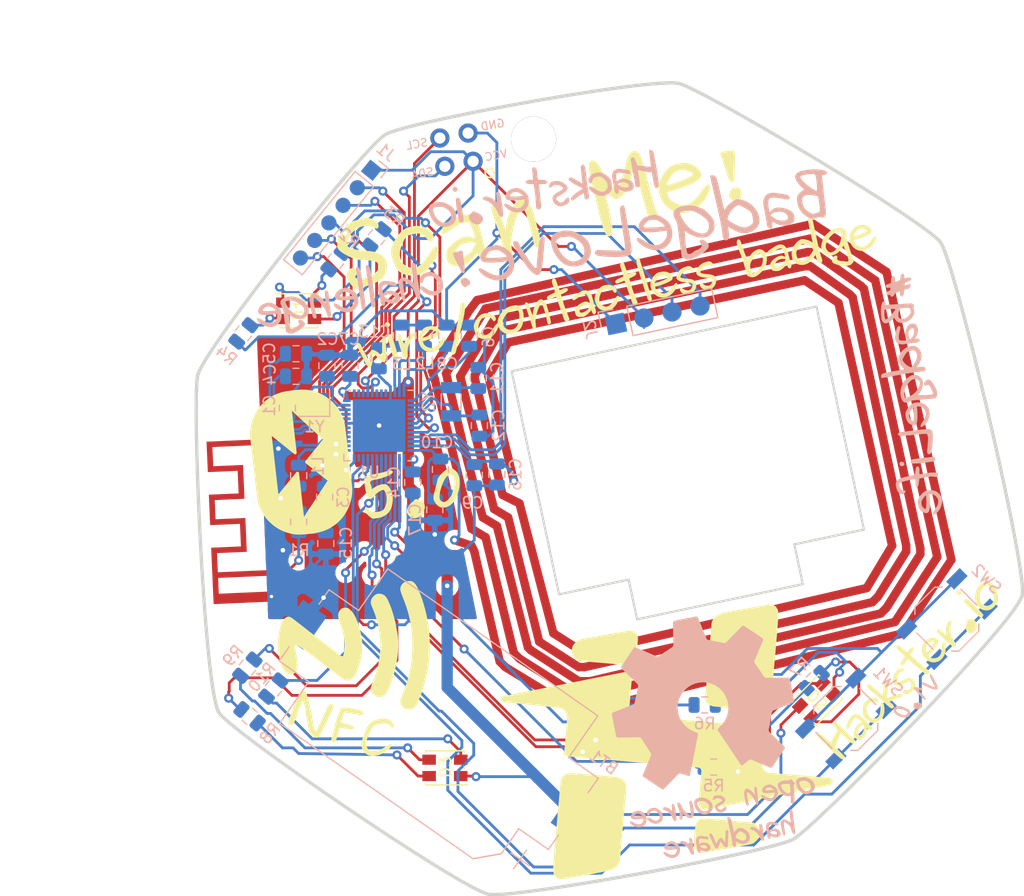
<source format=kicad_pcb>
(kicad_pcb (version 20171130) (host pcbnew 5.0.2-bee76a0~70~ubuntu18.04.1)
  (layers (0 F.Cu signal) (31 B.Cu signal) (34 B.Paste user) (35 F.Paste user) (36 B.SilkS user) (37 F.SilkS user) (38 B.Mask user) (39 F.Mask user) (44 Edge.Cuts user))
  (net 0 "")
  (net 1 GND)
  (net 2 "Net-(C1-Pad1)")
  (net 3 "Net-(C2-Pad1)")
  (net 4 "Net-(Antenna2-Pad1)")
  (net 5 "Net-(C4-Pad1)")
  (net 6 "Net-(C5-Pad1)")
  (net 7 "Net-(C6-Pad1)")
  (net 8 "Net-(C7-Pad1)")
  (net 9 +BATT)
  (net 10 "Net-(Antenna1-Pad1)")
  (net 11 "Net-(Antenna1-Pad2)")
  (net 12 "Net-(C11-Pad1)")
  (net 13 "Net-(C12-Pad1)")
  (net 14 "Net-(L1-Pad2)")
  (net 15 "Net-(L2-Pad2)")
  (net 16 "Net-(L3-Pad2)")
  (net 17 "Net-(U1-Pad44)")
  (net 18 "Net-(U1-Pad43)")
  (net 19 "Net-(U1-Pad42)")
  (net 20 "Net-(U1-Pad41)")
  (net 21 "Net-(U1-Pad40)")
  (net 22 "Net-(U1-Pad39)")
  (net 23 "Net-(U1-Pad38)")
  (net 24 "Net-(U1-Pad37)")
  (net 25 "Net-(U1-Pad29)")
  (net 26 "Net-(U1-Pad28)")
  (net 27 "Net-(U1-Pad27)")
  (net 28 SWDIO)
  (net 29 SWDCLK)
  (net 30 RST)
  (net 31 "Net-(U1-Pad23)")
  (net 32 SWO)
  (net 33 "Net-(U1-Pad5)")
  (net 34 "Net-(U1-Pad4)")
  (net 35 "Net-(C3-Pad1)")
  (net 36 "Net-(D1-Pad3)")
  (net 37 "Net-(D1-Pad4)")
  (net 38 "Net-(D1-Pad2)")
  (net 39 "Net-(D2-Pad2)")
  (net 40 "Net-(D2-Pad4)")
  (net 41 "Net-(D2-Pad3)")
  (net 42 "Net-(D3-Pad2)")
  (net 43 "Net-(D3-Pad4)")
  (net 44 "Net-(D3-Pad3)")
  (net 45 L1R)
  (net 46 L1G)
  (net 47 L1B)
  (net 48 L2R)
  (net 49 L2G)
  (net 50 L2B)
  (net 51 L3R)
  (net 52 L3G)
  (net 53 L3B)
  (net 54 ScrnSCL)
  (net 55 ScrnSDA)
  (net 56 BTN1)
  (net 57 BTN2)
  (module lib:PinHeader_1x04_P2.54mm_Pad (layer B.Cu) (at 171.79 101.36 282)
    (fp_text reference J2 (at 0 2.33 282) (layer B.SilkS) (effects (justify mirror)))
    (fp_text value Conn_01x04_Male)
    (pad 4 smd oval (at 0 -7.62 282) (size 1.7 1.7) (layers B.Cu B.Paste B.Mask) (net 55 ScrnSDA))
    (pad 3 smd oval (at 0 -5.08 282) (size 1.7 1.7) (layers B.Cu B.Paste B.Mask) (net 54 ScrnSCL))
    (pad 2 smd oval (at 0 -2.54 282) (size 1.7 1.7) (layers B.Cu B.Paste B.Mask) (net 9 +BATT))
    (pad 1 smd rect (at 0 0 282) (size 1.7 1.7) (layers B.Cu B.Paste B.Mask) (net 1 GND))
  )
  (module lib:scan-me-badge-2 (layer F.Cu) (at 117.5 140.35)
    (fp_text reference svg2mod hide)
    (fp_text value G*** hide)
  )
  (module Battery:BatteryHolder_Keystone_1060_1x2032 (layer B.Cu) (at 156.1 136.4 145)
    (fp_text reference BT1 (at -14.125 5.3 145) (layer B.SilkS) (effects (justify mirror)))
    (fp_text value CR2032)
    (pad 2 smd rect (at 14.65 0 325) (size 2.6 3.6) (layers B.Cu B.Paste B.Mask) (net 1 GND))
    (pad 1 smd rect (at -14.65 0 325) (size 2.6 3.6) (layers B.Cu B.Paste B.Mask) (net 9 +BATT))
  )
  (module Resistor_SMD:R_0805_2012Metric (layer B.Cu) (at 138.8 102.2 51)
    (fp_text reference R4 (at -2.45 0.05 141) (layer B.SilkS) (effects (justify mirror)))
    (fp_text value 0R)
    (pad 2 smd roundrect (at 0.9375 0 51) (size 0.975 1.4) (layers B.Cu B.Paste B.Mask) (net 37 "Net-(D1-Pad4)"))
    (pad 1 smd roundrect (at -0.9375 0 51) (size 0.975 1.4) (layers B.Cu B.Paste B.Mask) (net 47 L1B))
  )
  (module Resistor_SMD:R_0805_2012Metric (layer B.Cu) (at 150.6 93.7 231)
    (fp_text reference R3 (at -2.4125 -0.05 321) (layer B.SilkS) (effects (justify mirror)))
    (fp_text value 0R)
    (pad 1 smd roundrect (at -0.9375 0 231) (size 0.975 1.4) (layers B.Cu B.Paste B.Mask) (net 46 L1G))
    (pad 2 smd roundrect (at 0.9375 0 231) (size 0.975 1.4) (layers B.Cu B.Paste B.Mask) (net 36 "Net-(D1-Pad3)"))
  )
  (module lib:scan-me-badge (layer F.Cu) (at 201 82.5)
    (fp_text reference svg2mod hide)
    (fp_text value G*** hide)
    (fp_line (start -13.455261 64.459292) (end -13.511987 64.492632) (layer Edge.Cuts) (width 0.295621))
    (fp_line (start -13.391378 64.418185) (end -13.455261 64.459292) (layer Edge.Cuts) (width 0.295621))
    (fp_line (start -13.320472 64.369447) (end -13.391378 64.418185) (layer Edge.Cuts) (width 0.295621))
    (fp_line (start -13.242678 64.31321) (end -13.320472 64.369447) (layer Edge.Cuts) (width 0.295621))
    (fp_line (start -13.15813 64.249609) (end -13.242678 64.31321) (layer Edge.Cuts) (width 0.295621))
    (fp_line (start -13.066963 64.178777) (end -13.15813 64.249609) (layer Edge.Cuts) (width 0.295621))
    (fp_line (start -12.969309 64.100849) (end -13.066963 64.178777) (layer Edge.Cuts) (width 0.295621))
    (fp_line (start -12.865304 64.015958) (end -12.969309 64.100849) (layer Edge.Cuts) (width 0.295621))
    (fp_line (start -12.755082 63.924238) (end -12.865304 64.015958) (layer Edge.Cuts) (width 0.295621))
    (fp_line (start -12.638777 63.825824) (end -12.755082 63.924238) (layer Edge.Cuts) (width 0.295621))
    (fp_line (start -12.516523 63.720849) (end -12.638777 63.825824) (layer Edge.Cuts) (width 0.295621))
    (fp_line (start -12.388454 63.609447) (end -12.516523 63.720849) (layer Edge.Cuts) (width 0.295621))
    (fp_line (start -12.254706 63.491752) (end -12.388454 63.609447) (layer Edge.Cuts) (width 0.295621))
    (fp_line (start -12.115411 63.367897) (end -12.254706 63.491752) (layer Edge.Cuts) (width 0.295621))
    (fp_line (start -11.970704 63.238018) (end -12.115411 63.367897) (layer Edge.Cuts) (width 0.295621))
    (fp_line (start -11.82072 63.102247) (end -11.970704 63.238018) (layer Edge.Cuts) (width 0.295621))
    (fp_line (start -11.665592 62.960719) (end -11.82072 63.102247) (layer Edge.Cuts) (width 0.295621))
    (fp_line (start -11.505455 62.813567) (end -11.665592 62.960719) (layer Edge.Cuts) (width 0.295621))
    (fp_line (start -11.340444 62.660926) (end -11.505455 62.813567) (layer Edge.Cuts) (width 0.295621))
    (fp_line (start -11.170691 62.50293) (end -11.340444 62.660926) (layer Edge.Cuts) (width 0.295621))
    (fp_line (start -10.996333 62.339711) (end -11.170691 62.50293) (layer Edge.Cuts) (width 0.295621))
    (fp_line (start -10.817502 62.171405) (end -10.996333 62.339711) (layer Edge.Cuts) (width 0.295621))
    (fp_line (start -10.634333 61.998145) (end -10.817502 62.171405) (layer Edge.Cuts) (width 0.295621))
    (fp_line (start -10.44696 61.820065) (end -10.634333 61.998145) (layer Edge.Cuts) (width 0.295621))
    (fp_line (start -10.255517 61.637299) (end -10.44696 61.820065) (layer Edge.Cuts) (width 0.295621))
    (fp_line (start -10.06014 61.449981) (end -10.255517 61.637299) (layer Edge.Cuts) (width 0.295621))
    (fp_line (start -9.860961 61.258244) (end -10.06014 61.449981) (layer Edge.Cuts) (width 0.295621))
    (fp_line (start -9.658115 61.062224) (end -9.860961 61.258244) (layer Edge.Cuts) (width 0.295621))
    (fp_line (start -9.451737 60.862053) (end -9.658115 61.062224) (layer Edge.Cuts) (width 0.295621))
    (fp_line (start -9.241961 60.657865) (end -9.451737 60.862053) (layer Edge.Cuts) (width 0.295621))
    (fp_line (start -9.02892 60.449795) (end -9.241961 60.657865) (layer Edge.Cuts) (width 0.295621))
    (fp_line (start -8.812749 60.237977) (end -9.02892 60.449795) (layer Edge.Cuts) (width 0.295621))
    (fp_line (start -8.593583 60.022543) (end -8.812749 60.237977) (layer Edge.Cuts) (width 0.295621))
    (fp_line (start -8.371555 59.803629) (end -8.593583 60.022543) (layer Edge.Cuts) (width 0.295621))
    (fp_line (start -8.1468 59.581368) (end -8.371555 59.803629) (layer Edge.Cuts) (width 0.295621))
    (fp_line (start -7.919452 59.355894) (end -8.1468 59.581368) (layer Edge.Cuts) (width 0.295621))
    (fp_line (start -7.689645 59.127341) (end -7.919452 59.355894) (layer Edge.Cuts) (width 0.295621))
    (fp_line (start -7.457514 58.895843) (end -7.689645 59.127341) (layer Edge.Cuts) (width 0.295621))
    (fp_line (start -7.223192 58.661533) (end -7.457514 58.895843) (layer Edge.Cuts) (width 0.295621))
    (fp_line (start -6.986815 58.424547) (end -7.223192 58.661533) (layer Edge.Cuts) (width 0.295621))
    (fp_line (start -6.748515 58.185017) (end -6.986815 58.424547) (layer Edge.Cuts) (width 0.295621))
    (fp_line (start -6.508428 57.943077) (end -6.748515 58.185017) (layer Edge.Cuts) (width 0.295621))
    (fp_line (start -6.266687 57.698862) (end -6.508428 57.943077) (layer Edge.Cuts) (width 0.295621))
    (fp_line (start -6.023427 57.452506) (end -6.266687 57.698862) (layer Edge.Cuts) (width 0.295621))
    (fp_line (start -5.778783 57.204141) (end -6.023427 57.452506) (layer Edge.Cuts) (width 0.295621))
    (fp_line (start -5.532887 56.953903) (end -5.778783 57.204141) (layer Edge.Cuts) (width 0.295621))
    (fp_line (start -5.285875 56.701925) (end -5.532887 56.953903) (layer Edge.Cuts) (width 0.295621))
    (fp_line (start -5.037881 56.448341) (end -5.285875 56.701925) (layer Edge.Cuts) (width 0.295621))
    (fp_line (start -4.789039 56.193285) (end -5.037881 56.448341) (layer Edge.Cuts) (width 0.295621))
    (fp_line (start -4.539483 55.93689) (end -4.789039 56.193285) (layer Edge.Cuts) (width 0.295621))
    (fp_line (start -4.289347 55.679292) (end -4.539483 55.93689) (layer Edge.Cuts) (width 0.295621))
    (fp_line (start -4.038766 55.420623) (end -4.289347 55.679292) (layer Edge.Cuts) (width 0.295621))
    (fp_line (start -3.787875 55.161018) (end -4.038766 55.420623) (layer Edge.Cuts) (width 0.295621))
    (fp_line (start -3.536806 54.900611) (end -3.787875 55.161018) (layer Edge.Cuts) (width 0.295621))
    (fp_line (start -3.285694 54.639534) (end -3.536806 54.900611) (layer Edge.Cuts) (width 0.295621))
    (fp_line (start -3.034674 54.377924) (end -3.285694 54.639534) (layer Edge.Cuts) (width 0.295621))
    (fp_line (start -2.78388 54.115912) (end -3.034674 54.377924) (layer Edge.Cuts) (width 0.295621))
    (fp_line (start -2.533446 53.853634) (end -2.78388 54.115912) (layer Edge.Cuts) (width 0.295621))
    (fp_line (start -2.283507 53.591223) (end -2.533446 53.853634) (layer Edge.Cuts) (width 0.295621))
    (fp_line (start -2.034195 53.328812) (end -2.283507 53.591223) (layer Edge.Cuts) (width 0.295621))
    (fp_line (start -1.785647 53.066537) (end -2.034195 53.328812) (layer Edge.Cuts) (width 0.295621))
    (fp_line (start -1.537996 52.804531) (end -1.785647 53.066537) (layer Edge.Cuts) (width 0.295621))
    (fp_line (start -1.291375 52.542927) (end -1.537996 52.804531) (layer Edge.Cuts) (width 0.295621))
    (fp_line (start -1.04592 52.28186) (end -1.291375 52.542927) (layer Edge.Cuts) (width 0.295621))
    (fp_line (start -0.801765 52.021464) (end -1.04592 52.28186) (layer Edge.Cuts) (width 0.295621))
    (fp_line (start -0.559044 51.761872) (end -0.801765 52.021464) (layer Edge.Cuts) (width 0.295621))
    (fp_line (start -0.317891 51.503219) (end -0.559044 51.761872) (layer Edge.Cuts) (width 0.295621))
    (fp_line (start -0.07844 51.245638) (end -0.317891 51.503219) (layer Edge.Cuts) (width 0.295621))
    (fp_line (start 0.159174 50.989263) (end -0.07844 51.245638) (layer Edge.Cuts) (width 0.295621))
    (fp_line (start 0.394818 50.734229) (end 0.159174 50.989263) (layer Edge.Cuts) (width 0.295621))
    (fp_line (start 0.628356 50.480668) (end 0.394818 50.734229) (layer Edge.Cuts) (width 0.295621))
    (fp_line (start 0.859655 50.228716) (end 0.628356 50.480668) (layer Edge.Cuts) (width 0.295621))
    (fp_line (start 1.088581 49.978505) (end 0.859655 50.228716) (layer Edge.Cuts) (width 0.295621))
    (fp_line (start 1.314999 49.730171) (end 1.088581 49.978505) (layer Edge.Cuts) (width 0.295621))
    (fp_line (start 1.538774 49.483846) (end 1.314999 49.730171) (layer Edge.Cuts) (width 0.295621))
    (fp_line (start 1.759774 49.239665) (end 1.538774 49.483846) (layer Edge.Cuts) (width 0.295621))
    (fp_line (start 1.977863 48.997761) (end 1.759774 49.239665) (layer Edge.Cuts) (width 0.295621))
    (fp_line (start 2.192908 48.758269) (end 1.977863 48.997761) (layer Edge.Cuts) (width 0.295621))
    (fp_line (start 2.404774 48.521322) (end 2.192908 48.758269) (layer Edge.Cuts) (width 0.295621))
    (fp_line (start 2.613326 48.287055) (end 2.404774 48.521322) (layer Edge.Cuts) (width 0.295621))
    (fp_line (start 2.818432 48.055601) (end 2.613326 48.287055) (layer Edge.Cuts) (width 0.295621))
    (fp_line (start 3.019955 47.827094) (end 2.818432 48.055601) (layer Edge.Cuts) (width 0.295621))
    (fp_line (start 3.217763 47.601669) (end 3.019955 47.827094) (layer Edge.Cuts) (width 0.295621))
    (fp_line (start 3.411721 47.379458) (end 3.217763 47.601669) (layer Edge.Cuts) (width 0.295621))
    (fp_line (start 3.601695 47.160596) (end 3.411721 47.379458) (layer Edge.Cuts) (width 0.295621))
    (fp_line (start 3.78755 46.945217) (end 3.601695 47.160596) (layer Edge.Cuts) (width 0.295621))
    (fp_line (start 3.969153 46.733455) (end 3.78755 46.945217) (layer Edge.Cuts) (width 0.295621))
    (fp_line (start 4.146368 46.525444) (end 3.969153 46.733455) (layer Edge.Cuts) (width 0.295621))
    (fp_line (start 4.319062 46.321317) (end 4.146368 46.525444) (layer Edge.Cuts) (width 0.295621))
    (fp_line (start 4.487101 46.121208) (end 4.319062 46.321317) (layer Edge.Cuts) (width 0.295621))
    (fp_line (start 4.65035 45.925252) (end 4.487101 46.121208) (layer Edge.Cuts) (width 0.295621))
    (fp_line (start 4.808676 45.733583) (end 4.65035 45.925252) (layer Edge.Cuts) (width 0.295621))
    (fp_line (start 4.961943 45.546333) (end 4.808676 45.733583) (layer Edge.Cuts) (width 0.295621))
    (fp_line (start 5.110018 45.363638) (end 4.961943 45.546333) (layer Edge.Cuts) (width 0.295621))
    (fp_line (start 5.252766 45.185631) (end 5.110018 45.363638) (layer Edge.Cuts) (width 0.295621))
    (fp_line (start 5.390054 45.012446) (end 5.252766 45.185631) (layer Edge.Cuts) (width 0.295621))
    (fp_line (start 5.521747 44.844217) (end 5.390054 45.012446) (layer Edge.Cuts) (width 0.295621))
    (fp_line (start 5.64771 44.681078) (end 5.521747 44.844217) (layer Edge.Cuts) (width 0.295621))
    (fp_line (start 5.76781 44.523162) (end 5.64771 44.681078) (layer Edge.Cuts) (width 0.295621))
    (fp_line (start 5.881912 44.370604) (end 5.76781 44.523162) (layer Edge.Cuts) (width 0.295621))
    (fp_line (start 5.989882 44.223538) (end 5.881912 44.370604) (layer Edge.Cuts) (width 0.295621))
    (fp_line (start 6.091586 44.082097) (end 5.989882 44.223538) (layer Edge.Cuts) (width 0.295621))
    (fp_line (start 6.18689 43.946416) (end 6.091586 44.082097) (layer Edge.Cuts) (width 0.295621))
    (fp_line (start 6.275659 43.816628) (end 6.18689 43.946416) (layer Edge.Cuts) (width 0.295621))
    (fp_line (start 6.357759 43.692867) (end 6.275659 43.816628) (layer Edge.Cuts) (width 0.295621))
    (fp_line (start 6.433056 43.575267) (end 6.357759 43.692867) (layer Edge.Cuts) (width 0.295621))
    (fp_line (start 6.501416 43.463963) (end 6.433056 43.575267) (layer Edge.Cuts) (width 0.295621))
    (fp_line (start 6.562704 43.359087) (end 6.501416 43.463963) (layer Edge.Cuts) (width 0.295621))
    (fp_line (start 6.616786 43.260774) (end 6.562704 43.359087) (layer Edge.Cuts) (width 0.295621))
    (fp_line (start 6.663529 43.169159) (end 6.616786 43.260774) (layer Edge.Cuts) (width 0.295621))
    (fp_line (start 6.702797 43.084374) (end 6.663529 43.169159) (layer Edge.Cuts) (width 0.295621))
    (fp_line (start 6.734456 43.006553) (end 6.702797 43.084374) (layer Edge.Cuts) (width 0.295621))
    (fp_line (start 6.758373 42.935831) (end 6.734456 43.006553) (layer Edge.Cuts) (width 0.295621))
    (fp_line (start 6.774413 42.872342) (end 6.758373 42.935831) (layer Edge.Cuts) (width 0.295621))
    (fp_line (start 6.784238 42.811993) (end 6.774413 42.872342) (layer Edge.Cuts) (width 0.295621))
    (fp_line (start 6.79139 42.741954) (end 6.784238 42.811993) (layer Edge.Cuts) (width 0.295621))
    (fp_line (start 6.795906 42.662387) (end 6.79139 42.741954) (layer Edge.Cuts) (width 0.295621))
    (fp_line (start 6.797826 42.573453) (end 6.795906 42.662387) (layer Edge.Cuts) (width 0.295621))
    (fp_line (start 6.797187 42.475315) (end 6.797826 42.573453) (layer Edge.Cuts) (width 0.295621))
    (fp_line (start 6.794028 42.368133) (end 6.797187 42.475315) (layer Edge.Cuts) (width 0.295621))
    (fp_line (start 6.788387 42.25207) (end 6.794028 42.368133) (layer Edge.Cuts) (width 0.295621))
    (fp_line (start 6.780304 42.127286) (end 6.788387 42.25207) (layer Edge.Cuts) (width 0.295621))
    (fp_line (start 6.769815 41.993944) (end 6.780304 42.127286) (layer Edge.Cuts) (width 0.295621))
    (fp_line (start 6.756959 41.852204) (end 6.769815 41.993944) (layer Edge.Cuts) (width 0.295621))
    (fp_line (start 6.741776 41.702229) (end 6.756959 41.852204) (layer Edge.Cuts) (width 0.295621))
    (fp_line (start 6.724303 41.54418) (end 6.741776 41.702229) (layer Edge.Cuts) (width 0.295621))
    (fp_line (start 6.704578 41.378218) (end 6.724303 41.54418) (layer Edge.Cuts) (width 0.295621))
    (fp_line (start 6.68264 41.204506) (end 6.704578 41.378218) (layer Edge.Cuts) (width 0.295621))
    (fp_line (start 6.658528 41.023204) (end 6.68264 41.204506) (layer Edge.Cuts) (width 0.295621))
    (fp_line (start 6.632279 40.834474) (end 6.658528 41.023204) (layer Edge.Cuts) (width 0.295621))
    (fp_line (start 6.603932 40.638478) (end 6.632279 40.834474) (layer Edge.Cuts) (width 0.295621))
    (fp_line (start 6.573526 40.435378) (end 6.603932 40.638478) (layer Edge.Cuts) (width 0.295621))
    (fp_line (start 6.541099 40.225334) (end 6.573526 40.435378) (layer Edge.Cuts) (width 0.295621))
    (fp_line (start 6.506688 40.008509) (end 6.541099 40.225334) (layer Edge.Cuts) (width 0.295621))
    (fp_line (start 6.470334 39.785063) (end 6.506688 40.008509) (layer Edge.Cuts) (width 0.295621))
    (fp_line (start 6.432073 39.55516) (end 6.470334 39.785063) (layer Edge.Cuts) (width 0.295621))
    (fp_line (start 6.391945 39.318959) (end 6.432073 39.55516) (layer Edge.Cuts) (width 0.295621))
    (fp_line (start 6.349987 39.076623) (end 6.391945 39.318959) (layer Edge.Cuts) (width 0.295621))
    (fp_line (start 6.306239 38.828313) (end 6.349987 39.076623) (layer Edge.Cuts) (width 0.295621))
    (fp_line (start 6.260738 38.574191) (end 6.306239 38.828313) (layer Edge.Cuts) (width 0.295621))
    (fp_line (start 6.213523 38.314418) (end 6.260738 38.574191) (layer Edge.Cuts) (width 0.295621))
    (fp_line (start 6.164632 38.049157) (end 6.213523 38.314418) (layer Edge.Cuts) (width 0.295621))
    (fp_line (start 6.114104 37.778567) (end 6.164632 38.049157) (layer Edge.Cuts) (width 0.295621))
    (fp_line (start 6.061976 37.502812) (end 6.114104 37.778567) (layer Edge.Cuts) (width 0.295621))
    (fp_line (start 6.008288 37.222052) (end 6.061976 37.502812) (layer Edge.Cuts) (width 0.295621))
    (fp_line (start 5.953078 36.936449) (end 6.008288 37.222052) (layer Edge.Cuts) (width 0.295621))
    (fp_line (start 5.896384 36.646165) (end 5.953078 36.936449) (layer Edge.Cuts) (width 0.295621))
    (fp_line (start 5.838244 36.351361) (end 5.896384 36.646165) (layer Edge.Cuts) (width 0.295621))
    (fp_line (start 5.778697 36.052199) (end 5.838244 36.351361) (layer Edge.Cuts) (width 0.295621))
    (fp_line (start 5.717781 35.74884) (end 5.778697 36.052199) (layer Edge.Cuts) (width 0.295621))
    (fp_line (start 5.655535 35.441446) (end 5.717781 35.74884) (layer Edge.Cuts) (width 0.295621))
    (fp_line (start 5.591997 35.130179) (end 5.655535 35.441446) (layer Edge.Cuts) (width 0.295621))
    (fp_line (start 5.527205 34.815199) (end 5.591997 35.130179) (layer Edge.Cuts) (width 0.295621))
    (fp_line (start 5.461198 34.496669) (end 5.527205 34.815199) (layer Edge.Cuts) (width 0.295621))
    (fp_line (start 5.394014 34.17475) (end 5.461198 34.496669) (layer Edge.Cuts) (width 0.295621))
    (fp_line (start 5.325692 33.849604) (end 5.394014 34.17475) (layer Edge.Cuts) (width 0.295621))
    (fp_line (start 5.256269 33.521392) (end 5.325692 33.849604) (layer Edge.Cuts) (width 0.295621))
    (fp_line (start 5.185785 33.190276) (end 5.256269 33.521392) (layer Edge.Cuts) (width 0.295621))
    (fp_line (start 5.114277 32.856417) (end 5.185785 33.190276) (layer Edge.Cuts) (width 0.295621))
    (fp_line (start 5.041784 32.519977) (end 5.114277 32.856417) (layer Edge.Cuts) (width 0.295621))
    (fp_line (start 4.968344 32.181117) (end 5.041784 32.519977) (layer Edge.Cuts) (width 0.295621))
    (fp_line (start 4.893997 31.84) (end 4.968344 32.181117) (layer Edge.Cuts) (width 0.295621))
    (fp_line (start 4.818779 31.496785) (end 4.893997 31.84) (layer Edge.Cuts) (width 0.295621))
    (fp_line (start 4.74273 31.151636) (end 4.818779 31.496785) (layer Edge.Cuts) (width 0.295621))
    (fp_line (start 4.665888 30.804714) (end 4.74273 31.151636) (layer Edge.Cuts) (width 0.295621))
    (fp_line (start 4.58829 30.45618) (end 4.665888 30.804714) (layer Edge.Cuts) (width 0.295621))
    (fp_line (start 4.509977 30.106196) (end 4.58829 30.45618) (layer Edge.Cuts) (width 0.295621))
    (fp_line (start 4.430985 29.754923) (end 4.509977 30.106196) (layer Edge.Cuts) (width 0.295621))
    (fp_line (start 4.351354 29.402523) (end 4.430985 29.754923) (layer Edge.Cuts) (width 0.295621))
    (fp_line (start 4.271122 29.049157) (end 4.351354 29.402523) (layer Edge.Cuts) (width 0.295621))
    (fp_line (start 4.190327 28.694987) (end 4.271122 29.049157) (layer Edge.Cuts) (width 0.295621))
    (fp_line (start 4.109007 28.340175) (end 4.190327 28.694987) (layer Edge.Cuts) (width 0.295621))
    (fp_line (start 4.027201 27.984882) (end 4.109007 28.340175) (layer Edge.Cuts) (width 0.295621))
    (fp_line (start 3.944947 27.62927) (end 4.027201 27.984882) (layer Edge.Cuts) (width 0.295621))
    (fp_line (start 3.862284 27.2735) (end 3.944947 27.62927) (layer Edge.Cuts) (width 0.295621))
    (fp_line (start 3.77925 26.917733) (end 3.862284 27.2735) (layer Edge.Cuts) (width 0.295621))
    (fp_line (start 3.695883 26.562132) (end 3.77925 26.917733) (layer Edge.Cuts) (width 0.295621))
    (fp_line (start 3.612222 26.206858) (end 3.695883 26.562132) (layer Edge.Cuts) (width 0.295621))
    (fp_line (start 3.528305 25.852072) (end 3.612222 26.206858) (layer Edge.Cuts) (width 0.295621))
    (fp_line (start 3.444171 25.497937) (end 3.528305 25.852072) (layer Edge.Cuts) (width 0.295621))
    (fp_line (start 3.359857 25.144612) (end 3.444171 25.497937) (layer Edge.Cuts) (width 0.295621))
    (fp_line (start 3.275403 24.792261) (end 3.359857 25.144612) (layer Edge.Cuts) (width 0.295621))
    (fp_line (start 3.190846 24.441045) (end 3.275403 24.792261) (layer Edge.Cuts) (width 0.295621))
    (fp_line (start 3.106225 24.091125) (end 3.190846 24.441045) (layer Edge.Cuts) (width 0.295621))
    (fp_line (start 3.021579 23.742662) (end 3.106225 24.091125) (layer Edge.Cuts) (width 0.295621))
    (fp_line (start 2.936945 23.395819) (end 3.021579 23.742662) (layer Edge.Cuts) (width 0.295621))
    (fp_line (start 2.852363 23.050757) (end 2.936945 23.395819) (layer Edge.Cuts) (width 0.295621))
    (fp_line (start 2.76787 22.707637) (end 2.852363 23.050757) (layer Edge.Cuts) (width 0.295621))
    (fp_line (start 2.683505 22.366622) (end 2.76787 22.707637) (layer Edge.Cuts) (width 0.295621))
    (fp_line (start 2.599306 22.027871) (end 2.683505 22.366622) (layer Edge.Cuts) (width 0.295621))
    (fp_line (start 2.515312 21.691548) (end 2.599306 22.027871) (layer Edge.Cuts) (width 0.295621))
    (fp_line (start 2.43156 21.357814) (end 2.515312 21.691548) (layer Edge.Cuts) (width 0.295621))
    (fp_line (start 2.34809 21.02683) (end 2.43156 21.357814) (layer Edge.Cuts) (width 0.295621))
    (fp_line (start 2.26494 20.698757) (end 2.34809 21.02683) (layer Edge.Cuts) (width 0.295621))
    (fp_line (start 2.182148 20.373758) (end 2.26494 20.698757) (layer Edge.Cuts) (width 0.295621))
    (fp_line (start 2.099753 20.051994) (end 2.182148 20.373758) (layer Edge.Cuts) (width 0.295621))
    (fp_line (start 2.017792 19.733626) (end 2.099753 20.051994) (layer Edge.Cuts) (width 0.295621))
    (fp_line (start 1.936305 19.418816) (end 2.017792 19.733626) (layer Edge.Cuts) (width 0.295621))
    (fp_line (start 1.855329 19.107726) (end 1.936305 19.418816) (layer Edge.Cuts) (width 0.295621))
    (fp_line (start 1.774903 18.800517) (end 1.855329 19.107726) (layer Edge.Cuts) (width 0.295621))
    (fp_line (start 1.695066 18.497351) (end 1.774903 18.800517) (layer Edge.Cuts) (width 0.295621))
    (fp_line (start 1.615855 18.198389) (end 1.695066 18.497351) (layer Edge.Cuts) (width 0.295621))
    (fp_line (start 1.537309 17.903792) (end 1.615855 18.198389) (layer Edge.Cuts) (width 0.295621))
    (fp_line (start 1.459467 17.613723) (end 1.537309 17.903792) (layer Edge.Cuts) (width 0.295621))
    (fp_line (start 1.382367 17.328343) (end 1.459467 17.613723) (layer Edge.Cuts) (width 0.295621))
    (fp_line (start 1.306047 17.047813) (end 1.382367 17.328343) (layer Edge.Cuts) (width 0.295621))
    (fp_line (start 1.230546 16.772295) (end 1.306047 17.047813) (layer Edge.Cuts) (width 0.295621))
    (fp_line (start 1.155902 16.501951) (end 1.230546 16.772295) (layer Edge.Cuts) (width 0.295621))
    (fp_line (start 1.082153 16.236942) (end 1.155902 16.501951) (layer Edge.Cuts) (width 0.295621))
    (fp_line (start 1.009338 15.97743) (end 1.082153 16.236942) (layer Edge.Cuts) (width 0.295621))
    (fp_line (start 0.937495 15.723576) (end 1.009338 15.97743) (layer Edge.Cuts) (width 0.295621))
    (fp_line (start 0.866662 15.475541) (end 0.937495 15.723576) (layer Edge.Cuts) (width 0.295621))
    (fp_line (start 0.796879 15.233488) (end 0.866662 15.475541) (layer Edge.Cuts) (width 0.295621))
    (fp_line (start 0.728182 14.997578) (end 0.796879 15.233488) (layer Edge.Cuts) (width 0.295621))
    (fp_line (start 0.660612 14.767972) (end 0.728182 14.997578) (layer Edge.Cuts) (width 0.295621))
    (fp_line (start 0.594205 14.544833) (end 0.660612 14.767972) (layer Edge.Cuts) (width 0.295621))
    (fp_line (start 0.529 14.328321) (end 0.594205 14.544833) (layer Edge.Cuts) (width 0.295621))
    (fp_line (start 0.465037 14.118598) (end 0.529 14.328321) (layer Edge.Cuts) (width 0.295621))
    (fp_line (start 0.402353 13.915825) (end 0.465037 14.118598) (layer Edge.Cuts) (width 0.295621))
    (fp_line (start 0.340986 13.720165) (end 0.402353 13.915825) (layer Edge.Cuts) (width 0.295621))
    (fp_line (start 0.280975 13.531779) (end 0.340986 13.720165) (layer Edge.Cuts) (width 0.295621))
    (fp_line (start 0.222358 13.350828) (end 0.280975 13.531779) (layer Edge.Cuts) (width 0.295621))
    (fp_line (start 0.165174 13.177474) (end 0.222358 13.350828) (layer Edge.Cuts) (width 0.295621))
    (fp_line (start 0.109461 13.011878) (end 0.165174 13.177474) (layer Edge.Cuts) (width 0.295621))
    (fp_line (start 0.055257 12.854203) (end 0.109461 13.011878) (layer Edge.Cuts) (width 0.295621))
    (fp_line (start 0.002601 12.704609) (end 0.055257 12.854203) (layer Edge.Cuts) (width 0.295621))
    (fp_line (start -0.048469 12.563258) (end 0.002601 12.704609) (layer Edge.Cuts) (width 0.295621))
    (fp_line (start -0.097914 12.430311) (end -0.048469 12.563258) (layer Edge.Cuts) (width 0.295621))
    (fp_line (start -0.145697 12.305931) (end -0.097914 12.430311) (layer Edge.Cuts) (width 0.295621))
    (fp_line (start -0.191778 12.190279) (end -0.145697 12.305931) (layer Edge.Cuts) (width 0.295621))
    (fp_line (start -0.236119 12.083516) (end -0.191778 12.190279) (layer Edge.Cuts) (width 0.295621))
    (fp_line (start -0.278683 11.985804) (end -0.236119 12.083516) (layer Edge.Cuts) (width 0.295621))
    (fp_line (start -0.31943 11.897305) (end -0.278683 11.985804) (layer Edge.Cuts) (width 0.295621))
    (fp_line (start -0.358322 11.818179) (end -0.31943 11.897305) (layer Edge.Cuts) (width 0.295621))
    (fp_line (start -0.395321 11.748589) (end -0.358322 11.818179) (layer Edge.Cuts) (width 0.295621))
    (fp_line (start -0.430389 11.688696) (end -0.395321 11.748589) (layer Edge.Cuts) (width 0.295621))
    (fp_line (start -0.463487 11.638662) (end -0.430389 11.688696) (layer Edge.Cuts) (width 0.295621))
    (fp_line (start -0.506485 11.582695) (end -0.463487 11.638662) (layer Edge.Cuts) (width 0.295621))
    (fp_line (start -0.559424 11.521429) (end -0.506485 11.582695) (layer Edge.Cuts) (width 0.295621))
    (fp_line (start -0.622114 11.454975) (end -0.559424 11.521429) (layer Edge.Cuts) (width 0.295621))
    (fp_line (start -0.694364 11.383444) (end -0.622114 11.454975) (layer Edge.Cuts) (width 0.295621))
    (fp_line (start -0.775986 11.306946) (end -0.694364 11.383444) (layer Edge.Cuts) (width 0.295621))
    (fp_line (start -0.866788 11.225592) (end -0.775986 11.306946) (layer Edge.Cuts) (width 0.295621))
    (fp_line (start -0.966581 11.139493) (end -0.866788 11.225592) (layer Edge.Cuts) (width 0.295621))
    (fp_line (start -1.075175 11.048758) (end -0.966581 11.139493) (layer Edge.Cuts) (width 0.295621))
    (fp_line (start -1.19238 10.953499) (end -1.075175 11.048758) (layer Edge.Cuts) (width 0.295621))
    (fp_line (start -1.318005 10.853826) (end -1.19238 10.953499) (layer Edge.Cuts) (width 0.295621))
    (fp_line (start -1.451862 10.74985) (end -1.318005 10.853826) (layer Edge.Cuts) (width 0.295621))
    (fp_line (start -1.593759 10.641682) (end -1.451862 10.74985) (layer Edge.Cuts) (width 0.295621))
    (fp_line (start -1.743508 10.529431) (end -1.593759 10.641682) (layer Edge.Cuts) (width 0.295621))
    (fp_line (start -1.900917 10.413209) (end -1.743508 10.529431) (layer Edge.Cuts) (width 0.295621))
    (fp_line (start -2.065797 10.293126) (end -1.900917 10.413209) (layer Edge.Cuts) (width 0.295621))
    (fp_line (start -2.237958 10.169293) (end -2.065797 10.293126) (layer Edge.Cuts) (width 0.295621))
    (fp_line (start -2.41721 10.04182) (end -2.237958 10.169293) (layer Edge.Cuts) (width 0.295621))
    (fp_line (start -2.603363 9.910818) (end -2.41721 10.04182) (layer Edge.Cuts) (width 0.295621))
    (fp_line (start -2.796227 9.776397) (end -2.603363 9.910818) (layer Edge.Cuts) (width 0.295621))
    (fp_line (start -2.995612 9.638669) (end -2.796227 9.776397) (layer Edge.Cuts) (width 0.295621))
    (fp_line (start -3.201328 9.497743) (end -2.995612 9.638669) (layer Edge.Cuts) (width 0.295621))
    (fp_line (start -3.413184 9.35373) (end -3.201328 9.497743) (layer Edge.Cuts) (width 0.295621))
    (fp_line (start -3.630992 9.206742) (end -3.413184 9.35373) (layer Edge.Cuts) (width 0.295621))
    (fp_line (start -3.854561 9.056888) (end -3.630992 9.206742) (layer Edge.Cuts) (width 0.295621))
    (fp_line (start -4.0837 8.904278) (end -3.854561 9.056888) (layer Edge.Cuts) (width 0.295621))
    (fp_line (start -4.318221 8.749025) (end -4.0837 8.904278) (layer Edge.Cuts) (width 0.295621))
    (fp_line (start -4.557933 8.591237) (end -4.318221 8.749025) (layer Edge.Cuts) (width 0.295621))
    (fp_line (start -4.802645 8.431027) (end -4.557933 8.591237) (layer Edge.Cuts) (width 0.295621))
    (fp_line (start -5.052169 8.268504) (end -4.802645 8.431027) (layer Edge.Cuts) (width 0.295621))
    (fp_line (start -5.306314 8.103778) (end -5.052169 8.268504) (layer Edge.Cuts) (width 0.295621))
    (fp_line (start -5.56489 7.936962) (end -5.306314 8.103778) (layer Edge.Cuts) (width 0.295621))
    (fp_line (start -5.827706 7.768164) (end -5.56489 7.936962) (layer Edge.Cuts) (width 0.295621))
    (fp_line (start -6.094574 7.597497) (end -5.827706 7.768164) (layer Edge.Cuts) (width 0.295621))
    (fp_line (start -6.365303 7.425069) (end -6.094574 7.597497) (layer Edge.Cuts) (width 0.295621))
    (fp_line (start -6.639703 7.250993) (end -6.365303 7.425069) (layer Edge.Cuts) (width 0.295621))
    (fp_line (start -6.917584 7.075378) (end -6.639703 7.250993) (layer Edge.Cuts) (width 0.295621))
    (fp_line (start -7.198756 6.898335) (end -6.917584 7.075378) (layer Edge.Cuts) (width 0.295621))
    (fp_line (start -7.48303 6.719975) (end -7.198756 6.898335) (layer Edge.Cuts) (width 0.295621))
    (fp_line (start -7.770214 6.540408) (end -7.48303 6.719975) (layer Edge.Cuts) (width 0.295621))
    (fp_line (start -8.060119 6.359745) (end -7.770214 6.540408) (layer Edge.Cuts) (width 0.295621))
    (fp_line (start -8.352556 6.178096) (end -8.060119 6.359745) (layer Edge.Cuts) (width 0.295621))
    (fp_line (start -8.647334 5.995573) (end -8.352556 6.178096) (layer Edge.Cuts) (width 0.295621))
    (fp_line (start -8.944262 5.812285) (end -8.647334 5.995573) (layer Edge.Cuts) (width 0.295621))
    (fp_line (start -9.243152 5.628344) (end -8.944262 5.812285) (layer Edge.Cuts) (width 0.295621))
    (fp_line (start -9.543814 5.443859) (end -9.243152 5.628344) (layer Edge.Cuts) (width 0.295621))
    (fp_line (start -9.846056 5.258941) (end -9.543814 5.443859) (layer Edge.Cuts) (width 0.295621))
    (fp_line (start -10.149689 5.073702) (end -9.846056 5.258941) (layer Edge.Cuts) (width 0.295621))
    (fp_line (start -10.454524 4.888251) (end -10.149689 5.073702) (layer Edge.Cuts) (width 0.295621))
    (fp_line (start -10.76037 4.7027) (end -10.454524 4.888251) (layer Edge.Cuts) (width 0.295621))
    (fp_line (start -11.067037 4.517158) (end -10.76037 4.7027) (layer Edge.Cuts) (width 0.295621))
    (fp_line (start -11.374335 4.331736) (end -11.067037 4.517158) (layer Edge.Cuts) (width 0.295621))
    (fp_line (start -11.682074 4.146546) (end -11.374335 4.331736) (layer Edge.Cuts) (width 0.295621))
    (fp_line (start -11.990065 3.961697) (end -11.682074 4.146546) (layer Edge.Cuts) (width 0.295621))
    (fp_line (start -12.298116 3.7773) (end -11.990065 3.961697) (layer Edge.Cuts) (width 0.295621))
    (fp_line (start -12.60604 3.593466) (end -12.298116 3.7773) (layer Edge.Cuts) (width 0.295621))
    (fp_line (start -12.913644 3.410305) (end -12.60604 3.593466) (layer Edge.Cuts) (width 0.295621))
    (fp_line (start -13.220739 3.227928) (end -12.913644 3.410305) (layer Edge.Cuts) (width 0.295621))
    (fp_line (start -13.527136 3.046446) (end -13.220739 3.227928) (layer Edge.Cuts) (width 0.295621))
    (fp_line (start -13.832644 2.865968) (end -13.527136 3.046446) (layer Edge.Cuts) (width 0.295621))
    (fp_line (start -14.137073 2.686606) (end -13.832644 2.865968) (layer Edge.Cuts) (width 0.295621))
    (fp_line (start -14.440234 2.508471) (end -14.137073 2.686606) (layer Edge.Cuts) (width 0.295621))
    (fp_line (start -14.741936 2.331672) (end -14.440234 2.508471) (layer Edge.Cuts) (width 0.295621))
    (fp_line (start -15.041989 2.156321) (end -14.741936 2.331672) (layer Edge.Cuts) (width 0.295621))
    (fp_line (start -15.340203 1.982528) (end -15.041989 2.156321) (layer Edge.Cuts) (width 0.295621))
    (fp_line (start -15.636389 1.810403) (end -15.340203 1.982528) (layer Edge.Cuts) (width 0.295621))
    (fp_line (start -15.930356 1.640058) (end -15.636389 1.810403) (layer Edge.Cuts) (width 0.295621))
    (fp_line (start -16.221914 1.471602) (end -15.930356 1.640058) (layer Edge.Cuts) (width 0.295621))
    (fp_line (start -16.510874 1.305147) (end -16.221914 1.471602) (layer Edge.Cuts) (width 0.295621))
    (fp_line (start -16.797045 1.140803) (end -16.510874 1.305147) (layer Edge.Cuts) (width 0.295621))
    (fp_line (start -17.080237 0.97868) (end -16.797045 1.140803) (layer Edge.Cuts) (width 0.295621))
    (fp_line (start -17.360261 0.818889) (end -17.080237 0.97868) (layer Edge.Cuts) (width 0.295621))
    (fp_line (start -17.636926 0.661542) (end -17.360261 0.818889) (layer Edge.Cuts) (width 0.295621))
    (fp_line (start -17.910043 0.506747) (end -17.636926 0.661542) (layer Edge.Cuts) (width 0.295621))
    (fp_line (start -18.179421 0.354616) (end -17.910043 0.506747) (layer Edge.Cuts) (width 0.295621))
    (fp_line (start -18.44487 0.20526) (end -18.179421 0.354616) (layer Edge.Cuts) (width 0.295621))
    (fp_line (start -18.706201 0.058789) (end -18.44487 0.20526) (layer Edge.Cuts) (width 0.295621))
    (fp_line (start -18.963223 -0.084686) (end -18.706201 0.058789) (layer Edge.Cuts) (width 0.295621))
    (fp_line (start -19.215746 -0.225055) (end -18.963223 -0.084686) (layer Edge.Cuts) (width 0.295621))
    (fp_line (start -19.463581 -0.362207) (end -19.215746 -0.225055) (layer Edge.Cuts) (width 0.295621))
    (fp_line (start -19.706537 -0.496032) (end -19.463581 -0.362207) (layer Edge.Cuts) (width 0.295621))
    (fp_line (start -19.944425 -0.626419) (end -19.706537 -0.496032) (layer Edge.Cuts) (width 0.295621))
    (fp_line (start -20.177054 -0.753257) (end -19.944425 -0.626419) (layer Edge.Cuts) (width 0.295621))
    (fp_line (start -20.404235 -0.876435) (end -20.177054 -0.753257) (layer Edge.Cuts) (width 0.295621))
    (fp_line (start -20.625777 -0.995845) (end -20.404235 -0.876435) (layer Edge.Cuts) (width 0.295621))
    (fp_line (start -20.84149 -1.111373) (end -20.625777 -0.995845) (layer Edge.Cuts) (width 0.295621))
    (fp_line (start -21.051185 -1.222911) (end -20.84149 -1.111373) (layer Edge.Cuts) (width 0.295621))
    (fp_line (start -21.254672 -1.330347) (end -21.051185 -1.222911) (layer Edge.Cuts) (width 0.295621))
    (fp_line (start -21.45176 -1.433571) (end -21.254672 -1.330347) (layer Edge.Cuts) (width 0.295621))
    (fp_line (start -21.642259 -1.532472) (end -21.45176 -1.433571) (layer Edge.Cuts) (width 0.295621))
    (fp_line (start -21.82598 -1.62694) (end -21.642259 -1.532472) (layer Edge.Cuts) (width 0.295621))
    (fp_line (start -22.002733 -1.716864) (end -21.82598 -1.62694) (layer Edge.Cuts) (width 0.295621))
    (fp_line (start -22.172327 -1.802133) (end -22.002733 -1.716864) (layer Edge.Cuts) (width 0.295621))
    (fp_line (start -22.334572 -1.882637) (end -22.172327 -1.802133) (layer Edge.Cuts) (width 0.295621))
    (fp_line (start -22.489279 -1.958266) (end -22.334572 -1.882637) (layer Edge.Cuts) (width 0.295621))
    (fp_line (start -22.636258 -2.028908) (end -22.489279 -1.958266) (layer Edge.Cuts) (width 0.295621))
    (fp_line (start -22.775318 -2.094453) (end -22.636258 -2.028908) (layer Edge.Cuts) (width 0.295621))
    (fp_line (start -22.90627 -2.154791) (end -22.775318 -2.094453) (layer Edge.Cuts) (width 0.295621))
    (fp_line (start -23.028923 -2.209811) (end -22.90627 -2.154791) (layer Edge.Cuts) (width 0.295621))
    (fp_line (start -23.143088 -2.259402) (end -23.028923 -2.209811) (layer Edge.Cuts) (width 0.295621))
    (fp_line (start -23.248575 -2.303454) (end -23.143088 -2.259402) (layer Edge.Cuts) (width 0.295621))
    (fp_line (start -23.345193 -2.341856) (end -23.248575 -2.303454) (layer Edge.Cuts) (width 0.295621))
    (fp_line (start -23.432752 -2.374498) (end -23.345193 -2.341856) (layer Edge.Cuts) (width 0.295621))
    (fp_line (start -23.511064 -2.401269) (end -23.432752 -2.374498) (layer Edge.Cuts) (width 0.295621))
    (fp_line (start -23.579937 -2.422058) (end -23.511064 -2.401269) (layer Edge.Cuts) (width 0.295621))
    (fp_line (start -23.650897 -2.438852) (end -23.579937 -2.422058) (layer Edge.Cuts) (width 0.295621))
    (fp_line (start -23.732935 -2.453042) (end -23.650897 -2.438852) (layer Edge.Cuts) (width 0.295621))
    (fp_line (start -23.825828 -2.46467) (end -23.732935 -2.453042) (layer Edge.Cuts) (width 0.295621))
    (fp_line (start -23.929353 -2.473779) (end -23.825828 -2.46467) (layer Edge.Cuts) (width 0.295621))
    (fp_line (start -24.043287 -2.48041) (end -23.929353 -2.473779) (layer Edge.Cuts) (width 0.295621))
    (fp_line (start -24.167406 -2.484605) (end -24.043287 -2.48041) (layer Edge.Cuts) (width 0.295621))
    (fp_line (start -24.301489 -2.486406) (end -24.167406 -2.484605) (layer Edge.Cuts) (width 0.295621))
    (fp_line (start -24.445311 -2.485855) (end -24.301489 -2.486406) (layer Edge.Cuts) (width 0.295621))
    (fp_line (start -24.59865 -2.482994) (end -24.445311 -2.485855) (layer Edge.Cuts) (width 0.295621))
    (fp_line (start -24.761283 -2.477865) (end -24.59865 -2.482994) (layer Edge.Cuts) (width 0.295621))
    (fp_line (start -24.932987 -2.47051) (end -24.761283 -2.477865) (layer Edge.Cuts) (width 0.295621))
    (fp_line (start -25.113539 -2.46097) (end -24.932987 -2.47051) (layer Edge.Cuts) (width 0.295621))
    (fp_line (start -25.302717 -2.449289) (end -25.113539 -2.46097) (layer Edge.Cuts) (width 0.295621))
    (fp_line (start -25.500296 -2.435507) (end -25.302717 -2.449289) (layer Edge.Cuts) (width 0.295621))
    (fp_line (start -25.706054 -2.419667) (end -25.500296 -2.435507) (layer Edge.Cuts) (width 0.295621))
    (fp_line (start -25.919768 -2.40181) (end -25.706054 -2.419667) (layer Edge.Cuts) (width 0.295621))
    (fp_line (start -26.141216 -2.381979) (end -25.919768 -2.40181) (layer Edge.Cuts) (width 0.295621))
    (fp_line (start -26.370173 -2.360215) (end -26.141216 -2.381979) (layer Edge.Cuts) (width 0.295621))
    (fp_line (start -26.606418 -2.336561) (end -26.370173 -2.360215) (layer Edge.Cuts) (width 0.295621))
    (fp_line (start -26.849727 -2.311059) (end -26.606418 -2.336561) (layer Edge.Cuts) (width 0.295621))
    (fp_line (start -27.099877 -2.283749) (end -26.849727 -2.311059) (layer Edge.Cuts) (width 0.295621))
    (fp_line (start -27.356646 -2.254675) (end -27.099877 -2.283749) (layer Edge.Cuts) (width 0.295621))
    (fp_line (start -27.619809 -2.223878) (end -27.356646 -2.254675) (layer Edge.Cuts) (width 0.295621))
    (fp_line (start -27.889145 -2.191401) (end -27.619809 -2.223878) (layer Edge.Cuts) (width 0.295621))
    (fp_line (start -28.164431 -2.157284) (end -27.889145 -2.191401) (layer Edge.Cuts) (width 0.295621))
    (fp_line (start -28.445443 -2.121571) (end -28.164431 -2.157284) (layer Edge.Cuts) (width 0.295621))
    (fp_line (start -28.731958 -2.084302) (end -28.445443 -2.121571) (layer Edge.Cuts) (width 0.295621))
    (fp_line (start -29.023753 -2.045521) (end -28.731958 -2.084302) (layer Edge.Cuts) (width 0.295621))
    (fp_line (start -29.320606 -2.005269) (end -29.023753 -2.045521) (layer Edge.Cuts) (width 0.295621))
    (fp_line (start -29.622294 -1.963587) (end -29.320606 -2.005269) (layer Edge.Cuts) (width 0.295621))
    (fp_line (start -29.928593 -1.920519) (end -29.622294 -1.963587) (layer Edge.Cuts) (width 0.295621))
    (fp_line (start -30.23928 -1.876105) (end -29.928593 -1.920519) (layer Edge.Cuts) (width 0.295621))
    (fp_line (start -30.554133 -1.830388) (end -30.23928 -1.876105) (layer Edge.Cuts) (width 0.295621))
    (fp_line (start -30.872929 -1.783409) (end -30.554133 -1.830388) (layer Edge.Cuts) (width 0.295621))
    (fp_line (start -31.195444 -1.735212) (end -30.872929 -1.783409) (layer Edge.Cuts) (width 0.295621))
    (fp_line (start -31.521456 -1.685836) (end -31.195444 -1.735212) (layer Edge.Cuts) (width 0.295621))
    (fp_line (start -31.850741 -1.635326) (end -31.521456 -1.685836) (layer Edge.Cuts) (width 0.295621))
    (fp_line (start -32.183077 -1.583722) (end -31.850741 -1.635326) (layer Edge.Cuts) (width 0.295621))
    (fp_line (start -32.518241 -1.531066) (end -32.183077 -1.583722) (layer Edge.Cuts) (width 0.295621))
    (fp_line (start -32.85601 -1.477401) (end -32.518241 -1.531066) (layer Edge.Cuts) (width 0.295621))
    (fp_line (start -33.19616 -1.422768) (end -32.85601 -1.477401) (layer Edge.Cuts) (width 0.295621))
    (fp_line (start -33.538469 -1.367209) (end -33.19616 -1.422768) (layer Edge.Cuts) (width 0.295621))
    (fp_line (start -33.882714 -1.310767) (end -33.538469 -1.367209) (layer Edge.Cuts) (width 0.295621))
    (fp_line (start -34.228672 -1.253482) (end -33.882714 -1.310767) (layer Edge.Cuts) (width 0.295621))
    (fp_line (start -34.576119 -1.195398) (end -34.228672 -1.253482) (layer Edge.Cuts) (width 0.295621))
    (fp_line (start -34.924834 -1.136556) (end -34.576119 -1.195398) (layer Edge.Cuts) (width 0.295621))
    (fp_line (start -35.274592 -1.076998) (end -34.924834 -1.136556) (layer Edge.Cuts) (width 0.295621))
    (fp_line (start -35.625172 -1.016766) (end -35.274592 -1.076998) (layer Edge.Cuts) (width 0.295621))
    (fp_line (start -35.976349 -0.955902) (end -35.625172 -1.016766) (layer Edge.Cuts) (width 0.295621))
    (fp_line (start -36.327901 -0.894448) (end -35.976349 -0.955902) (layer Edge.Cuts) (width 0.295621))
    (fp_line (start -36.679605 -0.832445) (end -36.327901 -0.894448) (layer Edge.Cuts) (width 0.295621))
    (fp_line (start -37.031239 -0.769937) (end -36.679605 -0.832445) (layer Edge.Cuts) (width 0.295621))
    (fp_line (start -37.382578 -0.706964) (end -37.031239 -0.769937) (layer Edge.Cuts) (width 0.295621))
    (fp_line (start -37.733401 -0.643569) (end -37.382578 -0.706964) (layer Edge.Cuts) (width 0.295621))
    (fp_line (start -38.083483 -0.579793) (end -37.733401 -0.643569) (layer Edge.Cuts) (width 0.295621))
    (fp_line (start -38.432603 -0.515679) (end -38.083483 -0.579793) (layer Edge.Cuts) (width 0.295621))
    (fp_line (start -38.780537 -0.451269) (end -38.432603 -0.515679) (layer Edge.Cuts) (width 0.295621))
    (fp_line (start -39.127062 -0.386604) (end -38.780537 -0.451269) (layer Edge.Cuts) (width 0.295621))
    (fp_line (start -39.471955 -0.321726) (end -39.127062 -0.386604) (layer Edge.Cuts) (width 0.295621))
    (fp_line (start -39.814994 -0.256678) (end -39.471955 -0.321726) (layer Edge.Cuts) (width 0.295621))
    (fp_line (start -40.155955 -0.191501) (end -39.814994 -0.256678) (layer Edge.Cuts) (width 0.295621))
    (fp_line (start -40.494615 -0.126237) (end -40.155955 -0.191501) (layer Edge.Cuts) (width 0.295621))
    (fp_line (start -40.830751 -0.060929) (end -40.494615 -0.126237) (layer Edge.Cuts) (width 0.295621))
    (fp_line (start -41.164141 0.004383) (end -40.830751 -0.060929) (layer Edge.Cuts) (width 0.295621))
    (fp_line (start -41.494561 0.069655) (end -41.164141 0.004383) (layer Edge.Cuts) (width 0.295621))
    (fp_line (start -41.821789 0.134846) (end -41.494561 0.069655) (layer Edge.Cuts) (width 0.295621))
    (fp_line (start -42.145601 0.199914) (end -41.821789 0.134846) (layer Edge.Cuts) (width 0.295621))
    (fp_line (start -42.465774 0.264817) (end -42.145601 0.199914) (layer Edge.Cuts) (width 0.295621))
    (fp_line (start -42.782086 0.329513) (end -42.465774 0.264817) (layer Edge.Cuts) (width 0.295621))
    (fp_line (start -43.094314 0.39396) (end -42.782086 0.329513) (layer Edge.Cuts) (width 0.295621))
    (fp_line (start -43.402234 0.458117) (end -43.094314 0.39396) (layer Edge.Cuts) (width 0.295621))
    (fp_line (start -43.705623 0.521941) (end -43.402234 0.458117) (layer Edge.Cuts) (width 0.295621))
    (fp_line (start -44.00426 0.58539) (end -43.705623 0.521941) (layer Edge.Cuts) (width 0.295621))
    (fp_line (start -44.297919 0.648422) (end -44.00426 0.58539) (layer Edge.Cuts) (width 0.295621))
    (fp_line (start -44.58638 0.710996) (end -44.297919 0.648422) (layer Edge.Cuts) (width 0.295621))
    (fp_line (start -44.869418 0.773069) (end -44.58638 0.710996) (layer Edge.Cuts) (width 0.295621))
    (fp_line (start -45.146811 0.8346) (end -44.869418 0.773069) (layer Edge.Cuts) (width 0.295621))
    (fp_line (start -45.418335 0.895546) (end -45.146811 0.8346) (layer Edge.Cuts) (width 0.295621))
    (fp_line (start -45.683769 0.955866) (end -45.418335 0.895546) (layer Edge.Cuts) (width 0.295621))
    (fp_line (start -45.942888 1.015517) (end -45.683769 0.955866) (layer Edge.Cuts) (width 0.295621))
    (fp_line (start -46.195469 1.074459) (end -45.942888 1.015517) (layer Edge.Cuts) (width 0.295621))
    (fp_line (start -46.441291 1.132648) (end -46.195469 1.074459) (layer Edge.Cuts) (width 0.295621))
    (fp_line (start -46.680129 1.190042) (end -46.441291 1.132648) (layer Edge.Cuts) (width 0.295621))
    (fp_line (start -46.911762 1.246601) (end -46.680129 1.190042) (layer Edge.Cuts) (width 0.295621))
    (fp_line (start -47.135965 1.302281) (end -46.911762 1.246601) (layer Edge.Cuts) (width 0.295621))
    (fp_line (start -47.352516 1.357042) (end -47.135965 1.302281) (layer Edge.Cuts) (width 0.295621))
    (fp_line (start -47.561192 1.41084) (end -47.352516 1.357042) (layer Edge.Cuts) (width 0.295621))
    (fp_line (start -47.761771 1.463635) (end -47.561192 1.41084) (layer Edge.Cuts) (width 0.295621))
    (fp_line (start -47.954028 1.515383) (end -47.761771 1.463635) (layer Edge.Cuts) (width 0.295621))
    (fp_line (start -48.137741 1.566044) (end -47.954028 1.515383) (layer Edge.Cuts) (width 0.295621))
    (fp_line (start -48.312687 1.615575) (end -48.137741 1.566044) (layer Edge.Cuts) (width 0.295621))
    (fp_line (start -48.478643 1.663934) (end -48.312687 1.615575) (layer Edge.Cuts) (width 0.295621))
    (fp_line (start -48.635387 1.71108) (end -48.478643 1.663934) (layer Edge.Cuts) (width 0.295621))
    (fp_line (start -48.782694 1.75697) (end -48.635387 1.71108) (layer Edge.Cuts) (width 0.295621))
    (fp_line (start -48.920343 1.801562) (end -48.782694 1.75697) (layer Edge.Cuts) (width 0.295621))
    (fp_line (start -49.04811 1.844815) (end -48.920343 1.801562) (layer Edge.Cuts) (width 0.295621))
    (fp_line (start -49.165772 1.886686) (end -49.04811 1.844815) (layer Edge.Cuts) (width 0.295621))
    (fp_line (start -49.273106 1.927134) (end -49.165772 1.886686) (layer Edge.Cuts) (width 0.295621))
    (fp_line (start -49.36989 1.966117) (end -49.273106 1.927134) (layer Edge.Cuts) (width 0.295621))
    (fp_line (start -49.4559 2.003592) (end -49.36989 1.966117) (layer Edge.Cuts) (width 0.295621))
    (fp_line (start -49.530913 2.039517) (end -49.4559 2.003592) (layer Edge.Cuts) (width 0.295621))
    (fp_line (start -49.594707 2.073852) (end -49.530913 2.039517) (layer Edge.Cuts) (width 0.295621))
    (fp_line (start -49.655052 2.111369) (end -49.594707 2.073852) (layer Edge.Cuts) (width 0.295621))
    (fp_line (start -49.722012 2.158046) (end -49.655052 2.111369) (layer Edge.Cuts) (width 0.295621))
    (fp_line (start -49.795449 2.213707) (end -49.722012 2.158046) (layer Edge.Cuts) (width 0.295621))
    (fp_line (start -49.875226 2.27818) (end -49.795449 2.213707) (layer Edge.Cuts) (width 0.295621))
    (fp_line (start -49.961204 2.35129) (end -49.875226 2.27818) (layer Edge.Cuts) (width 0.295621))
    (fp_line (start -50.053247 2.432865) (end -49.961204 2.35129) (layer Edge.Cuts) (width 0.295621))
    (fp_line (start -50.151217 2.52273) (end -50.053247 2.432865) (layer Edge.Cuts) (width 0.295621))
    (fp_line (start -50.254976 2.620711) (end -50.151217 2.52273) (layer Edge.Cuts) (width 0.295621))
    (fp_line (start -50.364387 2.726635) (end -50.254976 2.620711) (layer Edge.Cuts) (width 0.295621))
    (fp_line (start -50.479311 2.840328) (end -50.364387 2.726635) (layer Edge.Cuts) (width 0.295621))
    (fp_line (start -50.599612 2.961616) (end -50.479311 2.840328) (layer Edge.Cuts) (width 0.295621))
    (fp_line (start -50.725152 3.090326) (end -50.599612 2.961616) (layer Edge.Cuts) (width 0.295621))
    (fp_line (start -50.855792 3.226284) (end -50.725152 3.090326) (layer Edge.Cuts) (width 0.295621))
    (fp_line (start -50.991397 3.369316) (end -50.855792 3.226284) (layer Edge.Cuts) (width 0.295621))
    (fp_line (start -51.131827 3.519249) (end -50.991397 3.369316) (layer Edge.Cuts) (width 0.295621))
    (fp_line (start -51.276946 3.675908) (end -51.131827 3.519249) (layer Edge.Cuts) (width 0.295621))
    (fp_line (start -51.426615 3.83912) (end -51.276946 3.675908) (layer Edge.Cuts) (width 0.295621))
    (fp_line (start -51.580698 4.008711) (end -51.426615 3.83912) (layer Edge.Cuts) (width 0.295621))
    (fp_line (start -51.739056 4.184508) (end -51.580698 4.008711) (layer Edge.Cuts) (width 0.295621))
    (fp_line (start -51.901552 4.366337) (end -51.739056 4.184508) (layer Edge.Cuts) (width 0.295621))
    (fp_line (start -52.068049 4.554023) (end -51.901552 4.366337) (layer Edge.Cuts) (width 0.295621))
    (fp_line (start -52.238408 4.747394) (end -52.068049 4.554023) (layer Edge.Cuts) (width 0.295621))
    (fp_line (start -52.412492 4.946276) (end -52.238408 4.747394) (layer Edge.Cuts) (width 0.295621))
    (fp_line (start -52.590164 5.150494) (end -52.412492 4.946276) (layer Edge.Cuts) (width 0.295621))
    (fp_line (start -52.771286 5.359876) (end -52.590164 5.150494) (layer Edge.Cuts) (width 0.295621))
    (fp_line (start -52.955721 5.574247) (end -52.771286 5.359876) (layer Edge.Cuts) (width 0.295621))
    (fp_line (start -53.14333 5.793434) (end -52.955721 5.574247) (layer Edge.Cuts) (width 0.295621))
    (fp_line (start -53.333976 6.017262) (end -53.14333 5.793434) (layer Edge.Cuts) (width 0.295621))
    (fp_line (start -53.527521 6.245559) (end -53.333976 6.017262) (layer Edge.Cuts) (width 0.295621))
    (fp_line (start -53.723829 6.478151) (end -53.527521 6.245559) (layer Edge.Cuts) (width 0.295621))
    (fp_line (start -53.922761 6.714863) (end -53.723829 6.478151) (layer Edge.Cuts) (width 0.295621))
    (fp_line (start -54.12418 6.955522) (end -53.922761 6.714863) (layer Edge.Cuts) (width 0.295621))
    (fp_line (start -54.327948 7.199955) (end -54.12418 6.955522) (layer Edge.Cuts) (width 0.295621))
    (fp_line (start -54.533927 7.447987) (end -54.327948 7.199955) (layer Edge.Cuts) (width 0.295621))
    (fp_line (start -54.741981 7.699445) (end -54.533927 7.447987) (layer Edge.Cuts) (width 0.295621))
    (fp_line (start -54.95197 7.954155) (end -54.741981 7.699445) (layer Edge.Cuts) (width 0.295621))
    (fp_line (start -55.163759 8.211944) (end -54.95197 7.954155) (layer Edge.Cuts) (width 0.295621))
    (fp_line (start -55.377208 8.472637) (end -55.163759 8.211944) (layer Edge.Cuts) (width 0.295621))
    (fp_line (start -55.592181 8.736061) (end -55.377208 8.472637) (layer Edge.Cuts) (width 0.295621))
    (fp_line (start -55.808541 9.002043) (end -55.592181 8.736061) (layer Edge.Cuts) (width 0.295621))
    (fp_line (start -56.026148 9.270408) (end -55.808541 9.002043) (layer Edge.Cuts) (width 0.295621))
    (fp_line (start -56.244866 9.540982) (end -56.026148 9.270408) (layer Edge.Cuts) (width 0.295621))
    (fp_line (start -56.464557 9.813593) (end -56.244866 9.540982) (layer Edge.Cuts) (width 0.295621))
    (fp_line (start -56.685084 10.088066) (end -56.464557 9.813593) (layer Edge.Cuts) (width 0.295621))
    (fp_line (start -56.906309 10.364228) (end -56.685084 10.088066) (layer Edge.Cuts) (width 0.295621))
    (fp_line (start -57.128094 10.641904) (end -56.906309 10.364228) (layer Edge.Cuts) (width 0.295621))
    (fp_line (start -57.350302 10.920922) (end -57.128094 10.641904) (layer Edge.Cuts) (width 0.295621))
    (fp_line (start -57.572795 11.201107) (end -57.350302 10.920922) (layer Edge.Cuts) (width 0.295621))
    (fp_line (start -57.795435 11.482286) (end -57.572795 11.201107) (layer Edge.Cuts) (width 0.295621))
    (fp_line (start -58.018086 11.764285) (end -57.795435 11.482286) (layer Edge.Cuts) (width 0.295621))
    (fp_line (start -58.240608 12.04693) (end -58.018086 11.764285) (layer Edge.Cuts) (width 0.295621))
    (fp_line (start -58.462866 12.330047) (end -58.240608 12.04693) (layer Edge.Cuts) (width 0.295621))
    (fp_line (start -58.68472 12.613463) (end -58.462866 12.330047) (layer Edge.Cuts) (width 0.295621))
    (fp_line (start -58.906035 12.897005) (end -58.68472 12.613463) (layer Edge.Cuts) (width 0.295621))
    (fp_line (start -59.126671 13.180497) (end -58.906035 12.897005) (layer Edge.Cuts) (width 0.295621))
    (fp_line (start -59.346491 13.463767) (end -59.126671 13.180497) (layer Edge.Cuts) (width 0.295621))
    (fp_line (start -59.565358 13.746641) (end -59.346491 13.463767) (layer Edge.Cuts) (width 0.295621))
    (fp_line (start -59.783134 14.028945) (end -59.565358 13.746641) (layer Edge.Cuts) (width 0.295621))
    (fp_line (start -59.999682 14.310506) (end -59.783134 14.028945) (layer Edge.Cuts) (width 0.295621))
    (fp_line (start -60.214864 14.591149) (end -59.999682 14.310506) (layer Edge.Cuts) (width 0.295621))
    (fp_line (start -60.428541 14.870701) (end -60.214864 14.591149) (layer Edge.Cuts) (width 0.295621))
    (fp_line (start -60.640578 15.148989) (end -60.428541 14.870701) (layer Edge.Cuts) (width 0.295621))
    (fp_line (start -60.850836 15.425837) (end -60.640578 15.148989) (layer Edge.Cuts) (width 0.295621))
    (fp_line (start -61.059177 15.701074) (end -60.850836 15.425837) (layer Edge.Cuts) (width 0.295621))
    (fp_line (start -61.265464 15.974525) (end -61.059177 15.701074) (layer Edge.Cuts) (width 0.295621))
    (fp_line (start -61.46956 16.246016) (end -61.265464 15.974525) (layer Edge.Cuts) (width 0.295621))
    (fp_line (start -61.671326 16.515373) (end -61.46956 16.246016) (layer Edge.Cuts) (width 0.295621))
    (fp_line (start -61.870626 16.782424) (end -61.671326 16.515373) (layer Edge.Cuts) (width 0.295621))
    (fp_line (start -62.06732 17.046993) (end -61.870626 16.782424) (layer Edge.Cuts) (width 0.295621))
    (fp_line (start -62.261273 17.308908) (end -62.06732 17.046993) (layer Edge.Cuts) (width 0.295621))
    (fp_line (start -62.452346 17.567995) (end -62.261273 17.308908) (layer Edge.Cuts) (width 0.295621))
    (fp_line (start -62.640402 17.824079) (end -62.452346 17.567995) (layer Edge.Cuts) (width 0.295621))
    (fp_line (start -62.825303 18.076988) (end -62.640402 17.824079) (layer Edge.Cuts) (width 0.295621))
    (fp_line (start -63.006911 18.326547) (end -62.825303 18.076988) (layer Edge.Cuts) (width 0.295621))
    (fp_line (start -63.18509 18.572583) (end -63.006911 18.326547) (layer Edge.Cuts) (width 0.295621))
    (fp_line (start -63.3597 18.814922) (end -63.18509 18.572583) (layer Edge.Cuts) (width 0.295621))
    (fp_line (start -63.530605 19.053391) (end -63.3597 18.814922) (layer Edge.Cuts) (width 0.295621))
    (fp_line (start -63.697668 19.287815) (end -63.530605 19.053391) (layer Edge.Cuts) (width 0.295621))
    (fp_line (start -63.86075 19.51802) (end -63.697668 19.287815) (layer Edge.Cuts) (width 0.295621))
    (fp_line (start -64.019713 19.743834) (end -63.86075 19.51802) (layer Edge.Cuts) (width 0.295621))
    (fp_line (start -64.174422 19.965083) (end -64.019713 19.743834) (layer Edge.Cuts) (width 0.295621))
    (fp_line (start -64.324736 20.181591) (end -64.174422 19.965083) (layer Edge.Cuts) (width 0.295621))
    (fp_line (start -64.47052 20.393187) (end -64.324736 20.181591) (layer Edge.Cuts) (width 0.295621))
    (fp_line (start -64.611636 20.599696) (end -64.47052 20.393187) (layer Edge.Cuts) (width 0.295621))
    (fp_line (start -64.747945 20.800945) (end -64.611636 20.599696) (layer Edge.Cuts) (width 0.295621))
    (fp_line (start -64.87931 20.996759) (end -64.747945 20.800945) (layer Edge.Cuts) (width 0.295621))
    (fp_line (start -65.005595 21.186966) (end -64.87931 20.996759) (layer Edge.Cuts) (width 0.295621))
    (fp_line (start -65.12666 21.37139) (end -65.005595 21.186966) (layer Edge.Cuts) (width 0.295621))
    (fp_line (start -65.242369 21.54986) (end -65.12666 21.37139) (layer Edge.Cuts) (width 0.295621))
    (fp_line (start -65.352584 21.7222) (end -65.242369 21.54986) (layer Edge.Cuts) (width 0.295621))
    (fp_line (start -65.457167 21.888237) (end -65.352584 21.7222) (layer Edge.Cuts) (width 0.295621))
    (fp_line (start -65.55598 22.047798) (end -65.457167 21.888237) (layer Edge.Cuts) (width 0.295621))
    (fp_line (start -65.648887 22.200708) (end -65.55598 22.047798) (layer Edge.Cuts) (width 0.295621))
    (fp_line (start -65.735749 22.346794) (end -65.648887 22.200708) (layer Edge.Cuts) (width 0.295621))
    (fp_line (start -65.81643 22.485882) (end -65.735749 22.346794) (layer Edge.Cuts) (width 0.295621))
    (fp_line (start -65.89079 22.617799) (end -65.81643 22.485882) (layer Edge.Cuts) (width 0.295621))
    (fp_line (start -65.958693 22.742371) (end -65.89079 22.617799) (layer Edge.Cuts) (width 0.295621))
    (fp_line (start -66.020001 22.859423) (end -65.958693 22.742371) (layer Edge.Cuts) (width 0.295621))
    (fp_line (start -66.074577 22.968783) (end -66.020001 22.859423) (layer Edge.Cuts) (width 0.295621))
    (fp_line (start -66.122283 23.070277) (end -66.074577 22.968783) (layer Edge.Cuts) (width 0.295621))
    (fp_line (start -66.16298 23.16373) (end -66.122283 23.070277) (layer Edge.Cuts) (width 0.295621))
    (fp_line (start -66.196533 23.24897) (end -66.16298 23.16373) (layer Edge.Cuts) (width 0.295621))
    (fp_line (start -66.222803 23.325822) (end -66.196533 23.24897) (layer Edge.Cuts) (width 0.295621))
    (fp_line (start -66.241652 23.394112) (end -66.222803 23.325822) (layer Edge.Cuts) (width 0.295621))
    (fp_line (start -66.254935 23.45727) (end -66.241652 23.394112) (layer Edge.Cuts) (width 0.295621))
    (fp_line (start -66.267488 23.530948) (end -66.254935 23.45727) (layer Edge.Cuts) (width 0.295621))
    (fp_line (start -66.279318 23.61496) (end -66.267488 23.530948) (layer Edge.Cuts) (width 0.295621))
    (fp_line (start -66.29043 23.709118) (end -66.279318 23.61496) (layer Edge.Cuts) (width 0.295621))
    (fp_line (start -66.30083 23.813233) (end -66.29043 23.709118) (layer Edge.Cuts) (width 0.295621))
    (fp_line (start -66.310522 23.927119) (end -66.30083 23.813233) (layer Edge.Cuts) (width 0.295621))
    (fp_line (start -66.319513 24.050588) (end -66.310522 23.927119) (layer Edge.Cuts) (width 0.295621))
    (fp_line (start -66.327807 24.183453) (end -66.319513 24.050588) (layer Edge.Cuts) (width 0.295621))
    (fp_line (start -66.335411 24.325525) (end -66.327807 24.183453) (layer Edge.Cuts) (width 0.295621))
    (fp_line (start -66.342329 24.476617) (end -66.335411 24.325525) (layer Edge.Cuts) (width 0.295621))
    (fp_line (start -66.348568 24.636541) (end -66.342329 24.476617) (layer Edge.Cuts) (width 0.295621))
    (fp_line (start -66.354133 24.805111) (end -66.348568 24.636541) (layer Edge.Cuts) (width 0.295621))
    (fp_line (start -66.359029 24.982138) (end -66.354133 24.805111) (layer Edge.Cuts) (width 0.295621))
    (fp_line (start -66.363262 25.167434) (end -66.359029 24.982138) (layer Edge.Cuts) (width 0.295621))
    (fp_line (start -66.366836 25.360813) (end -66.363262 25.167434) (layer Edge.Cuts) (width 0.295621))
    (fp_line (start -66.369759 25.562087) (end -66.366836 25.360813) (layer Edge.Cuts) (width 0.295621))
    (fp_line (start -66.372035 25.771067) (end -66.369759 25.562087) (layer Edge.Cuts) (width 0.295621))
    (fp_line (start -66.37367 25.987567) (end -66.372035 25.771067) (layer Edge.Cuts) (width 0.295621))
    (fp_line (start -66.374669 26.211399) (end -66.37367 25.987567) (layer Edge.Cuts) (width 0.295621))
    (fp_line (start -66.375037 26.442375) (end -66.374669 26.211399) (layer Edge.Cuts) (width 0.295621))
    (fp_line (start -66.374781 26.680307) (end -66.375037 26.442375) (layer Edge.Cuts) (width 0.295621))
    (fp_line (start -66.373906 26.925009) (end -66.374781 26.680307) (layer Edge.Cuts) (width 0.295621))
    (fp_line (start -66.372416 27.176292) (end -66.373906 26.925009) (layer Edge.Cuts) (width 0.295621))
    (fp_line (start -66.370319 27.433969) (end -66.372416 27.176292) (layer Edge.Cuts) (width 0.295621))
    (fp_line (start -66.367618 27.697852) (end -66.370319 27.433969) (layer Edge.Cuts) (width 0.295621))
    (fp_line (start -66.36432 27.967754) (end -66.367618 27.697852) (layer Edge.Cuts) (width 0.295621))
    (fp_line (start -66.360431 28.243487) (end -66.36432 27.967754) (layer Edge.Cuts) (width 0.295621))
    (fp_line (start -66.355954 28.524864) (end -66.360431 28.243487) (layer Edge.Cuts) (width 0.295621))
    (fp_line (start -66.350897 28.811696) (end -66.355954 28.524864) (layer Edge.Cuts) (width 0.295621))
    (fp_line (start -66.345265 29.103797) (end -66.350897 28.811696) (layer Edge.Cuts) (width 0.295621))
    (fp_line (start -66.339063 29.400979) (end -66.345265 29.103797) (layer Edge.Cuts) (width 0.295621))
    (fp_line (start -66.332296 29.703053) (end -66.339063 29.400979) (layer Edge.Cuts) (width 0.295621))
    (fp_line (start -66.324971 30.009834) (end -66.332296 29.703053) (layer Edge.Cuts) (width 0.295621))
    (fp_line (start -66.317091 30.321132) (end -66.324971 30.009834) (layer Edge.Cuts) (width 0.295621))
    (fp_line (start -66.308664 30.636761) (end -66.317091 30.321132) (layer Edge.Cuts) (width 0.295621))
    (fp_line (start -66.299695 30.956532) (end -66.308664 30.636761) (layer Edge.Cuts) (width 0.295621))
    (fp_line (start -66.290189 31.280259) (end -66.299695 30.956532) (layer Edge.Cuts) (width 0.295621))
    (fp_line (start -66.280151 31.607753) (end -66.290189 31.280259) (layer Edge.Cuts) (width 0.295621))
    (fp_line (start -66.269587 31.938827) (end -66.280151 31.607753) (layer Edge.Cuts) (width 0.295621))
    (fp_line (start -66.258503 32.273294) (end -66.269587 31.938827) (layer Edge.Cuts) (width 0.295621))
    (fp_line (start -66.246903 32.610965) (end -66.258503 32.273294) (layer Edge.Cuts) (width 0.295621))
    (fp_line (start -66.234794 32.951654) (end -66.246903 32.610965) (layer Edge.Cuts) (width 0.295621))
    (fp_line (start -66.222181 33.295173) (end -66.234794 32.951654) (layer Edge.Cuts) (width 0.295621))
    (fp_line (start -66.20907 33.641333) (end -66.222181 33.295173) (layer Edge.Cuts) (width 0.295621))
    (fp_line (start -66.195466 33.989948) (end -66.20907 33.641333) (layer Edge.Cuts) (width 0.295621))
    (fp_line (start -66.181373 34.34083) (end -66.195466 33.989948) (layer Edge.Cuts) (width 0.295621))
    (fp_line (start -66.166799 34.693792) (end -66.181373 34.34083) (layer Edge.Cuts) (width 0.295621))
    (fp_line (start -66.151749 35.048645) (end -66.166799 34.693792) (layer Edge.Cuts) (width 0.295621))
    (fp_line (start -66.136227 35.405202) (end -66.151749 35.048645) (layer Edge.Cuts) (width 0.295621))
    (fp_line (start -66.12024 35.763276) (end -66.136227 35.405202) (layer Edge.Cuts) (width 0.295621))
    (fp_line (start -66.103792 36.122678) (end -66.12024 35.763276) (layer Edge.Cuts) (width 0.295621))
    (fp_line (start -66.08689 36.483222) (end -66.103792 36.122678) (layer Edge.Cuts) (width 0.295621))
    (fp_line (start -66.069539 36.84472) (end -66.08689 36.483222) (layer Edge.Cuts) (width 0.295621))
    (fp_line (start -66.051744 37.206984) (end -66.069539 36.84472) (layer Edge.Cuts) (width 0.295621))
    (fp_line (start -66.033511 37.569827) (end -66.051744 37.206984) (layer Edge.Cuts) (width 0.295621))
    (fp_line (start -66.014845 37.93306) (end -66.033511 37.569827) (layer Edge.Cuts) (width 0.295621))
    (fp_line (start -65.995753 38.296497) (end -66.014845 37.93306) (layer Edge.Cuts) (width 0.295621))
    (fp_line (start -65.976238 38.65995) (end -65.995753 38.296497) (layer Edge.Cuts) (width 0.295621))
    (fp_line (start -65.956307 39.023231) (end -65.976238 38.65995) (layer Edge.Cuts) (width 0.295621))
    (fp_line (start -65.935966 39.386153) (end -65.956307 39.023231) (layer Edge.Cuts) (width 0.295621))
    (fp_line (start -65.915219 39.748527) (end -65.935966 39.386153) (layer Edge.Cuts) (width 0.295621))
    (fp_line (start -65.894073 40.110168) (end -65.915219 39.748527) (layer Edge.Cuts) (width 0.295621))
    (fp_line (start -65.872532 40.470886) (end -65.894073 40.110168) (layer Edge.Cuts) (width 0.295621))
    (fp_line (start -65.850603 40.830494) (end -65.872532 40.470886) (layer Edge.Cuts) (width 0.295621))
    (fp_line (start -65.828291 41.188805) (end -65.850603 40.830494) (layer Edge.Cuts) (width 0.295621))
    (fp_line (start -65.8056 41.545632) (end -65.828291 41.188805) (layer Edge.Cuts) (width 0.295621))
    (fp_line (start -65.782538 41.900785) (end -65.8056 41.545632) (layer Edge.Cuts) (width 0.295621))
    (fp_line (start -65.759109 42.254079) (end -65.782538 41.900785) (layer Edge.Cuts) (width 0.295621))
    (fp_line (start -65.735318 42.605325) (end -65.759109 42.254079) (layer Edge.Cuts) (width 0.295621))
    (fp_line (start -65.711171 42.954336) (end -65.735318 42.605325) (layer Edge.Cuts) (width 0.295621))
    (fp_line (start -65.686675 43.300924) (end -65.711171 42.954336) (layer Edge.Cuts) (width 0.295621))
    (fp_line (start -65.661833 43.644901) (end -65.686675 43.300924) (layer Edge.Cuts) (width 0.295621))
    (fp_line (start -65.636652 43.98608) (end -65.661833 43.644901) (layer Edge.Cuts) (width 0.295621))
    (fp_line (start -65.611138 44.324274) (end -65.636652 43.98608) (layer Edge.Cuts) (width 0.295621))
    (fp_line (start -65.585294 44.659295) (end -65.611138 44.324274) (layer Edge.Cuts) (width 0.295621))
    (fp_line (start -65.559129 44.990955) (end -65.585294 44.659295) (layer Edge.Cuts) (width 0.295621))
    (fp_line (start -65.532645 45.319066) (end -65.559129 44.990955) (layer Edge.Cuts) (width 0.295621))
    (fp_line (start -65.50585 45.643442) (end -65.532645 45.319066) (layer Edge.Cuts) (width 0.295621))
    (fp_line (start -65.478748 45.963894) (end -65.50585 45.643442) (layer Edge.Cuts) (width 0.295621))
    (fp_line (start -65.451346 46.280235) (end -65.478748 45.963894) (layer Edge.Cuts) (width 0.295621))
    (fp_line (start -65.423648 46.592277) (end -65.451346 46.280235) (layer Edge.Cuts) (width 0.295621))
    (fp_line (start -65.39566 46.899833) (end -65.423648 46.592277) (layer Edge.Cuts) (width 0.295621))
    (fp_line (start -65.367388 47.202714) (end -65.39566 46.899833) (layer Edge.Cuts) (width 0.295621))
    (fp_line (start -65.338837 47.500735) (end -65.367388 47.202714) (layer Edge.Cuts) (width 0.295621))
    (fp_line (start -65.310012 47.793706) (end -65.338837 47.500735) (layer Edge.Cuts) (width 0.295621))
    (fp_line (start -65.28092 48.081441) (end -65.310012 47.793706) (layer Edge.Cuts) (width 0.295621))
    (fp_line (start -65.251564 48.363751) (end -65.28092 48.081441) (layer Edge.Cuts) (width 0.295621))
    (fp_line (start -65.221952 48.640449) (end -65.251564 48.363751) (layer Edge.Cuts) (width 0.295621))
    (fp_line (start -65.192089 48.911348) (end -65.221952 48.640449) (layer Edge.Cuts) (width 0.295621))
    (fp_line (start -65.161979 49.17626) (end -65.192089 48.911348) (layer Edge.Cuts) (width 0.295621))
    (fp_line (start -65.131629 49.434998) (end -65.161979 49.17626) (layer Edge.Cuts) (width 0.295621))
    (fp_line (start -65.101044 49.687373) (end -65.131629 49.434998) (layer Edge.Cuts) (width 0.295621))
    (fp_line (start -65.070229 49.933198) (end -65.101044 49.687373) (layer Edge.Cuts) (width 0.295621))
    (fp_line (start -65.039191 50.172286) (end -65.070229 49.933198) (layer Edge.Cuts) (width 0.295621))
    (fp_line (start -65.007934 50.404449) (end -65.039191 50.172286) (layer Edge.Cuts) (width 0.295621))
    (fp_line (start -64.976463 50.629499) (end -65.007934 50.404449) (layer Edge.Cuts) (width 0.295621))
    (fp_line (start -64.944785 50.84725) (end -64.976463 50.629499) (layer Edge.Cuts) (width 0.295621))
    (fp_line (start -64.912905 51.057512) (end -64.944785 50.84725) (layer Edge.Cuts) (width 0.295621))
    (fp_line (start -64.880829 51.260099) (end -64.912905 51.057512) (layer Edge.Cuts) (width 0.295621))
    (fp_line (start -64.848561 51.454823) (end -64.880829 51.260099) (layer Edge.Cuts) (width 0.295621))
    (fp_line (start -64.816108 51.641497) (end -64.848561 51.454823) (layer Edge.Cuts) (width 0.295621))
    (fp_line (start -64.783474 51.819932) (end -64.816108 51.641497) (layer Edge.Cuts) (width 0.295621))
    (fp_line (start -64.750666 51.989942) (end -64.783474 51.819932) (layer Edge.Cuts) (width 0.295621))
    (fp_line (start -64.717689 52.151339) (end -64.750666 51.989942) (layer Edge.Cuts) (width 0.295621))
    (fp_line (start -64.684548 52.303934) (end -64.717689 52.151339) (layer Edge.Cuts) (width 0.295621))
    (fp_line (start -64.651249 52.447541) (end -64.684548 52.303934) (layer Edge.Cuts) (width 0.295621))
    (fp_line (start -64.617798 52.581972) (end -64.651249 52.447541) (layer Edge.Cuts) (width 0.295621))
    (fp_line (start -64.584199 52.70704) (end -64.617798 52.581972) (layer Edge.Cuts) (width 0.295621))
    (fp_line (start -64.550458 52.822556) (end -64.584199 52.70704) (layer Edge.Cuts) (width 0.295621))
    (fp_line (start -64.516581 52.928333) (end -64.550458 52.822556) (layer Edge.Cuts) (width 0.295621))
    (fp_line (start -64.482574 53.024184) (end -64.516581 52.928333) (layer Edge.Cuts) (width 0.295621))
    (fp_line (start -64.448441 53.109921) (end -64.482574 53.024184) (layer Edge.Cuts) (width 0.295621))
    (fp_line (start -64.414189 53.185357) (end -64.448441 53.109921) (layer Edge.Cuts) (width 0.295621))
    (fp_line (start -64.379822 53.250303) (end -64.414189 53.185357) (layer Edge.Cuts) (width 0.295621))
    (fp_line (start -64.345347 53.304572) (end -64.379822 53.250303) (layer Edge.Cuts) (width 0.295621))
    (fp_line (start -64.304995 53.358084) (end -64.345347 53.304572) (layer Edge.Cuts) (width 0.295621))
    (fp_line (start -64.255592 53.417286) (end -64.304995 53.358084) (layer Edge.Cuts) (width 0.295621))
    (fp_line (start -64.197301 53.482069) (end -64.255592 53.417286) (layer Edge.Cuts) (width 0.295621))
    (fp_line (start -64.130281 53.55232) (end -64.197301 53.482069) (layer Edge.Cuts) (width 0.295621))
    (fp_line (start -64.054696 53.627929) (end -64.130281 53.55232) (layer Edge.Cuts) (width 0.295621))
    (fp_line (start -63.970706 53.708784) (end -64.054696 53.627929) (layer Edge.Cuts) (width 0.295621))
    (fp_line (start -63.878474 53.794776) (end -63.970706 53.708784) (layer Edge.Cuts) (width 0.295621))
    (fp_line (start -63.778161 53.885792) (end -63.878474 53.794776) (layer Edge.Cuts) (width 0.295621))
    (fp_line (start -63.669928 53.981722) (end -63.778161 53.885792) (layer Edge.Cuts) (width 0.295621))
    (fp_line (start -63.553937 54.082455) (end -63.669928 53.981722) (layer Edge.Cuts) (width 0.295621))
    (fp_line (start -63.43035 54.18788) (end -63.553937 54.082455) (layer Edge.Cuts) (width 0.295621))
    (fp_line (start -63.299328 54.297886) (end -63.43035 54.18788) (layer Edge.Cuts) (width 0.295621))
    (fp_line (start -63.161034 54.412361) (end -63.299328 54.297886) (layer Edge.Cuts) (width 0.295621))
    (fp_line (start -63.015628 54.531196) (end -63.161034 54.412361) (layer Edge.Cuts) (width 0.295621))
    (fp_line (start -62.863272 54.654279) (end -63.015628 54.531196) (layer Edge.Cuts) (width 0.295621))
    (fp_line (start -62.704128 54.781498) (end -62.863272 54.654279) (layer Edge.Cuts) (width 0.295621))
    (fp_line (start -62.538358 54.912744) (end -62.704128 54.781498) (layer Edge.Cuts) (width 0.295621))
    (fp_line (start -62.366123 55.047904) (end -62.538358 54.912744) (layer Edge.Cuts) (width 0.295621))
    (fp_line (start -62.187584 55.186869) (end -62.366123 55.047904) (layer Edge.Cuts) (width 0.295621))
    (fp_line (start -62.002904 55.329527) (end -62.187584 55.186869) (layer Edge.Cuts) (width 0.295621))
    (fp_line (start -61.812244 55.475766) (end -62.002904 55.329527) (layer Edge.Cuts) (width 0.295621))
    (fp_line (start -61.615765 55.625477) (end -61.812244 55.475766) (layer Edge.Cuts) (width 0.295621))
    (fp_line (start -61.41363 55.778548) (end -61.615765 55.625477) (layer Edge.Cuts) (width 0.295621))
    (fp_line (start -61.205999 55.934868) (end -61.41363 55.778548) (layer Edge.Cuts) (width 0.295621))
    (fp_line (start -60.993035 56.094327) (end -61.205999 55.934868) (layer Edge.Cuts) (width 0.295621))
    (fp_line (start -60.774899 56.256812) (end -60.993035 56.094327) (layer Edge.Cuts) (width 0.295621))
    (fp_line (start -60.551752 56.422214) (end -60.774899 56.256812) (layer Edge.Cuts) (width 0.295621))
    (fp_line (start -60.323757 56.59042) (end -60.551752 56.422214) (layer Edge.Cuts) (width 0.295621))
    (fp_line (start -60.091075 56.761321) (end -60.323757 56.59042) (layer Edge.Cuts) (width 0.295621))
    (fp_line (start -59.853868 56.934806) (end -60.091075 56.761321) (layer Edge.Cuts) (width 0.295621))
    (fp_line (start -59.612296 57.110762) (end -59.853868 56.934806) (layer Edge.Cuts) (width 0.295621))
    (fp_line (start -59.366523 57.28908) (end -59.612296 57.110762) (layer Edge.Cuts) (width 0.295621))
    (fp_line (start -59.116709 57.469648) (end -59.366523 57.28908) (layer Edge.Cuts) (width 0.295621))
    (fp_line (start -58.863016 57.652355) (end -59.116709 57.469648) (layer Edge.Cuts) (width 0.295621))
    (fp_line (start -58.605605 57.837091) (end -58.863016 57.652355) (layer Edge.Cuts) (width 0.295621))
    (fp_line (start -58.344639 58.023744) (end -58.605605 57.837091) (layer Edge.Cuts) (width 0.295621))
    (fp_line (start -58.080279 58.212204) (end -58.344639 58.023744) (layer Edge.Cuts) (width 0.295621))
    (fp_line (start -57.812686 58.402358) (end -58.080279 58.212204) (layer Edge.Cuts) (width 0.295621))
    (fp_line (start -57.542023 58.594098) (end -57.812686 58.402358) (layer Edge.Cuts) (width 0.295621))
    (fp_line (start -57.26845 58.78731) (end -57.542023 58.594098) (layer Edge.Cuts) (width 0.295621))
    (fp_line (start -56.992129 58.981885) (end -57.26845 58.78731) (layer Edge.Cuts) (width 0.295621))
    (fp_line (start -56.713223 59.177712) (end -56.992129 58.981885) (layer Edge.Cuts) (width 0.295621))
    (fp_line (start -56.431892 59.374679) (end -56.713223 59.177712) (layer Edge.Cuts) (width 0.295621))
    (fp_line (start -56.148299 59.572675) (end -56.431892 59.374679) (layer Edge.Cuts) (width 0.295621))
    (fp_line (start -55.862604 59.77159) (end -56.148299 59.572675) (layer Edge.Cuts) (width 0.295621))
    (fp_line (start -55.57497 59.971313) (end -55.862604 59.77159) (layer Edge.Cuts) (width 0.295621))
    (fp_line (start -55.285558 60.171732) (end -55.57497 59.971313) (layer Edge.Cuts) (width 0.295621))
    (fp_line (start -54.994529 60.372737) (end -55.285558 60.171732) (layer Edge.Cuts) (width 0.295621))
    (fp_line (start -54.702046 60.574216) (end -54.994529 60.372737) (layer Edge.Cuts) (width 0.295621))
    (fp_line (start -54.40827 60.776059) (end -54.702046 60.574216) (layer Edge.Cuts) (width 0.295621))
    (fp_line (start -54.113363 60.978154) (end -54.40827 60.776059) (layer Edge.Cuts) (width 0.295621))
    (fp_line (start -53.817486 61.180391) (end -54.113363 60.978154) (layer Edge.Cuts) (width 0.295621))
    (fp_line (start -53.5208 61.382659) (end -53.817486 61.180391) (layer Edge.Cuts) (width 0.295621))
    (fp_line (start -53.223468 61.584847) (end -53.5208 61.382659) (layer Edge.Cuts) (width 0.295621))
    (fp_line (start -52.925651 61.786843) (end -53.223468 61.584847) (layer Edge.Cuts) (width 0.295621))
    (fp_line (start -52.627511 61.988537) (end -52.925651 61.786843) (layer Edge.Cuts) (width 0.295621))
    (fp_line (start -52.329209 62.189817) (end -52.627511 61.988537) (layer Edge.Cuts) (width 0.295621))
    (fp_line (start -52.030907 62.390574) (end -52.329209 62.189817) (layer Edge.Cuts) (width 0.295621))
    (fp_line (start -51.732767 62.590695) (end -52.030907 62.390574) (layer Edge.Cuts) (width 0.295621))
    (fp_line (start -51.43495 62.79007) (end -51.732767 62.590695) (layer Edge.Cuts) (width 0.295621))
    (fp_line (start -51.137618 62.988588) (end -51.43495 62.79007) (layer Edge.Cuts) (width 0.295621))
    (fp_line (start -50.840932 63.186137) (end -51.137618 62.988588) (layer Edge.Cuts) (width 0.295621))
    (fp_line (start -50.545054 63.382608) (end -50.840932 63.186137) (layer Edge.Cuts) (width 0.295621))
    (fp_line (start -50.250146 63.577888) (end -50.545054 63.382608) (layer Edge.Cuts) (width 0.295621))
    (fp_line (start -49.956369 63.771867) (end -50.250146 63.577888) (layer Edge.Cuts) (width 0.295621))
    (fp_line (start -49.663885 63.964434) (end -49.956369 63.771867) (layer Edge.Cuts) (width 0.295621))
    (fp_line (start -49.372855 64.155478) (end -49.663885 63.964434) (layer Edge.Cuts) (width 0.295621))
    (fp_line (start -49.083442 64.344888) (end -49.372855 64.155478) (layer Edge.Cuts) (width 0.295621))
    (fp_line (start -48.795806 64.532553) (end -49.083442 64.344888) (layer Edge.Cuts) (width 0.295621))
    (fp_line (start -48.51011 64.718362) (end -48.795806 64.532553) (layer Edge.Cuts) (width 0.295621))
    (fp_line (start -48.226515 64.902204) (end -48.51011 64.718362) (layer Edge.Cuts) (width 0.295621))
    (fp_line (start -47.945182 65.083967) (end -48.226515 64.902204) (layer Edge.Cuts) (width 0.295621))
    (fp_line (start -47.666274 65.263542) (end -47.945182 65.083967) (layer Edge.Cuts) (width 0.295621))
    (fp_line (start -47.389951 65.440817) (end -47.666274 65.263542) (layer Edge.Cuts) (width 0.295621))
    (fp_line (start -47.116376 65.615681) (end -47.389951 65.440817) (layer Edge.Cuts) (width 0.295621))
    (fp_line (start -46.84571 65.788023) (end -47.116376 65.615681) (layer Edge.Cuts) (width 0.295621))
    (fp_line (start -46.578115 65.957733) (end -46.84571 65.788023) (layer Edge.Cuts) (width 0.295621))
    (fp_line (start -46.313752 66.124698) (end -46.578115 65.957733) (layer Edge.Cuts) (width 0.295621))
    (fp_line (start -46.052783 66.288808) (end -46.313752 66.124698) (layer Edge.Cuts) (width 0.295621))
    (fp_line (start -45.79537 66.449953) (end -46.052783 66.288808) (layer Edge.Cuts) (width 0.295621))
    (fp_line (start -45.541674 66.608021) (end -45.79537 66.449953) (layer Edge.Cuts) (width 0.295621))
    (fp_line (start -45.291857 66.762901) (end -45.541674 66.608021) (layer Edge.Cuts) (width 0.295621))
    (fp_line (start -45.04608 66.914482) (end -45.291857 66.762901) (layer Edge.Cuts) (width 0.295621))
    (fp_line (start -44.804506 67.062653) (end -45.04608 66.914482) (layer Edge.Cuts) (width 0.295621))
    (fp_line (start -44.567295 67.207304) (end -44.804506 67.062653) (layer Edge.Cuts) (width 0.295621))
    (fp_line (start -44.334609 67.348323) (end -44.567295 67.207304) (layer Edge.Cuts) (width 0.295621))
    (fp_line (start -44.10661 67.485599) (end -44.334609 67.348323) (layer Edge.Cuts) (width 0.295621))
    (fp_line (start -43.88346 67.619022) (end -44.10661 67.485599) (layer Edge.Cuts) (width 0.295621))
    (fp_line (start -43.66532 67.748479) (end -43.88346 67.619022) (layer Edge.Cuts) (width 0.295621))
    (fp_line (start -43.452352 67.873862) (end -43.66532 67.748479) (layer Edge.Cuts) (width 0.295621))
    (fp_line (start -43.244717 67.995057) (end -43.452352 67.873862) (layer Edge.Cuts) (width 0.295621))
    (fp_line (start -43.042578 68.111955) (end -43.244717 67.995057) (layer Edge.Cuts) (width 0.295621))
    (fp_line (start -42.846095 68.224444) (end -43.042578 68.111955) (layer Edge.Cuts) (width 0.295621))
    (fp_line (start -42.65543 68.332414) (end -42.846095 68.224444) (layer Edge.Cuts) (width 0.295621))
    (fp_line (start -42.470745 68.435753) (end -42.65543 68.332414) (layer Edge.Cuts) (width 0.295621))
    (fp_line (start -42.292202 68.534351) (end -42.470745 68.435753) (layer Edge.Cuts) (width 0.295621))
    (fp_line (start -42.119961 68.628096) (end -42.292202 68.534351) (layer Edge.Cuts) (width 0.295621))
    (fp_line (start -41.954186 68.716878) (end -42.119961 68.628096) (layer Edge.Cuts) (width 0.295621))
    (fp_line (start -41.795037 68.800585) (end -41.954186 68.716878) (layer Edge.Cuts) (width 0.295621))
    (fp_line (start -41.642676 68.879106) (end -41.795037 68.800585) (layer Edge.Cuts) (width 0.295621))
    (fp_line (start -41.497265 68.952331) (end -41.642676 68.879106) (layer Edge.Cuts) (width 0.295621))
    (fp_line (start -41.358964 69.020149) (end -41.497265 68.952331) (layer Edge.Cuts) (width 0.295621))
    (fp_line (start -41.227937 69.082449) (end -41.358964 69.020149) (layer Edge.Cuts) (width 0.295621))
    (fp_line (start -41.104344 69.139118) (end -41.227937 69.082449) (layer Edge.Cuts) (width 0.295621))
    (fp_line (start -40.988348 69.190048) (end -41.104344 69.139118) (layer Edge.Cuts) (width 0.295621))
    (fp_line (start -40.880109 69.235126) (end -40.988348 69.190048) (layer Edge.Cuts) (width 0.295621))
    (fp_line (start -40.779789 69.274242) (end -40.880109 69.235126) (layer Edge.Cuts) (width 0.295621))
    (fp_line (start -40.68755 69.307284) (end -40.779789 69.274242) (layer Edge.Cuts) (width 0.295621))
    (fp_line (start -40.603554 69.334143) (end -40.68755 69.307284) (layer Edge.Cuts) (width 0.295621))
    (fp_line (start -40.527963 69.354705) (end -40.603554 69.334143) (layer Edge.Cuts) (width 0.295621))
    (fp_line (start -40.460937 69.368862) (end -40.527963 69.354705) (layer Edge.Cuts) (width 0.295621))
    (fp_line (start -40.389179 69.379166) (end -40.460937 69.368862) (layer Edge.Cuts) (width 0.295621))
    (fp_line (start -40.30659 69.387025) (end -40.389179 69.379166) (layer Edge.Cuts) (width 0.295621))
    (fp_line (start -40.213381 69.392478) (end -40.30659 69.387025) (layer Edge.Cuts) (width 0.295621))
    (fp_line (start -40.109765 69.395563) (end -40.213381 69.392478) (layer Edge.Cuts) (width 0.295621))
    (fp_line (start -39.995953 69.396322) (end -40.109765 69.395563) (layer Edge.Cuts) (width 0.295621))
    (fp_line (start -39.872158 69.394792) (end -39.995953 69.396322) (layer Edge.Cuts) (width 0.295621))
    (fp_line (start -39.73859 69.391014) (end -39.872158 69.394792) (layer Edge.Cuts) (width 0.295621))
    (fp_line (start -39.595463 69.385028) (end -39.73859 69.391014) (layer Edge.Cuts) (width 0.295621))
    (fp_line (start -39.442988 69.376871) (end -39.595463 69.385028) (layer Edge.Cuts) (width 0.295621))
    (fp_line (start -39.281377 69.366585) (end -39.442988 69.376871) (layer Edge.Cuts) (width 0.295621))
    (fp_line (start -39.110841 69.354208) (end -39.281377 69.366585) (layer Edge.Cuts) (width 0.295621))
    (fp_line (start -38.931593 69.33978) (end -39.110841 69.354208) (layer Edge.Cuts) (width 0.295621))
    (fp_line (start -38.743845 69.32334) (end -38.931593 69.33978) (layer Edge.Cuts) (width 0.295621))
    (fp_line (start -38.547809 69.304928) (end -38.743845 69.32334) (layer Edge.Cuts) (width 0.295621))
    (fp_line (start -38.343696 69.284583) (end -38.547809 69.304928) (layer Edge.Cuts) (width 0.295621))
    (fp_line (start -38.131718 69.262345) (end -38.343696 69.284583) (layer Edge.Cuts) (width 0.295621))
    (fp_line (start -37.912088 69.238253) (end -38.131718 69.262345) (layer Edge.Cuts) (width 0.295621))
    (fp_line (start -37.685016 69.212346) (end -37.912088 69.238253) (layer Edge.Cuts) (width 0.295621))
    (fp_line (start -37.450716 69.184664) (end -37.685016 69.212346) (layer Edge.Cuts) (width 0.295621))
    (fp_line (start -37.209399 69.155247) (end -37.450716 69.184664) (layer Edge.Cuts) (width 0.295621))
    (fp_line (start -36.961277 69.124134) (end -37.209399 69.155247) (layer Edge.Cuts) (width 0.295621))
    (fp_line (start -36.706562 69.091364) (end -36.961277 69.124134) (layer Edge.Cuts) (width 0.295621))
    (fp_line (start -36.445465 69.056977) (end -36.706562 69.091364) (layer Edge.Cuts) (width 0.295621))
    (fp_line (start -36.1782 69.021012) (end -36.445465 69.056977) (layer Edge.Cuts) (width 0.295621))
    (fp_line (start -35.904976 68.983508) (end -36.1782 69.021012) (layer Edge.Cuts) (width 0.295621))
    (fp_line (start -35.626008 68.944506) (end -35.904976 68.983508) (layer Edge.Cuts) (width 0.295621))
    (fp_line (start -35.341506 68.904044) (end -35.626008 68.944506) (layer Edge.Cuts) (width 0.295621))
    (fp_line (start -35.051682 68.862163) (end -35.341506 68.904044) (layer Edge.Cuts) (width 0.295621))
    (fp_line (start -34.756748 68.8189) (end -35.051682 68.862163) (layer Edge.Cuts) (width 0.295621))
    (fp_line (start -34.456916 68.774297) (end -34.756748 68.8189) (layer Edge.Cuts) (width 0.295621))
    (fp_line (start -34.152399 68.728392) (end -34.456916 68.774297) (layer Edge.Cuts) (width 0.295621))
    (fp_line (start -33.843407 68.681225) (end -34.152399 68.728392) (layer Edge.Cuts) (width 0.295621))
    (fp_line (start -33.530153 68.632835) (end -33.843407 68.681225) (layer Edge.Cuts) (width 0.295621))
    (fp_line (start -33.21285 68.583262) (end -33.530153 68.632835) (layer Edge.Cuts) (width 0.295621))
    (fp_line (start -32.891707 68.532545) (end -33.21285 68.583262) (layer Edge.Cuts) (width 0.295621))
    (fp_line (start -32.566939 68.480724) (end -32.891707 68.532545) (layer Edge.Cuts) (width 0.295621))
    (fp_line (start -32.238756 68.427838) (end -32.566939 68.480724) (layer Edge.Cuts) (width 0.295621))
    (fp_line (start -31.90737 68.373926) (end -32.238756 68.427838) (layer Edge.Cuts) (width 0.295621))
    (fp_line (start -31.572994 68.319028) (end -31.90737 68.373926) (layer Edge.Cuts) (width 0.295621))
    (fp_line (start -31.235839 68.263184) (end -31.572994 68.319028) (layer Edge.Cuts) (width 0.295621))
    (fp_line (start -30.896117 68.206432) (end -31.235839 68.263184) (layer Edge.Cuts) (width 0.295621))
    (fp_line (start -30.55404 68.148813) (end -30.896117 68.206432) (layer Edge.Cuts) (width 0.295621))
    (fp_line (start -30.209821 68.090365) (end -30.55404 68.148813) (layer Edge.Cuts) (width 0.295621))
    (fp_line (start -29.86367 68.031129) (end -30.209821 68.090365) (layer Edge.Cuts) (width 0.295621))
    (fp_line (start -29.5158 67.971143) (end -29.86367 68.031129) (layer Edge.Cuts) (width 0.295621))
    (fp_line (start -29.166422 67.910448) (end -29.5158 67.971143) (layer Edge.Cuts) (width 0.295621))
    (fp_line (start -28.81575 67.849082) (end -29.166422 67.910448) (layer Edge.Cuts) (width 0.295621))
    (fp_line (start -28.463994 67.787085) (end -28.81575 67.849082) (layer Edge.Cuts) (width 0.295621))
    (fp_line (start -28.111366 67.724496) (end -28.463994 67.787085) (layer Edge.Cuts) (width 0.295621))
    (fp_line (start -27.758079 67.661355) (end -28.111366 67.724496) (layer Edge.Cuts) (width 0.295621))
    (fp_line (start -27.404344 67.597702) (end -27.758079 67.661355) (layer Edge.Cuts) (width 0.295621))
    (fp_line (start -27.050373 67.533576) (end -27.404344 67.597702) (layer Edge.Cuts) (width 0.295621))
    (fp_line (start -26.696378 67.469015) (end -27.050373 67.533576) (layer Edge.Cuts) (width 0.295621))
    (fp_line (start -26.342572 67.40406) (end -26.696378 67.469015) (layer Edge.Cuts) (width 0.295621))
    (fp_line (start -25.989165 67.338751) (end -26.342572 67.40406) (layer Edge.Cuts) (width 0.295621))
    (fp_line (start -25.63637 67.273126) (end -25.989165 67.338751) (layer Edge.Cuts) (width 0.295621))
    (fp_line (start -25.284399 67.207225) (end -25.63637 67.273126) (layer Edge.Cuts) (width 0.295621))
    (fp_line (start -24.933463 67.141088) (end -25.284399 67.207225) (layer Edge.Cuts) (width 0.295621))
    (fp_line (start -24.583776 67.074753) (end -24.933463 67.141088) (layer Edge.Cuts) (width 0.295621))
    (fp_line (start -24.235547 67.008261) (end -24.583776 67.074753) (layer Edge.Cuts) (width 0.295621))
    (fp_line (start -23.88899 66.941651) (end -24.235547 67.008261) (layer Edge.Cuts) (width 0.295621))
    (fp_line (start -23.544317 66.874962) (end -23.88899 66.941651) (layer Edge.Cuts) (width 0.295621))
    (fp_line (start -23.201738 66.808233) (end -23.544317 66.874962) (layer Edge.Cuts) (width 0.295621))
    (fp_line (start -22.861467 66.741505) (end -23.201738 66.808233) (layer Edge.Cuts) (width 0.295621))
    (fp_line (start -22.523715 66.674816) (end -22.861467 66.741505) (layer Edge.Cuts) (width 0.295621))
    (fp_line (start -22.188693 66.608207) (end -22.523715 66.674816) (layer Edge.Cuts) (width 0.295621))
    (fp_line (start -21.856615 66.541716) (end -22.188693 66.608207) (layer Edge.Cuts) (width 0.295621))
    (fp_line (start -21.527691 66.475383) (end -21.856615 66.541716) (layer Edge.Cuts) (width 0.295621))
    (fp_line (start -21.202134 66.409247) (end -21.527691 66.475383) (layer Edge.Cuts) (width 0.295621))
    (fp_line (start -20.880156 66.343349) (end -21.202134 66.409247) (layer Edge.Cuts) (width 0.295621))
    (fp_line (start -20.561968 66.277726) (end -20.880156 66.343349) (layer Edge.Cuts) (width 0.295621))
    (fp_line (start -20.247783 66.21242) (end -20.561968 66.277726) (layer Edge.Cuts) (width 0.295621))
    (fp_line (start -19.937812 66.147468) (end -20.247783 66.21242) (layer Edge.Cuts) (width 0.295621))
    (fp_line (start -19.632267 66.082911) (end -19.937812 66.147468) (layer Edge.Cuts) (width 0.295621))
    (fp_line (start -19.33136 66.018789) (end -19.632267 66.082911) (layer Edge.Cuts) (width 0.295621))
    (fp_line (start -19.035304 65.95514) (end -19.33136 66.018789) (layer Edge.Cuts) (width 0.295621))
    (fp_line (start -18.744309 65.892003) (end -19.035304 65.95514) (layer Edge.Cuts) (width 0.295621))
    (fp_line (start -18.458588 65.82942) (end -18.744309 65.892003) (layer Edge.Cuts) (width 0.295621))
    (fp_line (start -18.178353 65.767428) (end -18.458588 65.82942) (layer Edge.Cuts) (width 0.295621))
    (fp_line (start -17.903816 65.706068) (end -18.178353 65.767428) (layer Edge.Cuts) (width 0.295621))
    (fp_line (start -17.635189 65.645378) (end -17.903816 65.706068) (layer Edge.Cuts) (width 0.295621))
    (fp_line (start -17.372683 65.585399) (end -17.635189 65.645378) (layer Edge.Cuts) (width 0.295621))
    (fp_line (start -17.11651 65.526169) (end -17.372683 65.585399) (layer Edge.Cuts) (width 0.295621))
    (fp_line (start -16.866883 65.467728) (end -17.11651 65.526169) (layer Edge.Cuts) (width 0.295621))
    (fp_line (start -16.624013 65.410116) (end -16.866883 65.467728) (layer Edge.Cuts) (width 0.295621))
    (fp_line (start -16.388112 65.353372) (end -16.624013 65.410116) (layer Edge.Cuts) (width 0.295621))
    (fp_line (start -16.159393 65.297536) (end -16.388112 65.353372) (layer Edge.Cuts) (width 0.295621))
    (fp_line (start -15.938066 65.242646) (end -16.159393 65.297536) (layer Edge.Cuts) (width 0.295621))
    (fp_line (start -15.724344 65.188743) (end -15.938066 65.242646) (layer Edge.Cuts) (width 0.295621))
    (fp_line (start -15.518439 65.135866) (end -15.724344 65.188743) (layer Edge.Cuts) (width 0.295621))
    (fp_line (start -15.320563 65.084054) (end -15.518439 65.135866) (layer Edge.Cuts) (width 0.295621))
    (fp_line (start -15.130928 65.033347) (end -15.320563 65.084054) (layer Edge.Cuts) (width 0.295621))
    (fp_line (start -14.949745 64.983784) (end -15.130928 65.033347) (layer Edge.Cuts) (width 0.295621))
    (fp_line (start -14.777227 64.935404) (end -14.949745 64.983784) (layer Edge.Cuts) (width 0.295621))
    (fp_line (start -14.613585 64.888248) (end -14.777227 64.935404) (layer Edge.Cuts) (width 0.295621))
    (fp_line (start -14.459031 64.842354) (end -14.613585 64.888248) (layer Edge.Cuts) (width 0.295621))
    (fp_line (start -14.313777 64.797762) (end -14.459031 64.842354) (layer Edge.Cuts) (width 0.295621))
    (fp_line (start -14.178036 64.754512) (end -14.313777 64.797762) (layer Edge.Cuts) (width 0.295621))
    (fp_line (start -14.052019 64.712642) (end -14.178036 64.754512) (layer Edge.Cuts) (width 0.295621))
    (fp_line (start -13.935937 64.672193) (end -14.052019 64.712642) (layer Edge.Cuts) (width 0.295621))
    (fp_line (start -13.830004 64.633203) (end -13.935937 64.672193) (layer Edge.Cuts) (width 0.295621))
    (fp_line (start -13.73443 64.595713) (end -13.830004 64.633203) (layer Edge.Cuts) (width 0.295621))
    (fp_line (start -13.649428 64.559762) (end -13.73443 64.595713) (layer Edge.Cuts) (width 0.295621))
    (fp_line (start -13.57521 64.525388) (end -13.649428 64.559762) (layer Edge.Cuts) (width 0.295621))
    (fp_line (start -13.511987 64.492632) (end -13.57521 64.525388) (layer Edge.Cuts) (width 0.295621))
    (pad 1 thru_hole circle (at -36.5 2.5) (size 4 4) (drill 4) (layers *.Cu *.Mask))
  )
  (module Capacitor_SMD:C_0805_2012Metric (layer B.Cu) (at 142.7 108.8 90)
    (fp_text reference C1 (at 0.2 -1.6 270) (layer B.SilkS) (effects (justify mirror)))
    (fp_text value 12pF)
    (pad 2 smd roundrect (at 0.9375 0 90) (size 0.975 1.4) (layers B.Cu B.Paste B.Mask) (net 1 GND))
    (pad 1 smd roundrect (at -0.9375 0 90) (size 0.975 1.4) (layers B.Cu B.Paste B.Mask) (net 2 "Net-(C1-Pad1)"))
  )
  (module Capacitor_SMD:C_0805_2012Metric (layer B.Cu) (at 146.2 105.0625 90)
    (fp_text reference C2 (at 2.3625 0.05 180) (layer B.SilkS) (effects (justify mirror)))
    (fp_text value 12pF)
    (pad 1 smd roundrect (at -0.9375 0 90) (size 0.975 1.4) (layers B.Cu B.Paste B.Mask) (net 3 "Net-(C2-Pad1)"))
    (pad 2 smd roundrect (at 0.9375 0 90) (size 0.975 1.4) (layers B.Cu B.Paste B.Mask) (net 1 GND))
  )
  (module Capacitor_SMD:C_0805_2012Metric (layer B.Cu) (at 146 116.7 90)
    (fp_text reference C3 (at 0 1.65 90) (layer B.SilkS) (effects (justify mirror)))
    (fp_text value 0.8pF)
    (pad 2 smd roundrect (at 0.9375 0 90) (size 0.975 1.4) (layers B.Cu B.Paste B.Mask) (net 1 GND))
    (pad 1 smd roundrect (at -0.9375 0 90) (size 0.975 1.4) (layers B.Cu B.Paste B.Mask) (net 35 "Net-(C3-Pad1)"))
  )
  (module Capacitor_SMD:C_0805_2012Metric (layer B.Cu) (at 143.4625 106)
    (fp_text reference C4 (at -2.3125 -0.15 90) (layer B.SilkS) (effects (justify mirror)))
    (fp_text value 100pF)
    (pad 1 smd roundrect (at -0.9375 0) (size 0.975 1.4) (layers B.Cu B.Paste B.Mask) (net 5 "Net-(C4-Pad1)"))
    (pad 2 smd roundrect (at 0.9375 0) (size 0.975 1.4) (layers B.Cu B.Paste B.Mask) (net 1 GND))
  )
  (module Capacitor_SMD:C_0805_2012Metric (layer B.Cu) (at 143.4625 104)
    (fp_text reference C5 (at -2.3625 -0.05 90) (layer B.SilkS) (effects (justify mirror)))
    (fp_text value nc)
    (pad 2 smd roundrect (at 0.9375 0) (size 0.975 1.4) (layers B.Cu B.Paste B.Mask) (net 1 GND))
    (pad 1 smd roundrect (at -0.9375 0) (size 0.975 1.4) (layers B.Cu B.Paste B.Mask) (net 6 "Net-(C5-Pad1)"))
  )
  (module Capacitor_SMD:C_0805_2012Metric (layer B.Cu) (at 158.8 102.4 90)
    (fp_text reference C6 (at -0.1 1.7 270) (layer B.SilkS) (effects (justify mirror)))
    (fp_text value 100nF)
    (pad 1 smd roundrect (at -0.9375 0 90) (size 0.975 1.4) (layers B.Cu B.Paste B.Mask) (net 7 "Net-(C6-Pad1)"))
    (pad 2 smd roundrect (at 0.9375 0 90) (size 0.975 1.4) (layers B.Cu B.Paste B.Mask) (net 1 GND))
  )
  (module Capacitor_SMD:C_0805_2012Metric (layer B.Cu) (at 150.8 104.4 270)
    (fp_text reference C7 (at -1.7 2.65) (layer B.SilkS) (effects (justify mirror)))
    (fp_text value 1.0uF)
    (pad 2 smd roundrect (at 0.9375 0 270) (size 0.975 1.4) (layers B.Cu B.Paste B.Mask) (net 1 GND))
    (pad 1 smd roundrect (at -0.9375 0 270) (size 0.975 1.4) (layers B.Cu B.Paste B.Mask) (net 8 "Net-(C7-Pad1)"))
  )
  (module Capacitor_SMD:C_0805_2012Metric (layer B.Cu) (at 156.8 102.4 90)
    (fp_text reference C8 (at -2.5 0.05 180) (layer B.SilkS) (effects (justify mirror)))
    (fp_text value 4.7uF)
    (pad 1 smd roundrect (at -0.9375 0 90) (size 0.975 1.4) (layers B.Cu B.Paste B.Mask) (net 9 +BATT))
    (pad 2 smd roundrect (at 0.9375 0 90) (size 0.975 1.4) (layers B.Cu B.Paste B.Mask) (net 1 GND))
  )
  (module Capacitor_SMD:C_0805_2012Metric (layer B.Cu) (at 159.25 114.75 90)
    (fp_text reference C9 (at -2.45 -0.15 180) (layer B.SilkS) (effects (justify mirror)))
    (fp_text value tbd)
    (pad 1 smd roundrect (at -0.9375 0 90) (size 0.975 1.4) (layers B.Cu B.Paste B.Mask) (net 1 GND))
    (pad 2 smd roundrect (at 0.9375 0 90) (size 0.975 1.4) (layers B.Cu B.Paste B.Mask) (net 10 "Net-(Antenna1-Pad1)"))
  )
  (module Capacitor_SMD:C_0805_2012Metric (layer B.Cu) (at 156.25 114.25 270)
    (fp_text reference C10 (at -2.4 0.3) (layer B.SilkS) (effects (justify mirror)))
    (fp_text value tbd)
    (pad 2 smd roundrect (at 0.9375 0 270) (size 0.975 1.4) (layers B.Cu B.Paste B.Mask) (net 1 GND))
    (pad 1 smd roundrect (at -0.9375 0 270) (size 0.975 1.4) (layers B.Cu B.Paste B.Mask) (net 11 "Net-(Antenna1-Pad2)"))
  )
  (module Capacitor_SMD:C_0805_2012Metric (layer B.Cu) (at 159.6 106.15 90)
    (fp_text reference C11 (at 0 1.65 90) (layer B.SilkS) (effects (justify mirror)))
    (fp_text value 12pF)
    (pad 1 smd roundrect (at -0.9375 0 90) (size 0.975 1.4) (layers B.Cu B.Paste B.Mask) (net 12 "Net-(C11-Pad1)"))
    (pad 2 smd roundrect (at 0.9375 0 90) (size 0.975 1.4) (layers B.Cu B.Paste B.Mask) (net 1 GND))
  )
  (module Capacitor_SMD:C_0805_2012Metric (layer B.Cu) (at 159.7 110.3625 270)
    (fp_text reference C12 (at -0.0125 -1.7 90) (layer B.SilkS) (effects (justify mirror)))
    (fp_text value 12pF)
    (pad 2 smd roundrect (at 0.9375 0 270) (size 0.975 1.4) (layers B.Cu B.Paste B.Mask) (net 1 GND))
    (pad 1 smd roundrect (at -0.9375 0 270) (size 0.975 1.4) (layers B.Cu B.Paste B.Mask) (net 13 "Net-(C12-Pad1)"))
  )
  (module Capacitor_SMD:C_0805_2012Metric (layer B.Cu) (at 148.25 105.0625 90)
    (fp_text reference C13 (at 3.0125 2.15 180) (layer B.SilkS) (effects (justify mirror)))
    (fp_text value 100nF)
    (pad 2 smd roundrect (at 0.9375 0 90) (size 0.975 1.4) (layers B.Cu B.Paste B.Mask) (net 1 GND))
    (pad 1 smd roundrect (at -0.9375 0 90) (size 0.975 1.4) (layers B.Cu B.Paste B.Mask) (net 9 +BATT))
  )
  (module Capacitor_SMD:C_0805_2012Metric (layer B.Cu) (at 153.8 115.4 270)
    (fp_text reference C14 (at 0 1.65 270) (layer B.SilkS) (effects (justify mirror)))
    (fp_text value 100nF)
    (pad 1 smd roundrect (at -0.9375 0 270) (size 0.975 1.4) (layers B.Cu B.Paste B.Mask) (net 9 +BATT))
    (pad 2 smd roundrect (at 0.9375 0 270) (size 0.975 1.4) (layers B.Cu B.Paste B.Mask) (net 1 GND))
  )
  (module Inductor_SMD:L_0805_2012Metric (layer B.Cu) (at 143.7 114.8 90)
    (fp_text reference L1 (at 0.85 1.7 90) (layer B.SilkS) (effects (justify mirror)))
    (fp_text value 3.9nH)
    (pad 1 smd roundrect (at -0.9375 0 90) (size 0.975 1.4) (layers B.Cu B.Paste B.Mask) (net 35 "Net-(C3-Pad1)"))
    (pad 2 smd roundrect (at 0.9375 0 90) (size 0.975 1.4) (layers B.Cu B.Paste B.Mask) (net 14 "Net-(L1-Pad2)"))
  )
  (module Inductor_SMD:L_0805_2012Metric (layer B.Cu) (at 152.8 102.4 90)
    (fp_text reference L2 (at -2.45 2.1 180) (layer B.SilkS) (effects (justify mirror)))
    (fp_text value 15nH)
    (pad 2 smd roundrect (at 0.9375 0 90) (size 0.975 1.4) (layers B.Cu B.Paste B.Mask) (net 15 "Net-(L2-Pad2)"))
    (pad 1 smd roundrect (at -0.9375 0 90) (size 0.975 1.4) (layers B.Cu B.Paste B.Mask) (net 8 "Net-(C7-Pad1)"))
  )
  (module Inductor_SMD:L_0805_2012Metric (layer B.Cu) (at 154.8 102.4 270)
    (fp_text reference L3 (at 2.5 1.95) (layer B.SilkS) (effects (justify mirror)))
    (fp_text value 10uH)
    (pad 1 smd roundrect (at -0.9375 0 270) (size 0.975 1.4) (layers B.Cu B.Paste B.Mask) (net 15 "Net-(L2-Pad2)"))
    (pad 2 smd roundrect (at 0.9375 0 270) (size 0.975 1.4) (layers B.Cu B.Paste B.Mask) (net 16 "Net-(L3-Pad2)"))
  )
  (module Package_DFN_QFN:QFN-48-1EP_6x6mm_P0.4mm_EP4.66x4.66mm (layer B.Cu) (at 150.82 110.36 180)
    (fp_text reference U1 (at 0.92 -4.14 180) (layer B.SilkS) (effects (justify mirror)))
    (fp_text value nRF52832-QFxx)
    (pad 48 smd rect (at -2.2 2.86 180) (size 0.25 0.68) (layers B.Cu B.Paste B.Mask) (net 9 +BATT))
    (pad 47 smd rect (at -1.8 2.86 180) (size 0.25 0.68) (layers B.Cu B.Paste B.Mask) (net 16 "Net-(L3-Pad2)"))
    (pad 46 smd rect (at -1.4 2.86 180) (size 0.25 0.68) (layers B.Cu B.Paste B.Mask) (net 8 "Net-(C7-Pad1)"))
    (pad 45 smd rect (at -1 2.86 180) (size 0.25 0.68) (layers B.Cu B.Paste B.Mask) (net 1 GND))
    (pad 44 smd rect (at -0.6 2.86 180) (size 0.25 0.68) (layers B.Cu B.Paste B.Mask) (net 17 "Net-(U1-Pad44)"))
    (pad 43 smd rect (at -0.2 2.86 180) (size 0.25 0.68) (layers B.Cu B.Paste B.Mask) (net 18 "Net-(U1-Pad43)"))
    (pad 42 smd rect (at 0.2 2.86 180) (size 0.25 0.68) (layers B.Cu B.Paste B.Mask) (net 19 "Net-(U1-Pad42)"))
    (pad 41 smd rect (at 0.6 2.86 180) (size 0.25 0.68) (layers B.Cu B.Paste B.Mask) (net 20 "Net-(U1-Pad41)"))
    (pad 40 smd rect (at 1 2.86 180) (size 0.25 0.68) (layers B.Cu B.Paste B.Mask) (net 21 "Net-(U1-Pad40)"))
    (pad 39 smd rect (at 1.4 2.86 180) (size 0.25 0.68) (layers B.Cu B.Paste B.Mask) (net 22 "Net-(U1-Pad39)"))
    (pad 38 smd rect (at 1.8 2.86 180) (size 0.25 0.68) (layers B.Cu B.Paste B.Mask) (net 23 "Net-(U1-Pad38)"))
    (pad 37 smd rect (at 2.2 2.86 180) (size 0.25 0.68) (layers B.Cu B.Paste B.Mask) (net 24 "Net-(U1-Pad37)"))
    (pad 36 smd rect (at 2.86 2.2 180) (size 0.68 0.25) (layers B.Cu B.Paste B.Mask) (net 9 +BATT))
    (pad 35 smd rect (at 2.86 1.8 180) (size 0.68 0.25) (layers B.Cu B.Paste B.Mask) (net 3 "Net-(C2-Pad1)"))
    (pad 34 smd rect (at 2.86 1.4 180) (size 0.68 0.25) (layers B.Cu B.Paste B.Mask) (net 2 "Net-(C1-Pad1)"))
    (pad 33 smd rect (at 2.86 1 180) (size 0.68 0.25) (layers B.Cu B.Paste B.Mask) (net 5 "Net-(C4-Pad1)"))
    (pad 32 smd rect (at 2.86 0.6 180) (size 0.68 0.25) (layers B.Cu B.Paste B.Mask) (net 6 "Net-(C5-Pad1)"))
    (pad 31 smd rect (at 2.86 0.2 180) (size 0.68 0.25) (layers B.Cu B.Paste B.Mask) (net 1 GND))
    (pad 30 smd rect (at 2.86 -0.2 180) (size 0.68 0.25) (layers B.Cu B.Paste B.Mask) (net 14 "Net-(L1-Pad2)"))
    (pad 29 smd rect (at 2.86 -0.6 180) (size 0.68 0.25) (layers B.Cu B.Paste B.Mask) (net 25 "Net-(U1-Pad29)"))
    (pad 28 smd rect (at 2.86 -1 180) (size 0.68 0.25) (layers B.Cu B.Paste B.Mask) (net 26 "Net-(U1-Pad28)"))
    (pad 27 smd rect (at 2.86 -1.4 180) (size 0.68 0.25) (layers B.Cu B.Paste B.Mask) (net 27 "Net-(U1-Pad27)"))
    (pad 26 smd rect (at 2.86 -1.8 180) (size 0.68 0.25) (layers B.Cu B.Paste B.Mask) (net 28 SWDIO))
    (pad 25 smd rect (at 2.86 -2.2 180) (size 0.68 0.25) (layers B.Cu B.Paste B.Mask) (net 29 SWDCLK))
    (pad 24 smd rect (at 2.2 -2.86 180) (size 0.25 0.68) (layers B.Cu B.Paste B.Mask) (net 30 RST))
    (pad 23 smd rect (at 1.8 -2.86 180) (size 0.25 0.68) (layers B.Cu B.Paste B.Mask) (net 31 "Net-(U1-Pad23)"))
    (pad 22 smd rect (at 1.4 -2.86 180) (size 0.25 0.68) (layers B.Cu B.Paste B.Mask) (net 57 BTN2))
    (pad 21 smd rect (at 1 -2.86 180) (size 0.25 0.68) (layers B.Cu B.Paste B.Mask) (net 32 SWO))
    (pad 20 smd rect (at 0.6 -2.86 180) (size 0.25 0.68) (layers B.Cu B.Paste B.Mask) (net 56 BTN1))
    (pad 19 smd rect (at 0.2 -2.86 180) (size 0.25 0.68) (layers B.Cu B.Paste B.Mask) (net 53 L3B))
    (pad 18 smd rect (at -0.2 -2.86 180) (size 0.25 0.68) (layers B.Cu B.Paste B.Mask) (net 52 L3G))
    (pad 17 smd rect (at -0.6 -2.86 180) (size 0.25 0.68) (layers B.Cu B.Paste B.Mask) (net 51 L3R))
    (pad 16 smd rect (at -1 -2.86 180) (size 0.25 0.68) (layers B.Cu B.Paste B.Mask) (net 50 L2B))
    (pad 15 smd rect (at -1.4 -2.86 180) (size 0.25 0.68) (layers B.Cu B.Paste B.Mask) (net 49 L2G))
    (pad 14 smd rect (at -1.8 -2.86 180) (size 0.25 0.68) (layers B.Cu B.Paste B.Mask) (net 48 L2R))
    (pad 13 smd rect (at -2.2 -2.86 180) (size 0.25 0.68) (layers B.Cu B.Paste B.Mask) (net 9 +BATT))
    (pad 12 smd rect (at -2.86 -2.2 180) (size 0.68 0.25) (layers B.Cu B.Paste B.Mask) (net 11 "Net-(Antenna1-Pad2)"))
    (pad 11 smd rect (at -2.86 -1.8 180) (size 0.68 0.25) (layers B.Cu B.Paste B.Mask) (net 10 "Net-(Antenna1-Pad1)"))
    (pad 10 smd rect (at -2.86 -1.4 180) (size 0.68 0.25) (layers B.Cu B.Paste B.Mask) (net 54 ScrnSCL))
    (pad 9 smd rect (at -2.86 -1 180) (size 0.68 0.25) (layers B.Cu B.Paste B.Mask) (net 55 ScrnSDA))
    (pad 8 smd rect (at -2.86 -0.6 180) (size 0.68 0.25) (layers B.Cu B.Paste B.Mask) (net 47 L1B))
    (pad 7 smd rect (at -2.86 -0.2 180) (size 0.68 0.25) (layers B.Cu B.Paste B.Mask) (net 46 L1G))
    (pad 6 smd rect (at -2.86 0.2 180) (size 0.68 0.25) (layers B.Cu B.Paste B.Mask) (net 45 L1R))
    (pad 5 smd rect (at -2.86 0.6 180) (size 0.68 0.25) (layers B.Cu B.Paste B.Mask) (net 33 "Net-(U1-Pad5)"))
    (pad 4 smd rect (at -2.86 1 180) (size 0.68 0.25) (layers B.Cu B.Paste B.Mask) (net 34 "Net-(U1-Pad4)"))
    (pad 3 smd rect (at -2.86 1.4 180) (size 0.68 0.25) (layers B.Cu B.Paste B.Mask) (net 13 "Net-(C12-Pad1)"))
    (pad 2 smd rect (at -2.86 1.8 180) (size 0.68 0.25) (layers B.Cu B.Paste B.Mask) (net 12 "Net-(C11-Pad1)"))
    (pad 1 smd rect (at -2.86 2.2 180) (size 0.68 0.25) (layers B.Cu B.Paste B.Mask) (net 7 "Net-(C6-Pad1)"))
    (pad 49 smd rect (at 0 0 180) (size 4.66 4.66) (layers B.Cu B.Mask) (net 1 GND))
  )
  (module Crystal:Crystal_SMD_2016-4Pin_2.0x1.6mm (layer B.Cu) (at 145.1 108.4 180)
    (fp_text reference Y1 (at 0 -2.05 180) (layer B.SilkS) (effects (justify mirror)))
    (fp_text value 32Mhz)
    (pad 1 smd rect (at -0.7 -0.55 180) (size 0.9 0.8) (layers B.Cu B.Paste B.Mask) (net 2 "Net-(C1-Pad1)"))
    (pad 2 smd rect (at 0.7 -0.55 180) (size 0.9 0.8) (layers B.Cu B.Paste B.Mask) (net 1 GND))
    (pad 3 smd rect (at 0.7 0.55 180) (size 0.9 0.8) (layers B.Cu B.Paste B.Mask) (net 3 "Net-(C2-Pad1)"))
    (pad 4 smd rect (at -0.7 0.55 180) (size 0.9 0.8) (layers B.Cu B.Paste B.Mask) (net 1 GND))
  )
  (module Crystal:Crystal_SMD_3215-2Pin_3.2x1.5mm (layer B.Cu) (at 157.2 108.25 270)
    (fp_text reference Y2 (at 0 2 90) (layer B.SilkS) (effects (justify mirror)))
    (fp_text value "32.768 kHz")
    (pad 1 smd rect (at 1.25 0 270) (size 1 1.8) (layers B.Cu B.Paste B.Mask) (net 13 "Net-(C12-Pad1)"))
    (pad 2 smd rect (at -1.25 0 270) (size 1 1.8) (layers B.Cu B.Paste B.Mask) (net 12 "Net-(C11-Pad1)"))
  )
  (module RF_Antenna:Texas_SWRA117D_2.4GHz_Right (layer F.Cu) (at 141.2 123.4 92.5)
    (fp_text reference Antenna2 hide)
    (fp_text value BLE)
    (fp_poly (pts (xy 2.45 -2.51) (xy 4.45 -2.51) (xy 4.45 -5.15) (xy 7.15 -5.15) (xy 7.15 -2.51) (xy 9.15 -2.51) (xy 9.15 -5.15) (xy 11.85 -5.15) (xy 11.85 -0.71) (xy 11.35 -0.71) (xy 11.35 -4.65) (xy 9.65 -4.65) (xy 9.65 -2.01) (xy 6.65 -2.01) (xy 6.65 -4.65) (xy 4.95 -4.65) (xy 4.95 -2.01) (xy 1.95 -2.01) (xy 1.95 -4.65) (xy 0.25 -4.65) (xy 0.25 0.25) (xy -0.25 0.25) (xy -0.25 -4.65) (xy -1.65 -4.65) (xy -1.65 0.25) (xy -2.55 0.25) (xy -2.55 0.006785) (xy -2.247583 0.006785) (xy -2.237742 0.054395) (xy -2.213674 0.096797) (xy -2.175731 0.129581) (xy -2.167819 0.133935) (xy -2.125156 0.146043) (xy -2.076637 0.1453) (xy -2.031122 0.1324) (xy -2.012511 0.121787) (xy -1.978868 0.086553) (xy -1.958309 0.041368) (xy -1.951778 -0.008158) (xy -1.960218 -0.056417) (xy -1.977112 -0.088643) (xy -2.012372 -0.121313) (xy -2.057682 -0.141408) (xy -2.107267 -0.147982) (xy -2.155353 -0.140092) (xy -2.188245 -0.123186) (xy -2.223185 -0.086416) (xy -2.242847 -0.041622) (xy -2.247583 0.006785) (xy -2.55 0.006785) (xy -2.55 -5.15) (xy 2.45 -5.15) (xy 2.45 -2.51)) (layer F.Cu) (width 0))
    (pad 2 thru_hole rect (at -2.1 0 92.5) (size 0.9 0.5) (drill 0.3) (layers *.Cu) (net 1 GND))
    (pad 1 connect rect (at 0 0 92.5) (size 0.5 0.5) (layers F.Cu) (net 4 "Net-(Antenna2-Pad1)"))
  )
  (module Capacitor_SMD:C_0805_2012Metric (layer B.Cu) (at 146.1 120.8 270)
    (fp_text reference C15 (at -0.05 -1.8 270) (layer B.SilkS) (effects (justify mirror)))
    (fp_text value tbd)
    (pad 1 smd roundrect (at -0.9375 0 270) (size 0.975 1.4) (layers B.Cu B.Paste B.Mask) (net 4 "Net-(Antenna2-Pad1)"))
    (pad 2 smd roundrect (at 0.9375 0 270) (size 0.975 1.4) (layers B.Cu B.Paste B.Mask) (net 1 GND))
  )
  (module Resistor_SMD:R_0805_2012Metric (layer B.Cu) (at 143.7 118.9 90)
    (fp_text reference R1 (at -2.5 0 180) (layer B.SilkS) (effects (justify mirror)))
    (fp_text value 0R)
    (pad 1 smd roundrect (at -0.9375 0 90) (size 0.975 1.4) (layers B.Cu B.Paste B.Mask) (net 4 "Net-(Antenna2-Pad1)"))
    (pad 2 smd roundrect (at 0.9375 0 90) (size 0.975 1.4) (layers B.Cu B.Paste B.Mask) (net 35 "Net-(C3-Pad1)"))
  )
  (module Capacitor_SMD:C_0805_2012Metric (layer B.Cu) (at 161.25 114.6875 90)
    (fp_text reference C16 (at 0 1.65 90) (layer B.SilkS) (effects (justify mirror)))
    (fp_text value tbd)
    (pad 2 smd roundrect (at 0.9375 0 90) (size 0.975 1.4) (layers B.Cu B.Paste B.Mask) (net 10 "Net-(Antenna1-Pad1)"))
    (pad 1 smd roundrect (at -0.9375 0 90) (size 0.975 1.4) (layers B.Cu B.Paste B.Mask) (net 1 GND))
  )
  (module Capacitor_SMD:C_0805_2012Metric (layer B.Cu) (at 155.75 117.8125 270)
    (fp_text reference C17 (at 0.8875 1.75 270) (layer B.SilkS) (effects (justify mirror)))
    (fp_text value tbd)
    (pad 1 smd roundrect (at -0.9375 0 270) (size 0.975 1.4) (layers B.Cu B.Paste B.Mask) (net 11 "Net-(Antenna1-Pad2)"))
    (pad 2 smd roundrect (at 0.9375 0 270) (size 0.975 1.4) (layers B.Cu B.Paste B.Mask) (net 1 GND))
  )
  (module LED_SMD:LED_Kingbright_AAA3528ESGCT (layer F.Cu) (at 143.7 100.2)
    (fp_text reference D1 (at 0.05 -0.1 90) (layer F.SilkS))
    (fp_text value LED_ARGB)
    (pad 1 smd rect (at -1.4 -0.725) (size 1.2 0.9) (layers F.Cu F.Paste F.Mask) (net 9 +BATT))
    (pad 3 smd rect (at 1.4 0.725) (size 1.2 0.9) (layers F.Cu F.Paste F.Mask) (net 36 "Net-(D1-Pad3)"))
    (pad 4 smd rect (at -1.4 0.725) (size 1.2 0.9) (layers F.Cu F.Paste F.Mask) (net 37 "Net-(D1-Pad4)"))
    (pad 2 smd rect (at 1.4 -0.725) (size 1.2 0.9) (layers F.Cu F.Paste F.Mask) (net 38 "Net-(D1-Pad2)"))
  )
  (module LED_SMD:LED_Kingbright_AAA3528ESGCT (layer F.Cu) (at 189.6 134.7 45)
    (fp_text reference D2 (at 0 0 135) (layer F.SilkS))
    (fp_text value LED_ARGB)
    (pad 2 smd rect (at 1.4 -0.725 45) (size 1.2 0.9) (layers F.Cu F.Paste F.Mask) (net 39 "Net-(D2-Pad2)"))
    (pad 4 smd rect (at -1.4 0.725 45) (size 1.2 0.9) (layers F.Cu F.Paste F.Mask) (net 40 "Net-(D2-Pad4)"))
    (pad 3 smd rect (at 1.4 0.725 45) (size 1.2 0.9) (layers F.Cu F.Paste F.Mask) (net 41 "Net-(D2-Pad3)"))
    (pad 1 smd rect (at -1.4 -0.725 45) (size 1.2 0.9) (layers F.Cu F.Paste F.Mask) (net 9 +BATT))
  )
  (module LED_SMD:LED_Kingbright_AAA3528ESGCT (layer F.Cu) (at 156.65 140.675 180)
    (fp_text reference D3 (at -0.05 0.075 270) (layer F.SilkS))
    (fp_text value LED_ARGB)
    (pad 2 smd rect (at 1.4 -0.725 180) (size 1.2 0.9) (layers F.Cu F.Paste F.Mask) (net 42 "Net-(D3-Pad2)"))
    (pad 4 smd rect (at -1.4 0.725 180) (size 1.2 0.9) (layers F.Cu F.Paste F.Mask) (net 43 "Net-(D3-Pad4)"))
    (pad 3 smd rect (at 1.4 0.725 180) (size 1.2 0.9) (layers F.Cu F.Paste F.Mask) (net 44 "Net-(D3-Pad3)"))
    (pad 1 smd rect (at -1.4 -0.725 180) (size 1.2 0.9) (layers F.Cu F.Paste F.Mask) (net 9 +BATT))
  )
  (module Resistor_SMD:R_0805_2012Metric (layer B.Cu) (at 146.95 95.8 231)
    (fp_text reference R2 (at -2.348334 0.357532 321) (layer B.SilkS) (effects (justify mirror)))
    (fp_text value 0R)
    (pad 2 smd roundrect (at 0.9375 0 231) (size 0.975 1.4) (layers B.Cu B.Paste B.Mask) (net 38 "Net-(D1-Pad2)"))
    (pad 1 smd roundrect (at -0.9375 0 231) (size 0.975 1.4) (layers B.Cu B.Paste B.Mask) (net 45 L1R))
  )
  (module Resistor_SMD:R_0805_2012Metric (layer B.Cu) (at 180.45 140.6)
    (fp_text reference R5 (at 0 1.65) (layer B.SilkS) (effects (justify mirror)))
    (fp_text value 0R)
    (pad 1 smd roundrect (at -0.9375 0) (size 0.975 1.4) (layers B.Cu B.Paste B.Mask) (net 48 L2R))
    (pad 2 smd roundrect (at 0.9375 0) (size 0.975 1.4) (layers B.Cu B.Paste B.Mask) (net 39 "Net-(D2-Pad2)"))
  )
  (module Resistor_SMD:R_0805_2012Metric (layer B.Cu) (at 179.65 135.1)
    (fp_text reference R6 (at 0 1.65) (layer B.SilkS) (effects (justify mirror)))
    (fp_text value 0R)
    (pad 1 smd roundrect (at -0.9375 0) (size 0.975 1.4) (layers B.Cu B.Paste B.Mask) (net 49 L2G))
    (pad 2 smd roundrect (at 0.9375 0) (size 0.975 1.4) (layers B.Cu B.Paste B.Mask) (net 41 "Net-(D2-Pad3)"))
  )
  (module Resistor_SMD:R_0805_2012Metric (layer B.Cu) (at 189.3375 132.95 45)
    (fp_text reference R7 (at -0.061872 -1.688217 45) (layer B.SilkS) (effects (justify mirror)))
    (fp_text value 0R)
    (pad 2 smd roundrect (at 0.937501 0 45) (size 0.975 1.4) (layers B.Cu B.Paste B.Mask) (net 40 "Net-(D2-Pad4)"))
    (pad 1 smd roundrect (at -0.937501 0 45) (size 0.975 1.4) (layers B.Cu B.Paste B.Mask) (net 50 L2B))
  )
  (module Resistor_SMD:R_0805_2012Metric (layer B.Cu) (at 139.35 136.1 320)
    (fp_text reference R8 (at 2.3625 0 50) (layer B.SilkS) (effects (justify mirror)))
    (fp_text value 0R)
    (pad 1 smd roundrect (at -0.9375 0.000001 320) (size 0.975 1.4) (layers B.Cu B.Paste B.Mask) (net 51 L3R))
    (pad 2 smd roundrect (at 0.9375 -0.000001 320) (size 0.975 1.4) (layers B.Cu B.Paste B.Mask) (net 42 "Net-(D3-Pad2)"))
  )
  (module Resistor_SMD:R_0805_2012Metric (layer B.Cu) (at 139.15 131.8 230)
    (fp_text reference R9 (at 0 1.65 230) (layer B.SilkS) (effects (justify mirror)))
    (fp_text value 0R)
    (pad 2 smd roundrect (at 0.9375 -0.000001 230) (size 0.975 1.4) (layers B.Cu B.Paste B.Mask) (net 44 "Net-(D3-Pad3)"))
    (pad 1 smd roundrect (at -0.9375 0.000001 230) (size 0.975 1.4) (layers B.Cu B.Paste B.Mask) (net 52 L3G))
  )
  (module Resistor_SMD:R_0805_2012Metric (layer B.Cu) (at 141.45 133.65 230)
    (fp_text reference R10 (at -0.123257 1.408832 50) (layer B.SilkS) (effects (justify mirror)))
    (fp_text value 0R)
    (pad 1 smd roundrect (at -0.9375 0.000001 230) (size 0.975 1.4) (layers B.Cu B.Paste B.Mask) (net 53 L3B))
    (pad 2 smd roundrect (at 0.9375 -0.000001 230) (size 0.975 1.4) (layers B.Cu B.Paste B.Mask) (net 43 "Net-(D3-Pad4)"))
  )
  (module Button_Switch_SMD:SW_SPST_TL3342 (layer B.Cu) (at 192.15 136.3 45)
    (fp_text reference SW1 (at 4.985103 0.318198 135) (layer B.SilkS) (effects (justify mirror)))
    (fp_text value SW_Push)
    (pad 2 smd rect (at 3.149999 -1.9 45) (size 1.7 1) (layers B.Cu B.Paste B.Mask) (net 1 GND))
    (pad 2 smd rect (at -3.149999 -1.9 45) (size 1.7 1) (layers B.Cu B.Paste B.Mask) (net 1 GND))
    (pad 1 smd rect (at 3.149999 1.9 45) (size 1.7 1) (layers B.Cu B.Paste B.Mask) (net 56 BTN1))
    (pad 1 smd rect (at -3.149999 1.9 45) (size 1.7 1) (layers B.Cu B.Paste B.Mask) (net 56 BTN1))
  )
  (module Button_Switch_SMD:SW_SPST_TL3342 (layer B.Cu) (at 201.1 127.5 45)
    (fp_text reference SW2 (at 4.985103 -0.035355 135) (layer B.SilkS) (effects (justify mirror)))
    (fp_text value SW_Push)
    (pad 1 smd rect (at -3.149999 1.9 45) (size 1.7 1) (layers B.Cu B.Paste B.Mask) (net 57 BTN2))
    (pad 1 smd rect (at 3.149999 1.9 45) (size 1.7 1) (layers B.Cu B.Paste B.Mask) (net 57 BTN2))
    (pad 2 smd rect (at -3.149999 -1.9 45) (size 1.7 1) (layers B.Cu B.Paste B.Mask) (net 1 GND))
    (pad 2 smd rect (at 3.149999 -1.9 45) (size 1.7 1) (layers B.Cu B.Paste B.Mask) (net 1 GND))
  )
  (module lib:Badgelife-Shitty-2x2 (layer F.Cu) (at 157.671239 85.930173 190)
    (fp_text reference X1)
    (fp_text value Badgelife_shitty_connector)
    (fp_text user VCC (at -3.360003 -1.100172 190) (layer B.SilkS) (effects (font (size 0.7 0.7) (thickness 0.1)) (justify mirror)))
    (fp_text user GND (at -3.533411 1.610903 190) (layer B.SilkS) (effects (font (size 0.7 0.7) (thickness 0.1)) (justify mirror)))
    (fp_text user SCL (at 3.360003 1.100172 190) (layer B.SilkS) (effects (font (size 0.7 0.7) (thickness 0.1)) (justify mirror)))
    (fp_text user SDA (at 3.319084 -1.547152 190) (layer B.SilkS) (effects (font (size 0.7 0.7) (thickness 0.1)) (justify mirror)))
    (pad 2 thru_hole oval (at -1.27 1.27 190) (size 1.7 1.7) (drill 1) (layers *.Cu *.Mask) (net 1 GND))
    (pad 1 thru_hole oval (at -1.27 -1.27 190) (size 1.7 1.7) (drill 1) (layers *.Cu *.Mask) (net 9 +BATT))
    (pad 3 thru_hole oval (at 1.27 1.27 190) (size 1.7 1.7) (drill 1) (layers *.Cu *.Mask) (net 21 "Net-(U1-Pad40)"))
    (pad 4 thru_hole circle (at 1.27 -1.27 190) (size 1.7 1.7) (drill 1) (layers *.Cu *.Mask) (net 20 "Net-(U1-Pad41)"))
  )
  (module lib:PinHeader_1x06_P2.00mm_Pad (layer B.Cu) (at 150.15 87.75 141)
    (fp_text reference J1 (at -0.000001 2.06 141) (layer B.SilkS) (effects (justify mirror)))
    (fp_text value Prog)
    (pad 1 smd rect (at 0 0 141) (size 1.35 1.35) (layers B.Cu B.Paste B.Mask) (net 9 +BATT))
    (pad 2 smd oval (at 0 -2 141) (size 1.35 1.35) (layers B.Cu B.Paste B.Mask) (net 30 RST))
    (pad 3 smd oval (at 0 -4 141) (size 1.35 1.35) (layers B.Cu B.Paste B.Mask) (net 28 SWDIO))
    (pad 4 smd oval (at 0 -6 141) (size 1.35 1.35) (layers B.Cu B.Paste B.Mask) (net 29 SWDCLK))
    (pad 5 smd oval (at 0 -8 141) (size 1.35 1.35) (layers B.Cu B.Paste B.Mask) (net 32 SWO))
    (pad 6 smd oval (at 0.000001 -10.000001 141) (size 1.35 1.35) (layers B.Cu B.Paste B.Mask) (net 1 GND))
  )
  (gr_line (start 173.66701 127.520488) (end 172.918528 123.999157) (layer Edge.Cuts) (width 0.2))
  (gr_line (start 188.339224 124.401813) (end 173.66701 127.520488) (layer Edge.Cuts) (width 0.2))
  (gr_line (start 187.590742 120.880481) (end 188.339224 124.401813) (layer Edge.Cuts) (width 0.2))
  (gr_line (start 193.753072 119.570638) (end 187.590742 120.880481) (layer Edge.Cuts) (width 0.2))
  (gr_line (start 162.556382 105.550419) (end 189.553256 99.812056) (layer Edge.Cuts) (width 0.2))
  (gr_line (start 166.756198 125.309) (end 162.556382 105.550419) (layer Edge.Cuts) (width 0.2))
  (gr_line (start 172.918528 123.999157) (end 166.756198 125.309) (layer Edge.Cuts) (width 0.2))
  (gr_line (start 189.553256 99.812056) (end 193.753072 119.570638) (layer Edge.Cuts) (width 0.2))
  (segment (start 150.8 105.925) (end 151.475 106.6) (width 0.25) (layer B.Cu) (net 1))
  (segment (start 150.8 105.3375) (end 150.8 105.925) (width 0.25) (layer B.Cu) (net 1))
  (segment (start 151.51 106.6) (end 151.82 106.91) (width 0.25) (layer B.Cu) (net 1))
  (segment (start 151.82 106.91) (end 151.82 107.5) (width 0.25) (layer B.Cu) (net 1))
  (segment (start 151.475 106.6) (end 151.51 106.6) (width 0.25) (layer B.Cu) (net 1))
  (segment (start 150.243763 104.781263) (end 149.618737 104.781263) (width 0.25) (layer B.Cu) (net 1))
  (segment (start 150.8 105.3375) (end 150.243763 104.781263) (width 0.25) (layer B.Cu) (net 1))
  (segment (start 148.25 104.125) (end 149.325 104.125) (width 0.25) (layer B.Cu) (net 1))
  (segment (start 149.618737 104.418737) (end 149.618737 104.781263) (width 0.25) (layer B.Cu) (net 1))
  (segment (start 149.325 104.125) (end 149.618737 104.418737) (width 0.25) (layer B.Cu) (net 1))
  (segment (start 148.25 103.5375) (end 149.2 102.5875) (width 0.25) (layer B.Cu) (net 1))
  (segment (start 148.25 104.125) (end 148.25 103.5375) (width 0.25) (layer B.Cu) (net 1))
  (segment (start 149.2 102.5875) (end 149.2 102) (width 0.25) (layer B.Cu) (net 1))
  (segment (start 149.2 102) (end 151 100.2) (width 0.25) (layer B.Cu) (net 1))
  (segment (start 155.5375 100.2) (end 156.8 101.4625) (width 0.25) (layer B.Cu) (net 1))
  (segment (start 155.4 100.2) (end 155.5375 100.2) (width 0.25) (layer B.Cu) (net 1))
  (segment (start 151 100.2) (end 155.4 100.2) (width 0.25) (layer B.Cu) (net 1))
  (segment (start 150.62 110.16) (end 150.82 110.36) (width 0.25) (layer B.Cu) (net 1))
  (segment (start 147.96 110.16) (end 150.62 110.16) (width 0.25) (layer B.Cu) (net 1))
  (segment (start 151.82 109.36) (end 150.82 110.36) (width 0.25) (layer B.Cu) (net 1))
  (segment (start 151.82 107.5) (end 151.82 109.36) (width 0.25) (layer B.Cu) (net 1))
  (segment (start 145.644998 107.85) (end 145.8 107.85) (width 0.25) (layer B.Cu) (net 1))
  (segment (start 144.544998 108.95) (end 145.644998 107.85) (width 0.25) (layer B.Cu) (net 1))
  (segment (start 144.4 108.95) (end 144.544998 108.95) (width 0.25) (layer B.Cu) (net 1))
  (segment (start 143.7875 108.95) (end 144.4 108.95) (width 0.25) (layer B.Cu) (net 1))
  (segment (start 142.7 107.8625) (end 143.7875 108.95) (width 0.25) (layer B.Cu) (net 1))
  (segment (start 142.7 107.8625) (end 143.3 107.2625) (width 0.25) (layer B.Cu) (net 1))
  (segment (start 143.6 106.8) (end 144.4 106) (width 0.25) (layer B.Cu) (net 1))
  (segment (start 144.4 104) (end 144.4 106) (width 0.25) (layer B.Cu) (net 1))
  (segment (start 146.075 104) (end 146.2 104.125) (width 0.25) (layer B.Cu) (net 1))
  (segment (start 144.4 104) (end 146.075 104) (width 0.25) (layer B.Cu) (net 1))
  (segment (start 146.2 104.125) (end 148.25 104.125) (width 0.25) (layer B.Cu) (net 1))
  (segment (start 141.291601 125.498001) (end 142.339499 125.498001) (width 0.25) (layer B.Cu) (net 1))
  (via (at 141.9 112.4) (size 0.8) (drill 0.4) (layers F.Cu B.Cu) (net 1))
  (via (at 145.8 113.9) (size 0.8) (drill 0.4) (layers F.Cu B.Cu) (net 1))
  (via (at 142.1 116.8) (size 0.8) (drill 0.4) (layers F.Cu B.Cu) (net 1))
  (via (at 142.3 121.4) (size 0.8) (drill 0.4) (layers F.Cu B.Cu) (net 1))
  (segment (start 143.095294 126.992976) (end 143.095294 125.804706) (width 1) (layer B.Cu) (net 1))
  (segment (start 144.099423 127.997105) (end 143.095294 126.992976) (width 1) (layer B.Cu) (net 1))
  (segment (start 159.25 120.5) (end 159.25 115.6875) (width 0.25) (layer B.Cu) (net 1))
  (segment (start 144.099423 127.997105) (end 144.099423 127.400577) (width 1) (layer B.Cu) (net 1))
  (segment (start 161.1875 115.6875) (end 161.25 115.625) (width 0.25) (layer B.Cu) (net 1))
  (segment (start 159.25 115.6875) (end 161.1875 115.6875) (width 0.25) (layer B.Cu) (net 1))
  (segment (start 156.25 115.1875) (end 157.25 116.1875) (width 0.25) (layer B.Cu) (net 1))
  (segment (start 157.25 116.1875) (end 157.25 118.75) (width 0.25) (layer B.Cu) (net 1))
  (segment (start 155.75 118.75) (end 157.25 118.75) (width 0.25) (layer B.Cu) (net 1))
  (segment (start 157.25 118.75) (end 157.25 119.5) (width 0.25) (layer B.Cu) (net 1))
  (segment (start 154.35 118.75) (end 155.75 118.75) (width 0.25) (layer B.Cu) (net 1))
  (segment (start 153.8 116.3375) (end 153.8 118.2) (width 0.25) (layer B.Cu) (net 1))
  (segment (start 153.8 118.2) (end 154.35 118.75) (width 0.25) (layer B.Cu) (net 1))
  (segment (start 156.8 101.4625) (end 156.8 98.3) (width 0.25) (layer B.Cu) (net 1))
  (segment (start 156.8 98.3) (end 161.25 93.85) (width 0.25) (layer B.Cu) (net 1))
  (segment (start 160.408934 84.458934) (end 158.701412 84.458934) (width 0.25) (layer B.Cu) (net 1))
  (segment (start 161.25 85.3) (end 160.408934 84.458934) (width 0.25) (layer B.Cu) (net 1))
  (segment (start 160.156237 104.656263) (end 159.6 105.2125) (width 0.25) (layer B.Cu) (net 1))
  (segment (start 160.156237 102.818737) (end 160.156237 104.656263) (width 0.25) (layer B.Cu) (net 1))
  (segment (start 158.8 101.4625) (end 160.156237 102.818737) (width 0.25) (layer B.Cu) (net 1))
  (segment (start 160.5 111.3) (end 160.9 110.9) (width 0.25) (layer B.Cu) (net 1))
  (segment (start 159.7 111.3) (end 160.5 111.3) (width 0.25) (layer B.Cu) (net 1))
  (segment (start 160.9 106.5125) (end 159.6 105.2125) (width 0.25) (layer B.Cu) (net 1))
  (segment (start 160.9 110.9) (end 160.9 106.5125) (width 0.25) (layer B.Cu) (net 1))
  (segment (start 156.8 101.4625) (end 158.8 101.4625) (width 0.25) (layer B.Cu) (net 1))
  (segment (start 142.646204 125.804706) (end 142.339499 125.498001) (width 0.25) (layer B.Cu) (net 1))
  (segment (start 143.095294 125.804706) (end 142.646204 125.804706) (width 0.25) (layer B.Cu) (net 1))
  (segment (start 142.3 122.4625) (end 143.8375 124) (width 0.25) (layer B.Cu) (net 1))
  (segment (start 142.3 121.4) (end 142.3 122.4625) (width 0.25) (layer B.Cu) (net 1))
  (segment (start 142.339499 125.498001) (end 143.8375 124) (width 0.25) (layer B.Cu) (net 1))
  (segment (start 143.8375 124) (end 146.1 121.7375) (width 0.25) (layer B.Cu) (net 1))
  (segment (start 146 114.1) (end 145.8 113.9) (width 0.25) (layer B.Cu) (net 1))
  (segment (start 146 115.7625) (end 146 114.1) (width 0.25) (layer B.Cu) (net 1))
  (segment (start 147.329976 110.16) (end 147.96 110.16) (width 0.25) (layer B.Cu) (net 1))
  (segment (start 145.389976 112.1) (end 147.329976 110.16) (width 0.25) (layer B.Cu) (net 1))
  (segment (start 143.200001 112.000001) (end 143.3 112.1) (width 0.25) (layer B.Cu) (net 1))
  (segment (start 142.299999 112.000001) (end 143.200001 112.000001) (width 0.25) (layer B.Cu) (net 1))
  (segment (start 143.3 112.1) (end 145.389976 112.1) (width 0.25) (layer B.Cu) (net 1))
  (segment (start 141.9 112.4) (end 142.299999 112.000001) (width 0.25) (layer B.Cu) (net 1))
  (segment (start 141.9 116.6) (end 142.1 116.8) (width 0.25) (layer B.Cu) (net 1))
  (segment (start 141.9 112.4) (end 141.9 116.6) (width 0.25) (layer B.Cu) (net 1))
  (via (at 166.3 96.55) (size 0.8) (drill 0.4) (layers F.Cu B.Cu) (net 1))
  (segment (start 171.79 101.36) (end 166.98 96.55) (width 0.25) (layer B.Cu) (net 1))
  (segment (start 166.98 96.55) (end 166.3 96.55) (width 0.25) (layer B.Cu) (net 1))
  (via (at 161.25 93.3) (size 0.8) (drill 0.4) (layers F.Cu B.Cu) (net 1))
  (segment (start 166.3 96.55) (end 164.5 96.55) (width 0.25) (layer F.Cu) (net 1))
  (segment (start 164.5 96.55) (end 161.25 93.3) (width 0.25) (layer F.Cu) (net 1))
  (segment (start 161.25 93.85) (end 161.25 93.3) (width 0.25) (layer B.Cu) (net 1))
  (segment (start 161.25 93.3) (end 161.25 85.3) (width 0.25) (layer B.Cu) (net 1))
  (via (at 145.35 95.4) (size 0.8) (drill 0.4) (layers F.Cu B.Cu) (net 1))
  (segment (start 143.856795 95.52146) (end 145.22854 95.52146) (width 0.25) (layer B.Cu) (net 1))
  (segment (start 145.22854 95.52146) (end 145.35 95.4) (width 0.25) (layer B.Cu) (net 1))
  (segment (start 141.9 111.834315) (end 141.9 112.4) (width 0.25) (layer F.Cu) (net 1))
  (segment (start 141.9 109.604982) (end 141.9 111.834315) (width 0.25) (layer F.Cu) (net 1))
  (segment (start 147.725001 103.779981) (end 141.9 109.604982) (width 0.25) (layer F.Cu) (net 1))
  (segment (start 147.725001 97.209316) (end 147.725001 103.779981) (width 0.25) (layer F.Cu) (net 1))
  (segment (start 145.915685 95.4) (end 147.725001 97.209316) (width 0.25) (layer F.Cu) (net 1))
  (segment (start 145.35 95.4) (end 145.915685 95.4) (width 0.25) (layer F.Cu) (net 1))
  (via (at 150.82 110.36) (size 0.8) (drill 0.4) (layers F.Cu B.Cu) (net 1))
  (segment (start 144.6 124.3) (end 145.9 125.6) (width 0.75) (layer F.Cu) (net 1))
  (segment (start 144.6 117.2) (end 144.6 124.3) (width 0.75) (layer F.Cu) (net 1))
  (segment (start 145.2 116.6) (end 144.6 117.2) (width 0.75) (layer F.Cu) (net 1))
  (segment (start 144.099423 127.400577) (end 145.9 125.6) (width 1) (layer B.Cu) (net 1))
  (segment (start 148.895003 116.6) (end 145.2 116.6) (width 0.75) (layer F.Cu) (net 1))
  (via (at 145.9 125.6) (size 0.8) (drill 0.4) (layers F.Cu B.Cu) (net 1))
  (segment (start 150.82 110.36) (end 150.82 114.675003) (width 0.75) (layer F.Cu) (net 1))
  (segment (start 150.82 114.675003) (end 148.895003 116.6) (width 0.75) (layer F.Cu) (net 1))
  (segment (start 150.15 128) (end 149.45 128) (width 0.25) (layer F.Cu) (net 1))
  (segment (start 153.094988 128) (end 150.15 128) (width 0.25) (layer B.Cu) (net 1))
  (segment (start 155.75 125.344988) (end 153.094988 128) (width 0.25) (layer B.Cu) (net 1))
  (segment (start 149.45 128) (end 147.85 126.4) (width 0.25) (layer F.Cu) (net 1))
  (via (at 150.15 128) (size 0.8) (drill 0.4) (layers F.Cu B.Cu) (net 1))
  (segment (start 147.449999 125.999999) (end 147.85 126.4) (width 0.25) (layer F.Cu) (net 1))
  (segment (start 146.299999 125.999999) (end 147.449999 125.999999) (width 0.25) (layer F.Cu) (net 1))
  (segment (start 145.9 125.6) (end 146.299999 125.999999) (width 0.25) (layer F.Cu) (net 1))
  (segment (start 189.250861 136.512133) (end 193.033883 132.729111) (width 0.25) (layer B.Cu) (net 1))
  (segment (start 188.579111 137.183883) (end 189.250861 136.512133) (width 0.25) (layer B.Cu) (net 1))
  (segment (start 197.379111 128.383883) (end 197.529111 128.383883) (width 0.25) (layer B.Cu) (net 1))
  (segment (start 197.529111 128.383883) (end 201.983883 123.929111) (width 0.25) (layer B.Cu) (net 1))
  (segment (start 159.15 120.6) (end 159.25 120.5) (width 0.25) (layer B.Cu) (net 1))
  (segment (start 158.25 121.5) (end 159.15 120.6) (width 0.25) (layer B.Cu) (net 1))
  (segment (start 155.75 123.2) (end 157.3 123.2) (width 0.25) (layer B.Cu) (net 1))
  (segment (start 155.75 123.2) (end 155.75 125.344988) (width 0.25) (layer B.Cu) (net 1))
  (segment (start 157.3 123.2) (end 158.15 124.05) (width 0.25) (layer B.Cu) (net 1))
  (segment (start 170.65 136.6) (end 172.75 134.5) (width 0.25) (layer B.Cu) (net 1))
  (segment (start 172.75 134.5) (end 177.2 134.5) (width 0.25) (layer B.Cu) (net 1))
  (segment (start 167.1 136.6) (end 170.65 136.6) (width 0.25) (layer B.Cu) (net 1))
  (segment (start 157.2 121.5) (end 156.1 121.5) (width 0.25) (layer B.Cu) (net 1))
  (segment (start 157.2 121.5) (end 158.25 121.5) (width 0.25) (layer B.Cu) (net 1))
  (segment (start 156.75 121.5) (end 157.2 121.5) (width 0.25) (layer B.Cu) (net 1))
  (segment (start 155.75 121.85) (end 155.75 122.05) (width 0.25) (layer B.Cu) (net 1))
  (segment (start 156.1 121.5) (end 155.75 121.85) (width 0.25) (layer B.Cu) (net 1))
  (segment (start 155.75 122.05) (end 155.75 123.2) (width 0.25) (layer B.Cu) (net 1))
  (segment (start 177.2 134.5) (end 177.2 134.3) (width 0.25) (layer B.Cu) (net 1))
  (segment (start 177.2 134.3) (end 179.1 132.4) (width 0.25) (layer B.Cu) (net 1))
  (segment (start 179.1 132.4) (end 186.45 132.4) (width 0.25) (layer B.Cu) (net 1))
  (segment (start 188.75001 130.09999) (end 194.94999 130.09999) (width 0.25) (layer B.Cu) (net 1))
  (segment (start 186.45 132.4) (end 188.75001 130.09999) (width 0.25) (layer B.Cu) (net 1))
  (segment (start 194.94999 130.09999) (end 195.3 130.45) (width 0.25) (layer B.Cu) (net 1))
  (segment (start 195.3 130.45) (end 195.312994 130.45) (width 0.25) (layer B.Cu) (net 1))
  (segment (start 193.033883 132.729111) (end 195.312994 130.45) (width 0.25) (layer B.Cu) (net 1))
  (segment (start 195.312994 130.45) (end 197.379111 128.383883) (width 0.25) (layer B.Cu) (net 1))
  (segment (start 158.15 127.65) (end 158.4 127.9) (width 0.25) (layer B.Cu) (net 1))
  (segment (start 158.15 127.2) (end 158.15 127.65) (width 0.25) (layer B.Cu) (net 1))
  (segment (start 158.4 127.9) (end 167.1 136.6) (width 0.25) (layer B.Cu) (net 1))
  (segment (start 158.2 127.7) (end 158.4 127.9) (width 0.25) (layer B.Cu) (net 1))
  (segment (start 158.15 124.05) (end 158.15 127.2) (width 0.25) (layer B.Cu) (net 1))
  (segment (start 143.6 106.9625) (end 143.3 107.2625) (width 0.25) (layer B.Cu) (net 1))
  (segment (start 143.6 106.8) (end 143.6 106.9625) (width 0.25) (layer B.Cu) (net 1))
  (via (at 155.75 120) (size 0.8) (drill 0.4) (layers F.Cu B.Cu) (net 1))
  (segment (start 155.75 118.75) (end 155.75 120) (width 0.25) (layer B.Cu) (net 1))
  (segment (start 155.75 120) (end 155.75 122.05) (width 0.25) (layer B.Cu) (net 1))
  (segment (start 142.9625 110) (end 142.7 109.7375) (width 0.25) (layer B.Cu) (net 2))
  (segment (start 145.1 110) (end 142.9625 110) (width 0.25) (layer B.Cu) (net 2))
  (segment (start 145.5 109.6) (end 145.1 110) (width 0.25) (layer B.Cu) (net 2))
  (segment (start 145.5 109.2) (end 145.5 109.6) (width 0.25) (layer B.Cu) (net 2))
  (segment (start 145.8 108.95) (end 145.75 108.95) (width 0.25) (layer B.Cu) (net 2))
  (segment (start 145.75 108.95) (end 145.5 109.2) (width 0.25) (layer B.Cu) (net 2))
  (segment (start 145.81 108.96) (end 145.8 108.95) (width 0.25) (layer B.Cu) (net 2))
  (segment (start 147.96 108.96) (end 146.11 108.96) (width 0.25) (layer B.Cu) (net 2))
  (segment (start 146.2 106) (end 146.2 106.35) (width 0.25) (layer B.Cu) (net 3))
  (segment (start 146.2 106.95) (end 146.2 106) (width 0.25) (layer B.Cu) (net 3))
  (segment (start 146.2 106.95) (end 146.4 106.95) (width 0.25) (layer B.Cu) (net 3))
  (segment (start 145.6 106.95) (end 146.2 106.95) (width 0.25) (layer B.Cu) (net 3))
  (segment (start 147.96 108.56) (end 147.06 108.56) (width 0.25) (layer B.Cu) (net 3))
  (segment (start 146.7 108.2) (end 146.7 106.95) (width 0.25) (layer B.Cu) (net 3))
  (segment (start 147.06 108.56) (end 146.7 108.2) (width 0.25) (layer B.Cu) (net 3))
  (segment (start 146.4 106.95) (end 146.7 106.95) (width 0.25) (layer B.Cu) (net 3))
  (segment (start 145.05 106.95) (end 145.6 106.95) (width 0.25) (layer B.Cu) (net 3))
  (segment (start 144.4 107.85) (end 144.4 107.6) (width 0.25) (layer B.Cu) (net 3))
  (segment (start 144.4 107.6) (end 145.05 106.95) (width 0.25) (layer B.Cu) (net 3))
  (via (at 143.7 122.3) (size 0.8) (drill 0.4) (layers F.Cu B.Cu) (net 4))
  (segment (start 143.7 119.8375) (end 143.7 122.3) (width 0.25) (layer B.Cu) (net 4))
  (segment (start 142.6 123.4) (end 141.2 123.4) (width 0.25) (layer F.Cu) (net 4))
  (segment (start 143.7 122.3) (end 142.6 123.4) (width 0.25) (layer F.Cu) (net 4))
  (segment (start 146.075 119.8375) (end 146.1 119.8625) (width 0.25) (layer B.Cu) (net 4))
  (segment (start 143.7 119.8375) (end 146.075 119.8375) (width 0.25) (layer B.Cu) (net 4))
  (segment (start 141.9375 106) (end 142.525 106) (width 0.25) (layer B.Cu) (net 5))
  (segment (start 141.5 106.4375) (end 141.9375 106) (width 0.25) (layer B.Cu) (net 5))
  (segment (start 141.5 110.6) (end 141.5 106.4375) (width 0.25) (layer B.Cu) (net 5))
  (segment (start 145.194988 110.4) (end 144.1 110.4) (width 0.25) (layer B.Cu) (net 5))
  (segment (start 143.8 110.7) (end 141.6 110.7) (width 0.25) (layer B.Cu) (net 5))
  (segment (start 147.96 109.36) (end 146.84 109.36) (width 0.25) (layer B.Cu) (net 5))
  (segment (start 144.1 110.4) (end 143.8 110.7) (width 0.25) (layer B.Cu) (net 5))
  (segment (start 146.7 109.8) (end 146.6 109.9) (width 0.25) (layer B.Cu) (net 5))
  (segment (start 141.6 110.7) (end 141.5 110.6) (width 0.25) (layer B.Cu) (net 5))
  (segment (start 146.7 109.5) (end 146.7 109.8) (width 0.25) (layer B.Cu) (net 5))
  (segment (start 145.694988 109.9) (end 145.194988 110.4) (width 0.25) (layer B.Cu) (net 5))
  (segment (start 146.84 109.36) (end 146.7 109.5) (width 0.25) (layer B.Cu) (net 5))
  (segment (start 146.6 109.9) (end 145.694988 109.9) (width 0.25) (layer B.Cu) (net 5))
  (segment (start 141.14999 104.75001) (end 141.77499 104.75001) (width 0.25) (layer B.Cu) (net 6))
  (segment (start 141.14999 110.74999) (end 141.14999 104.75001) (width 0.25) (layer B.Cu) (net 6))
  (segment (start 143.94498 111.050008) (end 141.450008 111.050008) (width 0.25) (layer B.Cu) (net 6))
  (segment (start 141.77499 104.75001) (end 142.525 104) (width 0.25) (layer B.Cu) (net 6))
  (segment (start 147.234988 109.76) (end 146.74498 110.250008) (width 0.25) (layer B.Cu) (net 6))
  (segment (start 141.450008 111.050008) (end 141.14999 110.74999) (width 0.25) (layer B.Cu) (net 6))
  (segment (start 145.849992 110.250008) (end 145.34999 110.75001) (width 0.25) (layer B.Cu) (net 6))
  (segment (start 147.96 109.76) (end 147.234988 109.76) (width 0.25) (layer B.Cu) (net 6))
  (segment (start 146.74498 110.250008) (end 145.849992 110.250008) (width 0.25) (layer B.Cu) (net 6))
  (segment (start 145.34999 110.75001) (end 144.244978 110.75001) (width 0.25) (layer B.Cu) (net 6))
  (segment (start 144.244978 110.75001) (end 143.94498 111.050008) (width 0.25) (layer B.Cu) (net 6))
  (segment (start 153.895 108.16) (end 155.2 106.855) (width 0.25) (layer B.Cu) (net 7))
  (segment (start 153.68 108.16) (end 153.895 108.16) (width 0.25) (layer B.Cu) (net 7))
  (segment (start 156.4 105.2) (end 155.2 106.4) (width 0.25) (layer B.Cu) (net 7))
  (segment (start 155.2 106.855) (end 155.2 106.4) (width 0.25) (layer B.Cu) (net 7))
  (segment (start 157.525 105.2) (end 156.7 105.2) (width 0.25) (layer B.Cu) (net 7))
  (segment (start 158.8 103.3375) (end 158.8 103.925) (width 0.25) (layer B.Cu) (net 7))
  (segment (start 158.8 103.925) (end 157.525 105.2) (width 0.25) (layer B.Cu) (net 7))
  (segment (start 156.7 105.2) (end 156.4 105.2) (width 0.25) (layer B.Cu) (net 7))
  (segment (start 150.925 103.3375) (end 150.8 103.4625) (width 0.25) (layer B.Cu) (net 8))
  (segment (start 152.8 103.3375) (end 150.925 103.3375) (width 0.25) (layer B.Cu) (net 8))
  (segment (start 152.22 106.815012) (end 152.2 106.795012) (width 0.25) (layer B.Cu) (net 8))
  (segment (start 152.22 107.5) (end 152.22 106.815012) (width 0.25) (layer B.Cu) (net 8))
  (segment (start 152.2 103.9375) (end 152.8 103.3375) (width 0.25) (layer B.Cu) (net 8))
  (segment (start 152.2 106.795012) (end 152.2 103.9375) (width 0.25) (layer B.Cu) (net 8))
  (segment (start 147.96 106.29) (end 148.25 106) (width 0.25) (layer B.Cu) (net 9))
  (segment (start 153.02 107.5) (end 153.02 107.18) (width 0.25) (layer B.Cu) (net 9))
  (segment (start 156.8 103.925) (end 155.525 105.2) (width 0.25) (layer B.Cu) (net 9))
  (segment (start 156.8 103.3375) (end 156.8 103.925) (width 0.25) (layer B.Cu) (net 9))
  (segment (start 155.525 105.2) (end 155 105.2) (width 0.25) (layer B.Cu) (net 9))
  (segment (start 154.8 105.4) (end 153.4 105.4) (width 0.25) (layer B.Cu) (net 9))
  (segment (start 155 105.2) (end 154.8 105.4) (width 0.25) (layer B.Cu) (net 9))
  (segment (start 153.4 105.4) (end 153.4 106.4) (width 0.25) (layer B.Cu) (net 9))
  (segment (start 153.02 106.78) (end 153.02 107.5) (width 0.25) (layer B.Cu) (net 9))
  (segment (start 153.4 106.4) (end 153.02 106.78) (width 0.25) (layer B.Cu) (net 9))
  (segment (start 153.02 113.22) (end 153.02 114.02) (width 0.25) (layer B.Cu) (net 9))
  (segment (start 153.02 114.02) (end 153.25 114.25) (width 0.25) (layer B.Cu) (net 9))
  (segment (start 153.8 116.125) (end 153.4 115.725) (width 1) (layer F.Cu) (net 9))
  (segment (start 153.8 120.2) (end 153.8 116.125) (width 1) (layer F.Cu) (net 9))
  (segment (start 164.097682 141.4) (end 164.397682 141.1) (width 0.25) (layer B.Cu) (net 9))
  (segment (start 153.8 120.2) (end 153.8 120.25) (width 1) (layer F.Cu) (net 9))
  (via (at 156.85 124.55) (size 0.8) (drill 0.4) (layers F.Cu B.Cu) (net 9))
  (segment (start 153.8 120.25) (end 156.85 123.3) (width 1) (layer F.Cu) (net 9))
  (segment (start 156.85 123.3) (end 156.85 124.55) (width 1) (layer F.Cu) (net 9))
  (segment (start 156.85 125.115685) (end 156.85 133.552318) (width 1) (layer B.Cu) (net 9))
  (segment (start 156.85 124.55) (end 156.85 125.115685) (width 1) (layer B.Cu) (net 9))
  (segment (start 164.397682 141.1) (end 156.85 133.552318) (width 1) (layer B.Cu) (net 9))
  (via (at 153.9 113.35) (size 0.8) (drill 0.4) (layers F.Cu B.Cu) (net 9))
  (segment (start 153.8 114.4625) (end 153.8 113.45) (width 0.25) (layer B.Cu) (net 9))
  (segment (start 153.8 113.45) (end 153.9 113.35) (width 0.25) (layer B.Cu) (net 9))
  (segment (start 153.65 113.1) (end 153.4 113.1) (width 0.25) (layer F.Cu) (net 9))
  (segment (start 153.9 113.35) (end 153.65 113.1) (width 0.25) (layer F.Cu) (net 9))
  (segment (start 153.4 108.5) (end 153.4 113.1) (width 1) (layer F.Cu) (net 9))
  (segment (start 153.4 113.1) (end 153.4 115.725) (width 1) (layer F.Cu) (net 9))
  (via (at 159.4 141.45) (size 0.8) (drill 0.4) (layers F.Cu B.Cu) (net 9))
  (segment (start 158.05 141.4) (end 159.35 141.4) (width 0.25) (layer F.Cu) (net 9))
  (segment (start 159.35 141.4) (end 159.4 141.45) (width 0.25) (layer F.Cu) (net 9))
  (segment (start 168.100577 144.802895) (end 164.897682 141.6) (width 1) (layer B.Cu) (net 9))
  (segment (start 164.897682 141.6) (end 164.397682 141.1) (width 1) (layer B.Cu) (net 9))
  (segment (start 164.047682 141.45) (end 164.397682 141.1) (width 0.25) (layer B.Cu) (net 9))
  (segment (start 159.4 141.45) (end 164.047682 141.45) (width 0.25) (layer B.Cu) (net 9))
  (via (at 153.4 106.5) (size 0.8) (drill 0.4) (layers F.Cu B.Cu) (net 9))
  (segment (start 153.02 106.88) (end 153.4 106.5) (width 0.25) (layer B.Cu) (net 9))
  (segment (start 153.02 107.5) (end 153.02 106.88) (width 0.25) (layer B.Cu) (net 9))
  (segment (start 153.4 106.5) (end 153.4 108.5) (width 1) (layer F.Cu) (net 9))
  (segment (start 153.4 106.5) (end 152.15 107.75) (width 0.75) (layer F.Cu) (net 9))
  (via (at 147.6 107.35) (size 0.8) (drill 0.4) (layers F.Cu B.Cu) (net 9))
  (segment (start 148.25 106) (end 148.25 106.7) (width 0.25) (layer B.Cu) (net 9))
  (segment (start 148.25 106.7) (end 147.6 107.35) (width 0.25) (layer B.Cu) (net 9))
  (segment (start 147.999999 107.749999) (end 147.6 107.35) (width 0.75) (layer F.Cu) (net 9))
  (segment (start 152.15 107.75) (end 147.999999 107.749999) (width 0.75) (layer F.Cu) (net 9))
  (segment (start 147.96 107.71) (end 147.6 107.35) (width 0.25) (layer B.Cu) (net 9))
  (segment (start 147.96 108.16) (end 147.96 107.71) (width 0.25) (layer B.Cu) (net 9))
  (segment (start 174.274495 100.831904) (end 174.274495 101.674495) (width 0.25) (layer B.Cu) (net 9))
  (via (at 167.85 94.5) (size 0.8) (drill 0.4) (layers F.Cu B.Cu) (net 9))
  (segment (start 174.274495 100.831904) (end 167.942591 94.5) (width 0.25) (layer B.Cu) (net 9))
  (segment (start 167.942591 94.5) (end 167.85 94.5) (width 0.25) (layer B.Cu) (net 9))
  (segment (start 166.682132 94.5) (end 159.142478 86.960346) (width 0.25) (layer F.Cu) (net 9))
  (segment (start 167.85 94.5) (end 166.682132 94.5) (width 0.25) (layer F.Cu) (net 9))
  (segment (start 155.389653 86.110347) (end 158.292479 86.110347) (width 0.25) (layer B.Cu) (net 9))
  (segment (start 153.75 87.75) (end 155.389653 86.110347) (width 0.25) (layer B.Cu) (net 9))
  (segment (start 158.292479 86.110347) (end 159.142478 86.960346) (width 0.25) (layer B.Cu) (net 9))
  (segment (start 150.15 87.75) (end 153.75 87.75) (width 0.25) (layer B.Cu) (net 9))
  (via (at 142 98.1) (size 0.8) (drill 0.4) (layers F.Cu B.Cu) (net 9))
  (segment (start 142.3 99.475) (end 142.3 98.4) (width 0.25) (layer F.Cu) (net 9))
  (segment (start 142.3 98.4) (end 142 98.1) (width 0.25) (layer F.Cu) (net 9))
  (segment (start 142.475001 98.575001) (end 143.675001 98.575001) (width 0.25) (layer B.Cu) (net 9))
  (segment (start 142 98.1) (end 142.475001 98.575001) (width 0.25) (layer B.Cu) (net 9))
  (segment (start 143.675001 98.575001) (end 144.35 99.25) (width 0.25) (layer B.Cu) (net 9))
  (segment (start 144.35 99.25) (end 146.75 99.25) (width 0.25) (layer B.Cu) (net 9))
  (segment (start 146.75 99.25) (end 149.05 96.95) (width 0.25) (layer B.Cu) (net 9))
  (segment (start 149.05 96.95) (end 149.05 95) (width 0.25) (layer B.Cu) (net 9))
  (segment (start 148.65 94.456402) (end 148.90001 94.206392) (width 0.25) (layer B.Cu) (net 9))
  (segment (start 149.05 95) (end 148.65 94.6) (width 0.25) (layer B.Cu) (net 9))
  (segment (start 148.65 94.6) (end 148.65 94.456402) (width 0.25) (layer B.Cu) (net 9))
  (segment (start 148.90001 94.206392) (end 148.90001 93.14999) (width 0.25) (layer B.Cu) (net 9))
  (segment (start 148.90001 93.14999) (end 150.34999 91.70001) (width 0.25) (layer B.Cu) (net 9))
  (segment (start 150.34999 91.70001) (end 152.10001 91.70001) (width 0.25) (layer B.Cu) (net 9))
  (segment (start 152.10001 91.70001) (end 154.2 93.8) (width 0.25) (layer B.Cu) (net 9))
  (segment (start 154.2 93.8) (end 155.35 93.8) (width 0.25) (layer B.Cu) (net 9))
  (segment (start 159.142478 90.007522) (end 159.142478 86.960346) (width 0.25) (layer B.Cu) (net 9))
  (segment (start 155.35 93.8) (end 159.142478 90.007522) (width 0.25) (layer B.Cu) (net 9))
  (via (at 186.4 137.6) (size 0.8) (drill 0.4) (layers F.Cu B.Cu) (net 9))
  (segment (start 188.097398 135.177297) (end 186.4 136.874695) (width 0.25) (layer F.Cu) (net 9))
  (segment (start 186.4 136.874695) (end 186.4 137.6) (width 0.25) (layer F.Cu) (net 9))
  (segment (start 186.4 141.85) (end 186.4 137.6) (width 0.25) (layer B.Cu) (net 9))
  (segment (start 168.100577 144.802895) (end 183.447105 144.802895) (width 0.25) (layer B.Cu) (net 9))
  (segment (start 183.447105 144.802895) (end 186.4 141.85) (width 0.25) (layer B.Cu) (net 9))
  (segment (start 152.65 107.75) (end 153.4 108.5) (width 0.75) (layer F.Cu) (net 9))
  (segment (start 152.15 107.75) (end 152.65 107.75) (width 0.75) (layer F.Cu) (net 9))
  (segment (start 154.3 91.802824) (end 159.142478 86.960346) (width 0.25) (layer F.Cu) (net 9))
  (segment (start 154.3 99.35) (end 154.3 91.802824) (width 0.25) (layer F.Cu) (net 9))
  (segment (start 153.4 106.5) (end 153.4 100.25) (width 0.25) (layer F.Cu) (net 9))
  (segment (start 153.4 100.25) (end 154.3 99.35) (width 0.25) (layer F.Cu) (net 9))
  (segment (start 169 130.5) (end 194 124.75) (width 0.75) (layer F.Cu) (net 10))
  (segment (start 194 124.75) (end 196.25 121) (width 0.75) (layer F.Cu) (net 10))
  (segment (start 196.25 121) (end 191.5 99.5) (width 0.75) (layer F.Cu) (net 10))
  (segment (start 191.5 99.5) (end 188.5 97.5) (width 0.75) (layer F.Cu) (net 10))
  (segment (start 188.5 97.5) (end 162.25 103) (width 0.75) (layer F.Cu) (net 10))
  (segment (start 162.25 103) (end 160.5 106) (width 0.75) (layer F.Cu) (net 10))
  (segment (start 160.5 106) (end 162.75 115.25) (width 0.75) (layer F.Cu) (net 10))
  (via (at 162.75 115.25) (size 0.8) (drill 0.4) (layers F.Cu B.Cu) (net 10))
  (segment (start 169 130.5) (end 166.25 128.75) (width 0.75) (layer F.Cu) (net 10))
  (segment (start 166.25 128.75) (end 163.25 117.25) (width 0.75) (layer F.Cu) (net 10))
  (segment (start 163.25 117.25) (end 161.75 116.5) (width 0.75) (layer F.Cu) (net 10))
  (segment (start 161.75 116.5) (end 159.25 106) (width 0.75) (layer F.Cu) (net 10))
  (segment (start 159.25 106) (end 161.5 102) (width 0.75) (layer F.Cu) (net 10))
  (segment (start 161.5 102) (end 188.5 96.25) (width 0.75) (layer F.Cu) (net 10))
  (segment (start 188.5 96.25) (end 189 96.25) (width 0.75) (layer F.Cu) (net 10))
  (segment (start 189 96.25) (end 192.5 98.75) (width 0.75) (layer F.Cu) (net 10))
  (segment (start 192.5 98.75) (end 192.75 99) (width 0.75) (layer F.Cu) (net 10))
  (segment (start 192.75 99) (end 197.5 121) (width 0.75) (layer F.Cu) (net 10))
  (segment (start 197.5 121) (end 197.5 121.5) (width 0.75) (layer F.Cu) (net 10))
  (segment (start 197.5 121.5) (end 195 125.5) (width 0.75) (layer F.Cu) (net 10))
  (segment (start 195 125.5) (end 194.5 126) (width 0.75) (layer F.Cu) (net 10))
  (segment (start 194.5 126) (end 190.25 127) (width 0.75) (layer F.Cu) (net 10))
  (segment (start 190.25 127) (end 169 131.75) (width 0.75) (layer F.Cu) (net 10))
  (segment (start 169 131.75) (end 168.5 131.75) (width 0.75) (layer F.Cu) (net 10))
  (segment (start 168.5 131.75) (end 165 129.5) (width 0.75) (layer F.Cu) (net 10))
  (segment (start 165 129.5) (end 162.25 118.5) (width 0.75) (layer F.Cu) (net 10))
  (segment (start 162.25 118.5) (end 161 117.75) (width 0.75) (layer F.Cu) (net 10))
  (segment (start 161 117.75) (end 158 106) (width 0.75) (layer F.Cu) (net 10))
  (segment (start 158 106) (end 161 101) (width 0.75) (layer F.Cu) (net 10))
  (segment (start 161 101) (end 188.75 95) (width 0.75) (layer F.Cu) (net 10))
  (segment (start 188.75 95) (end 189.25 95) (width 0.75) (layer F.Cu) (net 10))
  (segment (start 189.25 95) (end 193.5 98) (width 0.75) (layer F.Cu) (net 10))
  (segment (start 193.5 98) (end 193.75 98.25) (width 0.75) (layer F.Cu) (net 10))
  (segment (start 193.75 98.25) (end 198.75 121.25) (width 0.75) (layer F.Cu) (net 10))
  (segment (start 198.75 121.25) (end 198.75 121.75) (width 0.75) (layer F.Cu) (net 10))
  (segment (start 198.75 121.75) (end 195.75 126.5) (width 0.75) (layer F.Cu) (net 10))
  (segment (start 195.75 126.5) (end 195.25 127) (width 0.75) (layer F.Cu) (net 10))
  (segment (start 195.25 127) (end 173.75 132) (width 0.75) (layer F.Cu) (net 10))
  (segment (start 173.75 132) (end 169.5 133) (width 0.75) (layer F.Cu) (net 10))
  (segment (start 169.5 133) (end 168.5 133) (width 0.75) (layer F.Cu) (net 10))
  (segment (start 168.5 133) (end 164.25 130.25) (width 0.75) (layer F.Cu) (net 10))
  (segment (start 164.25 130.25) (end 164 130) (width 0.75) (layer F.Cu) (net 10))
  (segment (start 164 130) (end 161.25 119.25) (width 0.75) (layer F.Cu) (net 10))
  (segment (start 161.25 119.25) (end 160 118.5) (width 0.75) (layer F.Cu) (net 10))
  (segment (start 160 118.5) (end 158.25 112) (width 0.75) (layer F.Cu) (net 10))
  (segment (start 158.25 112) (end 156.75 105.75) (width 0.75) (layer F.Cu) (net 10))
  (segment (start 156.75 105.75) (end 160.25 100) (width 0.75) (layer F.Cu) (net 10))
  (segment (start 160.25 100) (end 189.25 93.75) (width 0.75) (layer F.Cu) (net 10))
  (segment (start 189.25 93.75) (end 194.75 97.5) (width 0.75) (layer F.Cu) (net 10))
  (segment (start 194.75 97.5) (end 200.25 122) (width 0.75) (layer F.Cu) (net 10))
  (segment (start 200.25 122) (end 196.5 127.75) (width 0.75) (layer F.Cu) (net 10))
  (segment (start 196.5 127.75) (end 169.5 134.25) (width 0.75) (layer F.Cu) (net 10))
  (segment (start 169.5 134.25) (end 168 134) (width 0.75) (layer F.Cu) (net 10))
  (segment (start 168 134) (end 163.25 131) (width 0.75) (layer F.Cu) (net 10))
  (segment (start 163.25 131) (end 162.75 130.5) (width 0.75) (layer F.Cu) (net 10))
  (segment (start 162.75 130.5) (end 160.25 120.25) (width 0.75) (layer F.Cu) (net 10))
  (segment (start 160.25 120.25) (end 159 119.5) (width 0.75) (layer F.Cu) (net 10))
  (segment (start 159 119.5) (end 155.75 106.25) (width 0.75) (layer F.Cu) (net 10))
  (segment (start 155.75 106.25) (end 155.5 105.5) (width 0.75) (layer F.Cu) (net 10))
  (segment (start 155.5 105.5) (end 158.75 100.25) (width 0.75) (layer F.Cu) (net 10))
  (segment (start 158.75 100.25) (end 159.5 99.25) (width 0.75) (layer F.Cu) (net 10))
  (segment (start 159.5 99.25) (end 189.25 92.5) (width 0.75) (layer F.Cu) (net 10))
  (segment (start 189.25 92.5) (end 195.75 96.75) (width 0.75) (layer F.Cu) (net 10))
  (segment (start 195.75 96.75) (end 201.5 122.25) (width 0.75) (layer F.Cu) (net 10))
  (segment (start 201.5 122.25) (end 200 124.5) (width 0.75) (layer F.Cu) (net 10))
  (segment (start 200 124.5) (end 197.25 128.75) (width 0.75) (layer F.Cu) (net 10))
  (segment (start 197.25 128.75) (end 169.75 135.5) (width 0.75) (layer F.Cu) (net 10))
  (segment (start 169.75 135.5) (end 167.75 135.25) (width 0.75) (layer F.Cu) (net 10))
  (segment (start 167.75 135.25) (end 162 131.75) (width 0.75) (layer F.Cu) (net 10))
  (segment (start 162 131.75) (end 161.5 131.25) (width 0.75) (layer F.Cu) (net 10))
  (segment (start 161.5 131.25) (end 159.25 121.5) (width 0.75) (layer F.Cu) (net 10))
  (segment (start 159.25 121.5) (end 159 121) (width 0.75) (layer F.Cu) (net 10))
  (segment (start 159 121) (end 157.5 120.5) (width 0.75) (layer F.Cu) (net 10))
  (via (at 157.5 120.5) (size 0.8) (drill 0.4) (layers F.Cu B.Cu) (net 10))
  (segment (start 157.899999 120.100001) (end 157.899999 113.899999) (width 0.25) (layer B.Cu) (net 10))
  (segment (start 157.5 120.5) (end 157.899999 120.100001) (width 0.25) (layer B.Cu) (net 10))
  (segment (start 157.899999 113.899999) (end 157.3125 113.3125) (width 0.25) (layer B.Cu) (net 10))
  (segment (start 162.75 114.684315) (end 161.590685 113.525) (width 0.25) (layer B.Cu) (net 10))
  (segment (start 162.75 115.25) (end 162.75 114.684315) (width 0.25) (layer B.Cu) (net 10))
  (segment (start 159.67499 113.87501) (end 159.344978 113.87501) (width 0.25) (layer B.Cu) (net 10))
  (segment (start 161.590685 113.525) (end 160.025 113.525) (width 0.25) (layer B.Cu) (net 10))
  (segment (start 160.025 113.525) (end 159.67499 113.87501) (width 0.25) (layer B.Cu) (net 10))
  (segment (start 155.09 112.16) (end 157.4 112.16) (width 0.25) (layer B.Cu) (net 10))
  (segment (start 157.3125 113.3125) (end 156.4375 113.3125) (width 0.25) (layer B.Cu) (net 10))
  (segment (start 154.4 112.16) (end 157.5975 112.16) (width 0.25) (layer B.Cu) (net 10))
  (segment (start 157.5975 112.16) (end 159.25 113.8125) (width 0.25) (layer B.Cu) (net 10))
  (segment (start 154.4 112.16) (end 155.09 112.16) (width 0.25) (layer B.Cu) (net 10))
  (segment (start 153.68 112.16) (end 154.4 112.16) (width 0.25) (layer B.Cu) (net 10))
  (segment (start 155.285 112.56) (end 153.68 112.56) (width 0.25) (layer B.Cu) (net 11))
  (segment (start 155.44 112.56) (end 156 113.12) (width 0.25) (layer B.Cu) (net 11))
  (segment (start 155.285 112.56) (end 155.44 112.56) (width 0.25) (layer B.Cu) (net 11))
  (segment (start 155.75 116.875) (end 155.193763 116.318763) (width 0.25) (layer B.Cu) (net 11))
  (segment (start 155.4375 113.3125) (end 156.08749 113.3125) (width 0.25) (layer B.Cu) (net 11))
  (segment (start 155.193763 113.556237) (end 155.4375 113.3125) (width 0.25) (layer B.Cu) (net 11))
  (segment (start 155.193763 116.318763) (end 155.193763 113.556237) (width 0.25) (layer B.Cu) (net 11))
  (segment (start 153.68 108.56) (end 154.27 108.56) (width 0.25) (layer B.Cu) (net 12))
  (segment (start 155.83 107) (end 157.2 107) (width 0.25) (layer B.Cu) (net 12))
  (segment (start 154.27 108.56) (end 155.83 107) (width 0.25) (layer B.Cu) (net 12))
  (segment (start 159.2 107) (end 159.4 107.2) (width 0.25) (layer B.Cu) (net 12))
  (segment (start 157.2 107) (end 159.2 107) (width 0.25) (layer B.Cu) (net 12))
  (segment (start 159.3 109.5) (end 159.4 109.4) (width 0.25) (layer B.Cu) (net 13))
  (segment (start 157.2 109.5) (end 159.3 109.5) (width 0.25) (layer B.Cu) (net 13))
  (segment (start 157.2 108.75) (end 157.2 109.5) (width 0.25) (layer B.Cu) (net 13))
  (segment (start 156.95 108.5) (end 157.2 108.75) (width 0.25) (layer B.Cu) (net 13))
  (segment (start 153.68 108.96) (end 154.364988 108.96) (width 0.25) (layer B.Cu) (net 13))
  (segment (start 154.364988 108.96) (end 155.324988 108) (width 0.25) (layer B.Cu) (net 13))
  (segment (start 155.75 108) (end 156.25 108.5) (width 0.25) (layer B.Cu) (net 13))
  (segment (start 155.324988 108) (end 155.75 108) (width 0.25) (layer B.Cu) (net 13))
  (segment (start 156.25 108.5) (end 156.95 108.5) (width 0.25) (layer B.Cu) (net 13))
  (segment (start 144.3 112.5) (end 143.7 113.1) (width 0.25) (layer B.Cu) (net 14))
  (segment (start 143.7 113.1) (end 143.7 113.8625) (width 0.25) (layer B.Cu) (net 14))
  (segment (start 145.43 112.5) (end 144.3 112.5) (width 0.25) (layer B.Cu) (net 14))
  (segment (start 145.484964 112.5) (end 144.3 112.5) (width 0.25) (layer B.Cu) (net 14))
  (segment (start 147.424964 110.56) (end 145.484964 112.5) (width 0.25) (layer B.Cu) (net 14))
  (segment (start 147.96 110.56) (end 147.424964 110.56) (width 0.25) (layer B.Cu) (net 14))
  (segment (start 152.8 101.4625) (end 154.8 101.4625) (width 0.25) (layer B.Cu) (net 15))
  (segment (start 154.8 104.2) (end 154.8 103.3375) (width 0.25) (layer B.Cu) (net 16))
  (segment (start 154.4 104.6) (end 154.8 104.2) (width 0.25) (layer B.Cu) (net 16))
  (segment (start 152.8 104.6) (end 154.4 104.6) (width 0.25) (layer B.Cu) (net 16))
  (segment (start 152.62 107.5) (end 152.62 104.78) (width 0.25) (layer B.Cu) (net 16))
  (segment (start 152.62 104.78) (end 152.8 104.6) (width 0.25) (layer B.Cu) (net 16))
  (segment (start 150.22 107.5) (end 150.22 106.78) (width 0.25) (layer B.Cu) (net 20))
  (via (at 150.495558 106.504442) (size 0.8) (drill 0.4) (layers F.Cu B.Cu) (net 20))
  (segment (start 150.22 106.78) (end 150.495558 106.504442) (width 0.25) (layer B.Cu) (net 20))
  (segment (start 155.791067 88.251411) (end 154.332904 88.251411) (width 0.25) (layer B.Cu) (net 20))
  (segment (start 156.641066 87.401412) (end 155.791067 88.251411) (width 0.25) (layer B.Cu) (net 20))
  (segment (start 148.974999 106.700001) (end 148.974999 105.825001) (width 0.25) (layer F.Cu) (net 20))
  (segment (start 150.495558 106.504442) (end 149.974999 107.025001) (width 0.25) (layer F.Cu) (net 20))
  (segment (start 149.299999 107.025001) (end 148.974999 106.700001) (width 0.25) (layer F.Cu) (net 20))
  (segment (start 149.974999 107.025001) (end 149.299999 107.025001) (width 0.25) (layer F.Cu) (net 20))
  (segment (start 148.974999 105.825001) (end 151.75 103.05) (width 0.25) (layer F.Cu) (net 20))
  (segment (start 151.75 103.05) (end 151.75 100.4) (width 0.25) (layer F.Cu) (net 20))
  (segment (start 151.75 100.4) (end 153.5 98.65) (width 0.25) (layer F.Cu) (net 20))
  (via (at 152.984315 89.6) (size 0.8) (drill 0.4) (layers F.Cu B.Cu) (net 20))
  (segment (start 153.5 90.115685) (end 152.984315 89.6) (width 0.25) (layer F.Cu) (net 20))
  (segment (start 154.332904 88.251411) (end 152.984315 89.6) (width 0.25) (layer B.Cu) (net 20))
  (segment (start 153.5 98.65) (end 153.5 90.115685) (width 0.25) (layer F.Cu) (net 20))
  (via (at 149.6 106.4) (size 0.8) (drill 0.4) (layers F.Cu B.Cu) (net 21))
  (segment (start 149.82 107.5) (end 149.82 106.62) (width 0.25) (layer B.Cu) (net 21))
  (segment (start 149.82 106.62) (end 149.6 106.4) (width 0.25) (layer B.Cu) (net 21))
  (segment (start 149.6 106.4) (end 152.15 103.85) (width 0.25) (layer F.Cu) (net 21))
  (segment (start 152.15 103.85) (end 152.15 100.7) (width 0.25) (layer F.Cu) (net 21))
  (segment (start 153.94999 98.90001) (end 153.94999 87.15001) (width 0.25) (layer F.Cu) (net 21))
  (segment (start 153.94999 87.15001) (end 155.65 85.45) (width 0.25) (layer F.Cu) (net 21))
  (segment (start 152.15 100.7) (end 153.94999 98.90001) (width 0.25) (layer F.Cu) (net 21))
  (segment (start 155.65 85.45) (end 156.2 84.9) (width 0.25) (layer F.Cu) (net 21))
  (segment (start 148.62 107.5) (end 148.62 107.37) (width 0.25) (layer B.Cu) (net 24))
  (via (at 147 112) (size 0.8) (drill 0.4) (layers F.Cu B.Cu) (net 28))
  (segment (start 147.96 112.16) (end 147.16 112.16) (width 0.25) (layer B.Cu) (net 28))
  (segment (start 147.16 112.16) (end 147 112) (width 0.25) (layer B.Cu) (net 28))
  (via (at 150.45 90.5) (size 0.8) (drill 0.4) (layers F.Cu B.Cu) (net 28))
  (segment (start 147.632718 90.858584) (end 150.091416 90.858584) (width 0.25) (layer B.Cu) (net 28))
  (segment (start 150.091416 90.858584) (end 150.45 90.5) (width 0.25) (layer B.Cu) (net 28))
  (segment (start 147 108.65) (end 147 112) (width 0.25) (layer F.Cu) (net 28))
  (segment (start 146.24999 107.89999) (end 147 108.65) (width 0.25) (layer F.Cu) (net 28))
  (segment (start 150.45 90.5) (end 152.65 92.7) (width 0.25) (layer F.Cu) (net 28))
  (segment (start 152.65 92.7) (end 152.65 98.3) (width 0.25) (layer F.Cu) (net 28))
  (segment (start 152.65 98.3) (end 151.04998 99.90002) (width 0.25) (layer F.Cu) (net 28))
  (segment (start 151.04998 99.90002) (end 151.04998 102.05002) (width 0.25) (layer F.Cu) (net 28))
  (segment (start 151.04998 102.05002) (end 146.24999 106.85001) (width 0.25) (layer F.Cu) (net 28))
  (segment (start 146.24999 106.85001) (end 146.24999 107.89999) (width 0.25) (layer F.Cu) (net 28))
  (via (at 147 112.900003) (size 0.8) (drill 0.4) (layers F.Cu B.Cu) (net 29))
  (segment (start 147.96 112.56) (end 147.340003 112.56) (width 0.25) (layer B.Cu) (net 29))
  (segment (start 147.340003 112.56) (end 147 112.900003) (width 0.25) (layer B.Cu) (net 29))
  (via (at 147.8 93.35) (size 0.8) (drill 0.4) (layers F.Cu B.Cu) (net 29))
  (segment (start 146.374078 92.412876) (end 146.862876 92.412876) (width 0.25) (layer B.Cu) (net 29))
  (segment (start 146.862876 92.412876) (end 147.8 93.35) (width 0.25) (layer B.Cu) (net 29))
  (segment (start 146.374999 112.275002) (end 147 112.900003) (width 0.25) (layer F.Cu) (net 29))
  (segment (start 146.374999 111.375001) (end 146.374999 112.275002) (width 0.25) (layer F.Cu) (net 29))
  (segment (start 148.365685 93.35) (end 150.6 95.584315) (width 0.25) (layer F.Cu) (net 29))
  (segment (start 147.8 93.35) (end 148.365685 93.35) (width 0.25) (layer F.Cu) (net 29))
  (segment (start 150.6 95.584315) (end 150.6 102) (width 0.25) (layer F.Cu) (net 29))
  (segment (start 150.6 102) (end 145.89998 106.70002) (width 0.25) (layer F.Cu) (net 29))
  (segment (start 145.89998 106.70002) (end 145.89998 108.04998) (width 0.25) (layer F.Cu) (net 29))
  (segment (start 146.6 111.15) (end 146.374999 111.375001) (width 0.25) (layer F.Cu) (net 29))
  (segment (start 146.6 108.75) (end 146.6 111.15) (width 0.25) (layer F.Cu) (net 29))
  (segment (start 145.89998 108.04998) (end 146.6 108.75) (width 0.25) (layer F.Cu) (net 29))
  (via (at 147.9 114.3) (size 0.8) (drill 0.4) (layers F.Cu B.Cu) (net 30))
  (segment (start 148.62 113.22) (end 148.62 113.58) (width 0.25) (layer B.Cu) (net 30))
  (segment (start 148.62 113.58) (end 147.9 114.3) (width 0.25) (layer B.Cu) (net 30))
  (segment (start 147.9 114.3) (end 147.9 109) (width 0.25) (layer F.Cu) (net 30))
  (segment (start 147.9 109) (end 146.65 107.75) (width 0.25) (layer F.Cu) (net 30))
  (segment (start 146.65 107.75) (end 146.6 107.7) (width 0.25) (layer F.Cu) (net 30))
  (segment (start 146.6 107.7) (end 146.6 107.1) (width 0.25) (layer F.Cu) (net 30))
  (segment (start 146.6 107.1) (end 150.15 103.55) (width 0.25) (layer F.Cu) (net 30))
  (segment (start 151.39999 102.194998) (end 151.39999 100.10001) (width 0.25) (layer F.Cu) (net 30))
  (segment (start 150.15 103.55) (end 150.15 103.444988) (width 0.25) (layer F.Cu) (net 30))
  (segment (start 150.15 103.444988) (end 151.39999 102.194998) (width 0.25) (layer F.Cu) (net 30))
  (segment (start 151.39999 100.10001) (end 153.05 98.45) (width 0.25) (layer F.Cu) (net 30))
  (via (at 151.15 89.6) (size 0.8) (drill 0.4) (layers F.Cu B.Cu) (net 30))
  (segment (start 148.891359 89.304292) (end 150.854292 89.304292) (width 0.25) (layer B.Cu) (net 30))
  (segment (start 150.854292 89.304292) (end 151.15 89.6) (width 0.25) (layer B.Cu) (net 30))
  (segment (start 153.05 91.5) (end 151.15 89.6) (width 0.25) (layer F.Cu) (net 30))
  (segment (start 153.05 92.65) (end 153.05 91.5) (width 0.25) (layer F.Cu) (net 30))
  (segment (start 153.05 98.45) (end 153.05 92.65) (width 0.25) (layer F.Cu) (net 30))
  (via (at 149.350001 114.85) (size 0.8) (drill 0.4) (layers F.Cu B.Cu) (net 32))
  (segment (start 149.82 113.22) (end 149.82 114.380001) (width 0.25) (layer B.Cu) (net 32))
  (segment (start 149.82 114.380001) (end 149.350001 114.85) (width 0.25) (layer B.Cu) (net 32))
  (segment (start 148.950002 115.249999) (end 148.099999 115.249999) (width 0.25) (layer F.Cu) (net 32))
  (segment (start 149.350001 114.85) (end 148.950002 115.249999) (width 0.25) (layer F.Cu) (net 32))
  (segment (start 147.799999 115.249999) (end 147.2 114.65) (width 0.25) (layer F.Cu) (net 32))
  (segment (start 148.099999 115.249999) (end 147.799999 115.249999) (width 0.25) (layer F.Cu) (net 32))
  (segment (start 147.2 114.65) (end 147.2 114.15) (width 0.25) (layer F.Cu) (net 32))
  (segment (start 146.024989 112.974989) (end 146.024989 111.025011) (width 0.25) (layer F.Cu) (net 32))
  (segment (start 147.2 114.15) (end 146.024989 112.974989) (width 0.25) (layer F.Cu) (net 32))
  (segment (start 146.024989 111.025011) (end 146.15 110.9) (width 0.25) (layer F.Cu) (net 32))
  (segment (start 146.15 110.9) (end 146.15 108.85) (width 0.25) (layer F.Cu) (net 32))
  (segment (start 146.15 108.85) (end 145.65 108.35) (width 0.25) (layer F.Cu) (net 32))
  (segment (start 145.65 108.35) (end 145.54997 108.24997) (width 0.25) (layer F.Cu) (net 32))
  (segment (start 145.115437 93.967168) (end 146.482832 93.967168) (width 0.25) (layer B.Cu) (net 32))
  (via (at 146.6 93.85) (size 0.8) (drill 0.4) (layers F.Cu B.Cu) (net 32))
  (segment (start 146.482832 93.967168) (end 146.6 93.85) (width 0.25) (layer B.Cu) (net 32))
  (segment (start 148.35 103.64997) (end 145.54997 106.45) (width 0.25) (layer F.Cu) (net 32))
  (segment (start 148.35 95.6) (end 148.35 103.64997) (width 0.25) (layer F.Cu) (net 32))
  (segment (start 146.6 93.85) (end 148.35 95.6) (width 0.25) (layer F.Cu) (net 32))
  (segment (start 145.54997 108.24997) (end 145.54997 106.45) (width 0.25) (layer F.Cu) (net 32))
  (segment (start 143.7 115.7375) (end 143.7 117.9625) (width 0.25) (layer B.Cu) (net 35))
  (segment (start 144.825 117.6375) (end 146 117.6375) (width 0.25) (layer B.Cu) (net 35))
  (segment (start 143.7 117.9625) (end 144.5 117.9625) (width 0.25) (layer B.Cu) (net 35))
  (segment (start 144.5 117.9625) (end 144.825 117.6375) (width 0.25) (layer B.Cu) (net 35))
  (via (at 147.1 100.7) (size 0.8) (drill 0.4) (layers F.Cu B.Cu) (net 36))
  (segment (start 145.1 100.925) (end 146.875 100.925) (width 0.25) (layer F.Cu) (net 36))
  (segment (start 146.875 100.925) (end 147.1 100.7) (width 0.25) (layer F.Cu) (net 36))
  (segment (start 150.010012 97.789988) (end 147.1 100.7) (width 0.25) (layer B.Cu) (net 36))
  (segment (start 150.010012 94.428574) (end 150.010012 97.789988) (width 0.25) (layer B.Cu) (net 36))
  (segment (start 142.225 100.85) (end 142.3 100.925) (width 0.25) (layer F.Cu) (net 37))
  (segment (start 141.15 100.85) (end 142.225 100.85) (width 0.25) (layer F.Cu) (net 37))
  (via (at 141.15 100.85) (size 0.8) (drill 0.4) (layers F.Cu B.Cu) (net 37))
  (segment (start 140.528574 101.471426) (end 141.15 100.85) (width 0.25) (layer B.Cu) (net 37))
  (segment (start 139.389988 101.471426) (end 140.528574 101.471426) (width 0.25) (layer B.Cu) (net 37))
  (via (at 145.75 97.95) (size 0.8) (drill 0.4) (layers F.Cu B.Cu) (net 38))
  (segment (start 145.1 99.475) (end 145.1 98.6) (width 0.25) (layer F.Cu) (net 38))
  (segment (start 145.1 98.6) (end 145.75 97.95) (width 0.25) (layer F.Cu) (net 38))
  (segment (start 145.75 97.138586) (end 146.360012 96.528574) (width 0.25) (layer B.Cu) (net 38))
  (segment (start 145.75 97.95) (end 145.75 97.138586) (width 0.25) (layer B.Cu) (net 38))
  (segment (start 189.340901 133.197398) (end 189.338299 133.2) (width 0.25) (layer F.Cu) (net 39))
  (segment (start 190.077297 133.197398) (end 189.340901 133.197398) (width 0.25) (layer F.Cu) (net 39))
  (segment (start 189.338299 133.2) (end 188.2 133.2) (width 0.25) (layer F.Cu) (net 39))
  (segment (start 188.2 133.2) (end 185.4 136) (width 0.25) (layer F.Cu) (net 39))
  (segment (start 185.4 136) (end 185.4 137.8) (width 0.25) (layer F.Cu) (net 39))
  (via (at 182.6 141) (size 0.8) (drill 0.4) (layers F.Cu B.Cu) (net 39))
  (segment (start 185.4 137.8) (end 185.4 138.2) (width 0.25) (layer F.Cu) (net 39))
  (segment (start 185.4 138.2) (end 182.6 141) (width 0.25) (layer F.Cu) (net 39))
  (segment (start 181.7875 141) (end 181.3875 140.6) (width 0.25) (layer B.Cu) (net 39))
  (segment (start 182.6 141) (end 181.7875 141) (width 0.25) (layer B.Cu) (net 39))
  (segment (start 189.511611 136.59151) (end 190.85849 136.59151) (width 0.25) (layer F.Cu) (net 40))
  (segment (start 189.122703 136.202602) (end 189.511611 136.59151) (width 0.25) (layer F.Cu) (net 40))
  (segment (start 190.85849 136.59151) (end 193.3 134.15) (width 0.25) (layer F.Cu) (net 40))
  (segment (start 193.3 134.15) (end 193.3 132.1) (width 0.25) (layer F.Cu) (net 40))
  (segment (start 193.3 132.1) (end 192.5 131.3) (width 0.25) (layer F.Cu) (net 40))
  (via (at 191.25 131.3) (size 0.8) (drill 0.4) (layers F.Cu B.Cu) (net 40))
  (segment (start 192.5 131.3) (end 191.25 131.3) (width 0.25) (layer F.Cu) (net 40))
  (segment (start 190.9875 131.3) (end 190.000413 132.287087) (width 0.25) (layer B.Cu) (net 40))
  (segment (start 191.25 131.3) (end 190.9875 131.3) (width 0.25) (layer B.Cu) (net 40))
  (via (at 191.6 132.2) (size 0.8) (drill 0.4) (layers F.Cu B.Cu) (net 41))
  (segment (start 191.102602 134.222703) (end 191.102602 132.697398) (width 0.25) (layer F.Cu) (net 41))
  (segment (start 191.102602 132.697398) (end 191.6 132.2) (width 0.25) (layer F.Cu) (net 41))
  (segment (start 182.2375 133.45) (end 180.5875 135.1) (width 0.25) (layer B.Cu) (net 41))
  (segment (start 186.7 133.45) (end 182.2375 133.45) (width 0.25) (layer B.Cu) (net 41))
  (segment (start 191.6 131.875002) (end 192.15 131.325002) (width 0.25) (layer B.Cu) (net 41))
  (segment (start 191.6 132.2) (end 191.6 131.875002) (width 0.25) (layer B.Cu) (net 41))
  (segment (start 192.15 131.274998) (end 191.325002 130.45) (width 0.25) (layer B.Cu) (net 41))
  (segment (start 192.15 131.325002) (end 192.15 131.274998) (width 0.25) (layer B.Cu) (net 41))
  (segment (start 191.325002 130.45) (end 189.7 130.45) (width 0.25) (layer B.Cu) (net 41))
  (segment (start 189.7 130.45) (end 186.7 133.45) (width 0.25) (layer B.Cu) (net 41))
  (segment (start 143.7 139.4) (end 143.2 138.9) (width 0.25) (layer B.Cu) (net 42))
  (segment (start 142.265554 138.9) (end 140.068167 136.702613) (width 0.25) (layer B.Cu) (net 42))
  (segment (start 143.2 138.9) (end 142.265554 138.9) (width 0.25) (layer B.Cu) (net 42))
  (segment (start 154.275 141.4) (end 152.4 139.525) (width 0.25) (layer F.Cu) (net 42))
  (segment (start 155.25 141.4) (end 154.275 141.4) (width 0.25) (layer F.Cu) (net 42))
  (segment (start 152.4 139.4) (end 152.4 139.525) (width 0.25) (layer B.Cu) (net 42))
  (via (at 152.4 139.525) (size 0.8) (drill 0.4) (layers F.Cu B.Cu) (net 42))
  (segment (start 152.4 139.525) (end 143.7 139.4) (width 0.25) (layer B.Cu) (net 42))
  (segment (start 141.414962 134.935742) (end 141.735742 134.935742) (width 0.25) (layer B.Cu) (net 43))
  (segment (start 140.847387 134.368167) (end 141.414962 134.935742) (width 0.25) (layer B.Cu) (net 43))
  (segment (start 141.735742 134.935742) (end 144.9 138.1) (width 0.25) (layer B.Cu) (net 43))
  (segment (start 144.9 138.1) (end 156.9 138.1) (width 0.25) (layer B.Cu) (net 43))
  (via (at 156.9 138.1) (size 0.8) (drill 0.4) (layers F.Cu B.Cu) (net 43))
  (segment (start 158.05 139.95) (end 158.05 139.25) (width 0.25) (layer F.Cu) (net 43))
  (segment (start 158.05 139.25) (end 156.9 138.1) (width 0.25) (layer F.Cu) (net 43))
  (segment (start 139.6 134.75) (end 138.547387 133.697387) (width 0.25) (layer B.Cu) (net 44))
  (segment (start 139.8 134.75) (end 139.6 134.75) (width 0.25) (layer B.Cu) (net 44))
  (segment (start 138.547387 133.697387) (end 138.547387 132.518167) (width 0.25) (layer B.Cu) (net 44))
  (segment (start 140.9 135.85) (end 139.8 134.75) (width 0.25) (layer B.Cu) (net 44))
  (segment (start 153.35 138.9) (end 144.25 138.9) (width 0.25) (layer B.Cu) (net 44))
  (segment (start 144.25 138.9) (end 141.2 135.85) (width 0.25) (layer B.Cu) (net 44))
  (segment (start 141.2 135.85) (end 140.9 135.85) (width 0.25) (layer B.Cu) (net 44))
  (via (at 153.35 138.9) (size 0.8) (drill 0.4) (layers F.Cu B.Cu) (net 44))
  (segment (start 155.25 139.95) (end 154.4 139.95) (width 0.25) (layer F.Cu) (net 44))
  (segment (start 154.4 139.95) (end 153.35 138.9) (width 0.25) (layer F.Cu) (net 44))
  (segment (start 148.55 94.061414) (end 147.539988 95.071426) (width 0.25) (layer B.Cu) (net 45))
  (segment (start 148.55 92.35) (end 148.55 94.061414) (width 0.25) (layer B.Cu) (net 45))
  (segment (start 149.55 91.35) (end 148.55 92.35) (width 0.25) (layer B.Cu) (net 45))
  (segment (start 153.68 110.16) (end 154.150002 110.16) (width 0.25) (layer B.Cu) (net 45))
  (segment (start 154.150002 110.16) (end 154.35 109.960002) (width 0.25) (layer B.Cu) (net 45))
  (via (at 155.461601 108.747271) (size 0.8) (drill 0.4) (layers F.Cu B.Cu) (net 45))
  (segment (start 155.072705 108.747271) (end 155.461601 108.747271) (width 0.25) (layer B.Cu) (net 45))
  (segment (start 154.35 109.960002) (end 154.35 109.469976) (width 0.25) (layer B.Cu) (net 45))
  (segment (start 154.35 109.469976) (end 155.072705 108.747271) (width 0.25) (layer B.Cu) (net 45))
  (segment (start 156.2 95.884315) (end 156.2 101.7) (width 0.25) (layer F.Cu) (net 45))
  (segment (start 155.461601 107.592923) (end 155.461601 108.181586) (width 0.25) (layer F.Cu) (net 45))
  (segment (start 155.173074 106.416617) (end 155.461601 107.592923) (width 0.25) (layer F.Cu) (net 45))
  (segment (start 154.852189 105.453961) (end 155.173074 106.416617) (width 0.25) (layer F.Cu) (net 45))
  (segment (start 154.852189 103.047811) (end 154.852189 105.453961) (width 0.25) (layer F.Cu) (net 45))
  (segment (start 155.461601 108.181586) (end 155.461601 108.747271) (width 0.25) (layer F.Cu) (net 45))
  (segment (start 156.2 101.7) (end 154.852189 103.047811) (width 0.25) (layer F.Cu) (net 45))
  (via (at 154.925 92.4) (size 0.8) (drill 0.4) (layers F.Cu B.Cu) (net 45))
  (segment (start 156.2 95.884315) (end 156.2 93.675) (width 0.25) (layer F.Cu) (net 45))
  (segment (start 156.2 93.675) (end 154.925 92.4) (width 0.25) (layer F.Cu) (net 45))
  (segment (start 154.525001 92.000001) (end 153.200001 92.000001) (width 0.25) (layer B.Cu) (net 45))
  (segment (start 154.925 92.4) (end 154.525001 92.000001) (width 0.25) (layer B.Cu) (net 45))
  (segment (start 152.55 91.35) (end 150.45 91.35) (width 0.25) (layer B.Cu) (net 45))
  (segment (start 153.200001 92.000001) (end 152.55 91.35) (width 0.25) (layer B.Cu) (net 45))
  (segment (start 150.45 91.35) (end 149.55 91.35) (width 0.25) (layer B.Cu) (net 45))
  (via (at 155.2 109.7) (size 0.8) (drill 0.4) (layers F.Cu B.Cu) (net 46))
  (segment (start 153.68 110.56) (end 154.34 110.56) (width 0.25) (layer B.Cu) (net 46))
  (segment (start 154.34 110.56) (end 155.2 109.7) (width 0.25) (layer B.Cu) (net 46))
  (via (at 155.5 96.2) (size 0.8) (drill 0.4) (layers F.Cu B.Cu) (net 46))
  (segment (start 154.502179 102.902833) (end 155.5 101.905012) (width 0.25) (layer F.Cu) (net 46))
  (segment (start 155.2 109.7) (end 154.502179 109.002179) (width 0.25) (layer F.Cu) (net 46))
  (segment (start 154.502179 109.002179) (end 154.502179 102.902833) (width 0.25) (layer F.Cu) (net 46))
  (segment (start 154.418562 96.2) (end 151.189988 92.971426) (width 0.25) (layer B.Cu) (net 46))
  (segment (start 155.5 96.2) (end 154.418562 96.2) (width 0.25) (layer B.Cu) (net 46))
  (segment (start 155.5 96.765685) (end 155.8 97.065685) (width 0.25) (layer F.Cu) (net 46))
  (segment (start 155.5 96.2) (end 155.5 96.765685) (width 0.25) (layer F.Cu) (net 46))
  (segment (start 155.8 101.45) (end 155.5 101.75) (width 0.25) (layer F.Cu) (net 46))
  (segment (start 155.8 97.065685) (end 155.8 101.45) (width 0.25) (layer F.Cu) (net 46))
  (segment (start 155.5 101.905012) (end 155.5 101.75) (width 0.25) (layer F.Cu) (net 46))
  (segment (start 155.508506 110.55999) (end 155.723827 110.55999) (width 0.25) (layer B.Cu) (net 47))
  (via (at 155.723827 110.55999) (size 0.8) (drill 0.4) (layers F.Cu B.Cu) (net 47))
  (segment (start 153.68 110.96) (end 155.108496 110.96) (width 0.25) (layer B.Cu) (net 47))
  (segment (start 155.108496 110.96) (end 155.508506 110.55999) (width 0.25) (layer B.Cu) (net 47))
  (segment (start 154.152169 109.554017) (end 154.152169 100.297831) (width 0.25) (layer F.Cu) (net 47))
  (segment (start 154.152169 100.297831) (end 154.85 99.6) (width 0.25) (layer F.Cu) (net 47))
  (segment (start 155.723827 110.55999) (end 155.158142 110.55999) (width 0.25) (layer F.Cu) (net 47))
  (segment (start 155.158142 110.55999) (end 154.152169 109.554017) (width 0.25) (layer F.Cu) (net 47))
  (via (at 155.05 99.4) (size 0.8) (drill 0.4) (layers F.Cu B.Cu) (net 47))
  (segment (start 154.85 99.6) (end 155.05 99.4) (width 0.25) (layer F.Cu) (net 47))
  (segment (start 153.584966 97.934966) (end 151.765034 97.934966) (width 0.25) (layer B.Cu) (net 47))
  (segment (start 155.05 99.4) (end 153.584966 97.934966) (width 0.25) (layer B.Cu) (net 47))
  (segment (start 151.765034 97.934966) (end 147.2 102.5) (width 0.25) (layer B.Cu) (net 47))
  (segment (start 147.2 102.5) (end 140.15 102.5) (width 0.25) (layer B.Cu) (net 47))
  (segment (start 140.15 102.5) (end 139 103.65) (width 0.25) (layer B.Cu) (net 47))
  (segment (start 138.931438 103.65) (end 138.210012 102.928574) (width 0.25) (layer B.Cu) (net 47))
  (segment (start 139 103.65) (end 138.931438 103.65) (width 0.25) (layer B.Cu) (net 47))
  (via (at 152.2 119.8) (size 0.8) (drill 0.4) (layers F.Cu B.Cu) (net 48))
  (segment (start 152.62 119.38) (end 152.2 119.8) (width 0.25) (layer B.Cu) (net 48))
  (segment (start 153.95 121.55) (end 152.2 119.8) (width 0.25) (layer F.Cu) (net 48))
  (segment (start 152.62 113.22) (end 152.62 119.38) (width 0.25) (layer B.Cu) (net 48))
  (segment (start 178.925 140.6) (end 178.425 140.1) (width 0.25) (layer B.Cu) (net 48))
  (segment (start 179.5125 140.6) (end 178.925 140.6) (width 0.25) (layer B.Cu) (net 48))
  (segment (start 178.425 140.1) (end 168.3 140.1) (width 0.25) (layer B.Cu) (net 48))
  (via (at 158.35 130.15) (size 0.8) (drill 0.4) (layers F.Cu B.Cu) (net 48))
  (segment (start 168.3 140.1) (end 158.35 130.15) (width 0.25) (layer B.Cu) (net 48))
  (segment (start 153.95 125.75) (end 153.95 125.45) (width 0.25) (layer F.Cu) (net 48))
  (segment (start 158.35 130.15) (end 153.95 125.75) (width 0.25) (layer F.Cu) (net 48))
  (segment (start 153.95 125.45) (end 153.95 121.55) (width 0.25) (layer F.Cu) (net 48))
  (segment (start 151.574999 119.4) (end 151.574999 120.374999) (width 0.25) (layer B.Cu) (net 49))
  (segment (start 151.574999 120.374999) (end 152.2 121) (width 0.25) (layer B.Cu) (net 49))
  (segment (start 152.22 118.754999) (end 151.574999 119.4) (width 0.25) (layer B.Cu) (net 49))
  (segment (start 152.22 113.22) (end 152.22 118.754999) (width 0.25) (layer B.Cu) (net 49))
  (via (at 152.2 121) (size 0.8) (drill 0.4) (layers F.Cu B.Cu) (net 49))
  (segment (start 152.2 121) (end 153.4 122.2) (width 0.25) (layer F.Cu) (net 49))
  (segment (start 153.4 126.994988) (end 164.605022 138.20001) (width 0.25) (layer F.Cu) (net 49))
  (segment (start 153.4 122.2) (end 153.4 126.994988) (width 0.25) (layer F.Cu) (net 49))
  (via (at 170 138.20001) (size 0.8) (drill 0.4) (layers F.Cu B.Cu) (net 49))
  (segment (start 173.10001 135.1) (end 170 138.20001) (width 0.25) (layer B.Cu) (net 49))
  (segment (start 178.7125 135.1) (end 173.10001 135.1) (width 0.25) (layer B.Cu) (net 49))
  (segment (start 164.605022 138.20001) (end 170 138.20001) (width 0.25) (layer F.Cu) (net 49))
  (segment (start 151.82 118.604989) (end 151.224989 119.2) (width 0.25) (layer B.Cu) (net 50))
  (segment (start 151.224989 121.624989) (end 151.4 121.8) (width 0.25) (layer B.Cu) (net 50))
  (segment (start 151.82 113.22) (end 151.82 118.604989) (width 0.25) (layer B.Cu) (net 50))
  (segment (start 151.224989 119.2) (end 151.224989 121.624989) (width 0.25) (layer B.Cu) (net 50))
  (via (at 151.4 121.8) (size 0.8) (drill 0.4) (layers F.Cu B.Cu) (net 50))
  (segment (start 151.4 121.8) (end 151.4 125.489976) (width 0.25) (layer F.Cu) (net 50))
  (segment (start 188.259163 134.028337) (end 188.259163 134.040837) (width 0.25) (layer B.Cu) (net 50))
  (segment (start 188.674587 133.612913) (end 188.259163 134.028337) (width 0.25) (layer B.Cu) (net 50))
  (segment (start 188.259163 134.040837) (end 185 137.3) (width 0.25) (layer B.Cu) (net 50))
  (segment (start 185 137.3) (end 183.7 137.3) (width 0.25) (layer B.Cu) (net 50))
  (segment (start 183.7 137.3) (end 182.15 138.85) (width 0.25) (layer B.Cu) (net 50))
  (via (at 168.85 139.25) (size 0.8) (drill 0.4) (layers F.Cu B.Cu) (net 50))
  (segment (start 182.15 138.85) (end 169.25 138.85) (width 0.25) (layer B.Cu) (net 50))
  (segment (start 169.25 138.85) (end 168.85 139.25) (width 0.25) (layer B.Cu) (net 50))
  (segment (start 167.834315 138.8) (end 164.710024 138.8) (width 0.25) (layer F.Cu) (net 50))
  (segment (start 168.284315 139.25) (end 167.834315 138.8) (width 0.25) (layer F.Cu) (net 50))
  (segment (start 168.85 139.25) (end 168.284315 139.25) (width 0.25) (layer F.Cu) (net 50))
  (segment (start 151.4 125.489976) (end 164.710024 138.8) (width 0.25) (layer F.Cu) (net 50))
  (via (at 150.6 122.6) (size 0.8) (drill 0.4) (layers F.Cu B.Cu) (net 51))
  (via (at 137.5 134.5) (size 0.8) (drill 0.4) (layers F.Cu B.Cu) (net 51))
  (segment (start 138.631833 135.497387) (end 138.497387 135.497387) (width 0.25) (layer B.Cu) (net 51))
  (segment (start 138.497387 135.497387) (end 137.5 134.5) (width 0.25) (layer B.Cu) (net 51))
  (segment (start 137.5 133.934315) (end 137.55 133.884315) (width 0.25) (layer F.Cu) (net 51))
  (segment (start 137.5 134.5) (end 137.5 133.934315) (width 0.25) (layer F.Cu) (net 51))
  (segment (start 137.55 133.884315) (end 137.55 133.15) (width 0.25) (layer F.Cu) (net 51))
  (segment (start 137.55 133.15) (end 138 132.7) (width 0.25) (layer F.Cu) (net 51))
  (segment (start 138 132.7) (end 141.55 132.7) (width 0.25) (layer F.Cu) (net 51))
  (segment (start 141.55 132.7) (end 143.1 134.25) (width 0.25) (layer F.Cu) (net 51))
  (segment (start 143.1 134.25) (end 149.3 134.25) (width 0.25) (layer F.Cu) (net 51))
  (segment (start 149.3 134.25) (end 152.4 131.15) (width 0.25) (layer F.Cu) (net 51))
  (segment (start 152.4 131.15) (end 152.4 127.7) (width 0.25) (layer F.Cu) (net 51))
  (segment (start 150.999999 122.999999) (end 150.6 122.6) (width 0.25) (layer F.Cu) (net 51))
  (segment (start 151.04999 123.04999) (end 150.999999 122.999999) (width 0.25) (layer F.Cu) (net 51))
  (segment (start 151.04999 126.34999) (end 151.04999 123.04999) (width 0.25) (layer F.Cu) (net 51))
  (segment (start 152.4 127.7) (end 151.04999 126.34999) (width 0.25) (layer F.Cu) (net 51))
  (segment (start 150.6 121.4) (end 150.6 122.6) (width 0.25) (layer B.Cu) (net 51))
  (segment (start 150.8 121.2) (end 150.6 121.4) (width 0.25) (layer B.Cu) (net 51))
  (segment (start 150.8 119.130001) (end 150.8 121.2) (width 0.25) (layer B.Cu) (net 51))
  (segment (start 151.42 118.510001) (end 150.8 119.130001) (width 0.25) (layer B.Cu) (net 51))
  (segment (start 151.42 113.22) (end 151.42 118.510001) (width 0.25) (layer B.Cu) (net 51))
  (via (at 150.2 123.6) (size 0.8) (drill 0.4) (layers F.Cu B.Cu) (net 52))
  (segment (start 150.2 123.6) (end 150.2 126.95) (width 0.25) (layer F.Cu) (net 52))
  (segment (start 150.2 126.95) (end 151.1 127.85) (width 0.25) (layer F.Cu) (net 52))
  (segment (start 151.1 127.85) (end 151.1 131.1) (width 0.25) (layer F.Cu) (net 52))
  (segment (start 151.1 131.1) (end 148.8 133.4) (width 0.25) (layer F.Cu) (net 52))
  (via (at 141.1 130.1) (size 0.8) (drill 0.4) (layers F.Cu B.Cu) (net 52))
  (segment (start 148.8 133.4) (end 144.4 133.4) (width 0.25) (layer F.Cu) (net 52))
  (segment (start 144.4 133.4) (end 141.1 130.1) (width 0.25) (layer F.Cu) (net 52))
  (segment (start 140.734446 130.1) (end 139.752613 131.081833) (width 0.25) (layer B.Cu) (net 52))
  (segment (start 141.1 130.1) (end 140.734446 130.1) (width 0.25) (layer B.Cu) (net 52))
  (segment (start 149.974999 122) (end 149.974999 123.374999) (width 0.25) (layer B.Cu) (net 52))
  (segment (start 151.02 113.22) (end 151.02 118.415013) (width 0.25) (layer B.Cu) (net 52))
  (segment (start 150.2 121.305012) (end 150.2 121.774999) (width 0.25) (layer B.Cu) (net 52))
  (segment (start 151.02 118.415013) (end 150.4 119.035013) (width 0.25) (layer B.Cu) (net 52))
  (segment (start 150.4 119.035013) (end 150.4 121.105012) (width 0.25) (layer B.Cu) (net 52))
  (segment (start 149.974999 123.374999) (end 150.2 123.6) (width 0.25) (layer B.Cu) (net 52))
  (segment (start 150.4 121.105012) (end 150.2 121.305012) (width 0.25) (layer B.Cu) (net 52))
  (segment (start 150.2 121.774999) (end 149.974999 122) (width 0.25) (layer B.Cu) (net 52))
  (segment (start 150.05 120.960024) (end 149.510024 121.5) (width 0.25) (layer B.Cu) (net 53))
  (segment (start 150.62 118.320025) (end 150.05 118.890025) (width 0.25) (layer B.Cu) (net 53))
  (segment (start 150.62 113.22) (end 150.62 118.320025) (width 0.25) (layer B.Cu) (net 53))
  (segment (start 149.510024 121.5) (end 149.4 121.610024) (width 0.25) (layer B.Cu) (net 53))
  (segment (start 150.05 118.890025) (end 150.05 120.960024) (width 0.25) (layer B.Cu) (net 53))
  (via (at 149.510024 121.5) (size 0.8) (drill 0.4) (layers F.Cu B.Cu) (net 53))
  (via (at 147.85 123.4) (size 0.8) (drill 0.4) (layers F.Cu B.Cu) (net 53))
  (segment (start 149.510024 121.5) (end 147.85 123.160024) (width 0.25) (layer F.Cu) (net 53))
  (segment (start 147.85 123.160024) (end 147.85 123.4) (width 0.25) (layer F.Cu) (net 53))
  (segment (start 142.052613 132.931833) (end 145.318167 132.931833) (width 0.25) (layer B.Cu) (net 53))
  (segment (start 145.318167 132.931833) (end 147.85 130.4) (width 0.25) (layer B.Cu) (net 53))
  (segment (start 147.85 130.4) (end 147.85 123.4) (width 0.25) (layer B.Cu) (net 53))
  (segment (start 176.75899 99.101728) (end 171.007262 93.35) (width 0.25) (layer B.Cu) (net 54))
  (segment (start 176.75899 100.303809) (end 176.75899 99.101728) (width 0.25) (layer B.Cu) (net 54))
  (segment (start 171.007262 93.35) (end 165.294988 93.35) (width 0.25) (layer B.Cu) (net 54))
  (segment (start 158.882488 112.95) (end 161 112.95) (width 0.25) (layer B.Cu) (net 54))
  (segment (start 161 112.95) (end 161.950008 111.999992) (width 0.25) (layer B.Cu) (net 54))
  (segment (start 155.775 111.76) (end 156 111.535) (width 0.25) (layer B.Cu) (net 54))
  (segment (start 153.68 111.76) (end 155.775 111.76) (width 0.25) (layer B.Cu) (net 54))
  (segment (start 156 111.535) (end 157.467488 111.535) (width 0.25) (layer B.Cu) (net 54))
  (segment (start 157.467488 111.535) (end 158.882488 112.95) (width 0.25) (layer B.Cu) (net 54))
  (segment (start 161.950008 96.69498) (end 165.294988 93.35) (width 0.25) (layer B.Cu) (net 54))
  (segment (start 161.950008 103.45) (end 161.950008 96.69498) (width 0.25) (layer B.Cu) (net 54))
  (segment (start 161.950008 103.45) (end 161.950008 103.199992) (width 0.25) (layer B.Cu) (net 54))
  (segment (start 161.950008 111.999992) (end 161.950008 103.45) (width 0.25) (layer B.Cu) (net 54))
  (segment (start 155.203484 111.36) (end 153.68 111.36) (width 0.25) (layer B.Cu) (net 55))
  (segment (start 155.378494 111.18499) (end 155.203484 111.36) (width 0.25) (layer B.Cu) (net 55))
  (segment (start 157.63499 111.18499) (end 155.378494 111.18499) (width 0.25) (layer B.Cu) (net 55))
  (segment (start 161.6 110.85) (end 161.6 111.8) (width 0.25) (layer B.Cu) (net 55))
  (segment (start 160.9 112.5) (end 158.95 112.5) (width 0.25) (layer B.Cu) (net 55))
  (segment (start 158.95 112.5) (end 157.63499 111.18499) (width 0.25) (layer B.Cu) (net 55))
  (segment (start 161.6 111.8) (end 160.9 112.5) (width 0.25) (layer B.Cu) (net 55))
  (segment (start 179.243485 98.573632) (end 173.419853 92.75) (width 0.25) (layer B.Cu) (net 55))
  (segment (start 179.243485 99.775713) (end 179.243485 98.573632) (width 0.25) (layer B.Cu) (net 55))
  (segment (start 173.419853 92.75) (end 165.4 92.75) (width 0.25) (layer B.Cu) (net 55))
  (segment (start 161.6 96.55) (end 161.85 96.3) (width 0.25) (layer B.Cu) (net 55))
  (segment (start 161.6 110.85) (end 161.6 96.55) (width 0.25) (layer B.Cu) (net 55))
  (segment (start 165.4 92.75) (end 161.85 96.3) (width 0.25) (layer B.Cu) (net 55))
  (segment (start 161.85 96.3) (end 161.7 96.45) (width 0.25) (layer B.Cu) (net 55))
  (via (at 149.9 117.25) (size 0.8) (drill 0.4) (layers F.Cu B.Cu) (net 56))
  (segment (start 150.22 113.22) (end 150.22 116.93) (width 0.25) (layer B.Cu) (net 56))
  (segment (start 150.22 116.93) (end 149.9 117.25) (width 0.25) (layer B.Cu) (net 56))
  (segment (start 195.720889 135.416117) (end 191.266117 139.870889) (width 0.25) (layer B.Cu) (net 56))
  (segment (start 187.5 142) (end 189.137006 142) (width 0.25) (layer B.Cu) (net 56))
  (segment (start 183.5 146) (end 187.5 142) (width 0.25) (layer B.Cu) (net 56))
  (segment (start 172.5 146) (end 183.5 146) (width 0.25) (layer B.Cu) (net 56))
  (segment (start 157.8 140.95) (end 157.8 142.75) (width 0.25) (layer B.Cu) (net 56))
  (segment (start 169.05 149.45) (end 172.5 146) (width 0.25) (layer B.Cu) (net 56))
  (segment (start 159.2 139.55) (end 157.8 140.95) (width 0.25) (layer B.Cu) (net 56))
  (segment (start 149.9 117.25) (end 148.885023 118.264977) (width 0.25) (layer B.Cu) (net 56))
  (segment (start 189.5 141.637006) (end 191.266117 139.870889) (width 0.25) (layer B.Cu) (net 56))
  (segment (start 189.137006 142) (end 189.5 141.637006) (width 0.25) (layer B.Cu) (net 56))
  (segment (start 164.5 149.45) (end 169.05 149.45) (width 0.25) (layer B.Cu) (net 56))
  (segment (start 157.8 142.75) (end 164.5 149.45) (width 0.25) (layer B.Cu) (net 56))
  (segment (start 159.2 138.5) (end 159.2 139.55) (width 0.25) (layer B.Cu) (net 56))
  (segment (start 148.885023 118.264977) (end 148.885023 128.385023) (width 0.25) (layer B.Cu) (net 56))
  (segment (start 148.885023 128.385023) (end 156.15 135.65) (width 0.25) (layer B.Cu) (net 56))
  (segment (start 156.15 135.65) (end 156.35 135.65) (width 0.25) (layer B.Cu) (net 56))
  (segment (start 156.35 135.65) (end 159.2 138.5) (width 0.25) (layer B.Cu) (net 56))
  (segment (start 149.42 113.81) (end 148.5 114.73) (width 0.25) (layer B.Cu) (net 57))
  (segment (start 149.42 113.22) (end 149.42 113.81) (width 0.25) (layer B.Cu) (net 57))
  (segment (start 148.535013 120.735441) (end 148.535013 128.635013) (width 0.25) (layer B.Cu) (net 57))
  (segment (start 148.5 114.73) (end 148.5 120.700428) (width 0.25) (layer B.Cu) (net 57))
  (segment (start 148.5 120.700428) (end 148.535013 120.735441) (width 0.25) (layer B.Cu) (net 57))
  (segment (start 148.535013 128.635013) (end 148.535013 128.735013) (width 0.25) (layer B.Cu) (net 57))
  (segment (start 200.216117 131.070889) (end 204.670889 126.616117) (width 0.25) (layer B.Cu) (net 57))
  (segment (start 156.9 142.65) (end 164.25 150) (width 0.25) (layer B.Cu) (net 57))
  (segment (start 158.15 138.85) (end 156.9 140.1) (width 0.25) (layer B.Cu) (net 57))
  (segment (start 156.9 140.1) (end 156.9 142.65) (width 0.25) (layer B.Cu) (net 57))
  (segment (start 158.15 138.25) (end 158.15 138.85) (width 0.25) (layer B.Cu) (net 57))
  (segment (start 148.535013 128.635013) (end 158.15 138.25) (width 0.25) (layer B.Cu) (net 57))
  (segment (start 164.25 150) (end 170.2 150) (width 0.25) (layer B.Cu) (net 57))
  (segment (start 198.75 135.15) (end 190.9 143) (width 0.25) (layer B.Cu) (net 57))
  (segment (start 200.216117 131.070889) (end 198.75 132.537006) (width 0.25) (layer B.Cu) (net 57))
  (segment (start 190.9 143) (end 188.5 143) (width 0.25) (layer B.Cu) (net 57))
  (segment (start 198.75 132.537006) (end 198.75 135.15) (width 0.25) (layer B.Cu) (net 57))
  (segment (start 185.5 146) (end 184 147.5) (width 0.25) (layer B.Cu) (net 57))
  (segment (start 188.5 143) (end 185.5 146) (width 0.25) (layer B.Cu) (net 57))
  (segment (start 184 147.5) (end 173 147.5) (width 0.25) (layer B.Cu) (net 57))
  (segment (start 170.5 150) (end 170 150) (width 0.25) (layer B.Cu) (net 57))
  (segment (start 173 147.5) (end 170.5 150) (width 0.25) (layer B.Cu) (net 57))
  (segment (start 170.2 150) (end 170 150) (width 0.25) (layer B.Cu) (net 57))
  (segment (start 170 150) (end 169.55 150) (width 0.25) (layer B.Cu) (net 57))
  (zone (net 1) (net_name GND) (layer F.Cu) (connect_pads (clearance 0.508)) (min_thickness 0.254) (fill yes (arc_segments 16) (thermal_gap 0.508) (thermal_bridge_width 0.508))
    (polygon (pts (xy 140 102.5) (xy 141 127.5) (xy 159.5 127.5) (xy 154.5 102.5)))
  )
  (zone (net 1) (net_name GND) (layer B.Cu) (connect_pads (clearance 0.508)) (min_thickness 0.254) (fill yes (arc_segments 16) (thermal_gap 0.508) (thermal_bridge_width 0.508))
    (polygon (pts (xy 141 127.5) (xy 140 102.5) (xy 154.5 102.5) (xy 159.5 127.5)))
  )
)
</source>
